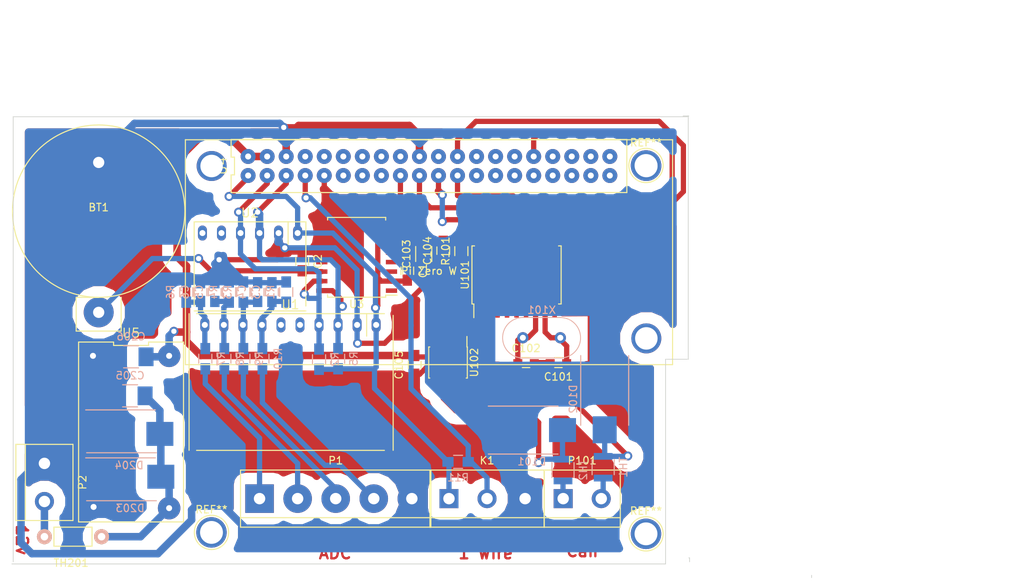
<source format=kicad_pcb>
(kicad_pcb (version 4) (host pcbnew 4.0.6)

  (general
    (links 112)
    (no_connects 1)
    (area 56.129 48.097872 193.407187 125.806201)
    (thickness 1.6)
    (drawings 31)
    (tracks 393)
    (zones 0)
    (modules 48)
    (nets 32)
  )

  (page A4)
  (layers
    (0 F.Cu signal)
    (31 B.Cu signal)
    (32 B.Adhes user)
    (33 F.Adhes user)
    (34 B.Paste user)
    (35 F.Paste user)
    (36 B.SilkS user)
    (37 F.SilkS user)
    (38 B.Mask user)
    (39 F.Mask user)
    (40 Dwgs.User user)
    (41 Cmts.User user)
    (42 Eco1.User user)
    (43 Eco2.User user)
    (44 Edge.Cuts user)
    (45 Margin user)
    (46 B.CrtYd user)
    (47 F.CrtYd user)
    (48 B.Fab user)
    (49 F.Fab user)
  )

  (setup
    (last_trace_width 0.7)
    (trace_clearance 0.5)
    (zone_clearance 1.5)
    (zone_45_only yes)
    (trace_min 0.2)
    (segment_width 0.2)
    (edge_width 0.1)
    (via_size 1.2)
    (via_drill 0.7)
    (via_min_size 0.4)
    (via_min_drill 0.3)
    (uvia_size 0.3)
    (uvia_drill 0.1)
    (uvias_allowed no)
    (uvia_min_size 0.2)
    (uvia_min_drill 0.1)
    (pcb_text_width 0.3)
    (pcb_text_size 1.5 1.5)
    (mod_edge_width 0.15)
    (mod_text_size 1 1)
    (mod_text_width 0.15)
    (pad_size 1.5 1.5)
    (pad_drill 0.6)
    (pad_to_mask_clearance 0)
    (aux_axis_origin 58.166 122.936)
    (visible_elements FFFFFF7F)
    (pcbplotparams
      (layerselection 0x00000_80000001)
      (usegerberextensions false)
      (excludeedgelayer true)
      (linewidth 0.100000)
      (plotframeref false)
      (viasonmask false)
      (mode 1)
      (useauxorigin true)
      (hpglpennumber 1)
      (hpglpenspeed 20)
      (hpglpendiameter 15)
      (hpglpenoverlay 2)
      (psnegative false)
      (psa4output false)
      (plotreference true)
      (plotvalue true)
      (plotinvisibletext false)
      (padsonsilk false)
      (subtractmaskfromsilk false)
      (outputformat 1)
      (mirror false)
      (drillshape 0)
      (scaleselection 1)
      (outputdirectory ""))
  )

  (net 0 "")
  (net 1 "Net-(BT1-Pad1)")
  (net 2 GND)
  (net 3 3v3)
  (net 4 "Net-(C3-Pad2)")
  (net 5 "Net-(C4-Pad2)")
  (net 6 "Net-(C5-Pad2)")
  (net 7 "Net-(C6-Pad2)")
  (net 8 "Net-(C101-Pad1)")
  (net 9 "Net-(C102-Pad1)")
  (net 10 5V)
  (net 11 "Net-(C205-Pad1)")
  (net 12 "Net-(D101-Pad2)")
  (net 13 "Net-(D102-Pad2)")
  (net 14 1Wire)
  (net 15 A2)
  (net 16 A1)
  (net 17 A3)
  (net 18 A0)
  (net 19 12v)
  (net 20 "Net-(P101-Pad1)")
  (net 21 "Net-(P101-Pad2)")
  (net 22 SDA)
  (net 23 SCL)
  (net 24 "Net-(R101-Pad1)")
  (net 25 MOSI)
  (net 26 MISO)
  (net 27 CANCS)
  (net 28 SCK)
  (net 29 CANINT)
  (net 30 "Net-(U101-Pad1)")
  (net 31 "Net-(U101-Pad2)")

  (net_class Default "This is the default net class."
    (clearance 0.5)
    (trace_width 0.7)
    (via_dia 1.2)
    (via_drill 0.7)
    (uvia_dia 0.3)
    (uvia_drill 0.1)
    (add_net 12v)
    (add_net 1Wire)
    (add_net 3v3)
    (add_net 5V)
    (add_net A0)
    (add_net A1)
    (add_net A2)
    (add_net A3)
    (add_net CANCS)
    (add_net CANINT)
    (add_net GND)
    (add_net MISO)
    (add_net MOSI)
    (add_net "Net-(BT1-Pad1)")
    (add_net "Net-(C101-Pad1)")
    (add_net "Net-(C102-Pad1)")
    (add_net "Net-(C205-Pad1)")
    (add_net "Net-(C3-Pad2)")
    (add_net "Net-(C4-Pad2)")
    (add_net "Net-(C5-Pad2)")
    (add_net "Net-(C6-Pad2)")
    (add_net "Net-(D101-Pad2)")
    (add_net "Net-(D102-Pad2)")
    (add_net "Net-(P101-Pad1)")
    (add_net "Net-(P101-Pad2)")
    (add_net "Net-(R101-Pad1)")
    (add_net "Net-(U101-Pad1)")
    (add_net "Net-(U101-Pad2)")
    (add_net SCK)
    (add_net SCL)
    (add_net SDA)
  )

  (module Divers:ADS1115 (layer F.Cu) (tedit 61804C78) (tstamp 61801787)
    (at 108.0135 89.9795 180)
    (path /61803278)
    (fp_text reference U1 (at 12.7 1.43 180) (layer F.SilkS)
      (effects (font (size 1.2 1.2) (thickness 0.15)))
    )
    (fp_text value ADS1115 (at 12.7 -3.97 180) (layer F.Fab)
      (effects (font (size 1.2 1.2) (thickness 0.15)))
    )
    (fp_line (start 0.17 -18.01) (end 25.23 -18.01) (layer F.SilkS) (width 0.15))
    (fp_line (start 26.23 -18) (end 26.23 0.23) (layer F.SilkS) (width 0.15))
    (fp_line (start 25.23 0.23) (end 0.17 0.23) (layer F.SilkS) (width 0.15))
    (fp_line (start -1 0) (end -1 -18) (layer F.SilkS) (width 0.15))
    (fp_line (start 2.54 -2.77) (end 2.54 0.23) (layer F.SilkS) (width 0.15))
    (pad 1 thru_hole oval (at 1.27 -1.27 180) (size 1.2 2) (drill 0.8) (layers *.Cu *.Mask)
      (net 3 3v3))
    (pad 2 thru_hole oval (at 3.81 -1.27 180) (size 1.2 2) (drill 0.8) (layers *.Cu *.Mask)
      (net 2 GND))
    (pad 3 thru_hole oval (at 6.35 -1.27 180) (size 1.2 2) (drill 0.8) (layers *.Cu *.Mask)
      (net 23 SCL))
    (pad 4 thru_hole oval (at 8.89 -1.27 180) (size 1.2 2) (drill 0.8) (layers *.Cu *.Mask)
      (net 22 SDA))
    (pad 5 thru_hole oval (at 11.43 -1.27 180) (size 1.2 2) (drill 0.8) (layers *.Cu *.Mask))
    (pad 6 thru_hole oval (at 13.97 -1.27 180) (size 1.2 2) (drill 0.8) (layers *.Cu *.Mask))
    (pad 7 thru_hole oval (at 16.51 -1.27 180) (size 1.2 2) (drill 0.8) (layers *.Cu *.Mask)
      (net 4 "Net-(C3-Pad2)"))
    (pad 8 thru_hole oval (at 19.05 -1.27 180) (size 1.2 2) (drill 0.8) (layers *.Cu *.Mask)
      (net 5 "Net-(C4-Pad2)"))
    (pad 9 thru_hole oval (at 21.59 -1.27 180) (size 1.2 2) (drill 0.8) (layers *.Cu *.Mask)
      (net 6 "Net-(C5-Pad2)"))
    (pad 10 thru_hole oval (at 24.13 -1.27 180) (size 1.2 2) (drill 0.8) (layers *.Cu *.Mask)
      (net 7 "Net-(C6-Pad2)"))
  )

  (module Connect:1pin (layer F.Cu) (tedit 0) (tstamp 6186EC61)
    (at 84.7725 118.9355)
    (descr "module 1 pin (ou trou mecanique de percage)")
    (tags DEV)
    (fp_text reference REF** (at 0 -3.048) (layer F.SilkS)
      (effects (font (size 1 1) (thickness 0.15)))
    )
    (fp_text value 1pin (at 0 2.794) (layer F.Fab)
      (effects (font (size 1 1) (thickness 0.15)))
    )
    (fp_circle (center 0 0) (end 0 -2.286) (layer F.SilkS) (width 0.15))
    (pad 1 thru_hole circle (at 0 0) (size 4.064 4.064) (drill 3.048) (layers *.Cu *.Mask))
  )

  (module Connect:1pin (layer F.Cu) (tedit 0) (tstamp 6186EC5B)
    (at 142.748 119.126)
    (descr "module 1 pin (ou trou mecanique de percage)")
    (tags DEV)
    (fp_text reference REF** (at 0 -3.048) (layer F.SilkS)
      (effects (font (size 1 1) (thickness 0.15)))
    )
    (fp_text value 1pin (at 0 2.794) (layer F.Fab)
      (effects (font (size 1 1) (thickness 0.15)))
    )
    (fp_circle (center 0 0) (end 0 -2.286) (layer F.SilkS) (width 0.15))
    (pad 1 thru_hole circle (at 0 0) (size 4.064 4.064) (drill 3.048) (layers *.Cu *.Mask))
  )

  (module Connect:1pin (layer F.Cu) (tedit 0) (tstamp 6186EC55)
    (at 142.748 69.977)
    (descr "module 1 pin (ou trou mecanique de percage)")
    (tags DEV)
    (fp_text reference REF** (at 0 -3.048) (layer F.SilkS)
      (effects (font (size 1 1) (thickness 0.15)))
    )
    (fp_text value 1pin (at 0 2.794) (layer F.Fab)
      (effects (font (size 1 1) (thickness 0.15)))
    )
    (fp_circle (center 0 0) (end 0 -2.286) (layer F.SilkS) (width 0.15))
    (pad 1 thru_hole circle (at 0 0) (size 4.064 4.064) (drill 3.048) (layers *.Cu *.Mask))
  )

  (module Divers:PiZeroW (layer F.Cu) (tedit 618023DC) (tstamp 618017F8)
    (at 113.792 66.548)
    (path /618079CE)
    (fp_text reference U4 (at -27.6 3.5 90) (layer F.SilkS)
      (effects (font (size 1.2 1.2) (thickness 0.15)))
    )
    (fp_text value RaspberryPi (at 0 3.5) (layer F.Fab)
      (effects (font (size 1.2 1.2) (thickness 0.15)))
    )
    (fp_text user "Pi Zero W" (at 0 17.5) (layer F.SilkS)
      (effects (font (size 1 1) (thickness 0.15)))
    )
    (fp_line (start -0.5 0) (end 32.5 0) (layer F.SilkS) (width 0.15))
    (fp_line (start 32.5 0) (end 32.5 30) (layer F.SilkS) (width 0.15))
    (fp_line (start 32.5 30) (end -32.5 30) (layer F.SilkS) (width 0.15))
    (fp_line (start -32.5 30) (end -32.5 0) (layer F.SilkS) (width 0.15))
    (fp_line (start -32.5 0) (end 0 0) (layer F.SilkS) (width 0.15))
    (fp_line (start -26.4 7.039999) (end 26.4 7.04) (layer F.SilkS) (width 0.15))
    (fp_line (start 26.4 7.04) (end 26.4 -0.039999) (layer F.SilkS) (width 0.15))
    (fp_line (start 26.4 -0.039999) (end -26.4 -0.04) (layer F.SilkS) (width 0.15))
    (fp_line (start -26.4 -0.04) (end -26.4 2.32) (layer F.SilkS) (width 0.15))
    (fp_line (start -26.4 2.32) (end -25.95 2.32) (layer F.SilkS) (width 0.15))
    (fp_line (start -25.95 2.32) (end -25.95 4.679999) (layer F.SilkS) (width 0.15))
    (fp_line (start -25.95 4.679999) (end -26.4 4.679999) (layer F.SilkS) (width 0.15))
    (fp_line (start -26.4 4.679999) (end -26.4 7.039999) (layer F.SilkS) (width 0.15))
    (pad "" thru_hole circle (at 29 26.5) (size 4 4) (drill 3) (layers *.Cu *.Mask))
    (pad "" thru_hole circle (at -29 3.5) (size 4 4) (drill 3) (layers *.Cu *.Mask))
    (pad 2 thru_hole circle (at -24.13 2.23) (size 2 2) (drill 0.8) (layers *.Cu *.Mask)
      (net 10 5V))
    (pad 1 thru_hole circle (at -24.13 4.77) (size 2 2) (drill 0.8) (layers *.Cu *.Mask)
      (net 3 3v3))
    (pad 4 thru_hole circle (at -21.59 2.23) (size 2 2) (drill 0.8) (layers *.Cu *.Mask)
      (net 10 5V))
    (pad 3 thru_hole circle (at -21.59 4.77) (size 2 2) (drill 0.8) (layers *.Cu *.Mask)
      (net 22 SDA))
    (pad 6 thru_hole circle (at -19.05 2.23) (size 2 2) (drill 0.8) (layers *.Cu *.Mask)
      (net 2 GND))
    (pad 5 thru_hole circle (at -19.05 4.77) (size 2 2) (drill 0.8) (layers *.Cu *.Mask)
      (net 23 SCL))
    (pad 8 thru_hole circle (at -16.51 2.23) (size 2 2) (drill 0.8) (layers *.Cu *.Mask))
    (pad 7 thru_hole circle (at -16.51 4.77) (size 2 2) (drill 0.8) (layers *.Cu *.Mask)
      (net 14 1Wire))
    (pad 10 thru_hole circle (at -13.97 2.23) (size 2 2) (drill 0.8) (layers *.Cu *.Mask))
    (pad 9 thru_hole circle (at -13.97 4.77) (size 2 2) (drill 0.8) (layers *.Cu *.Mask)
      (net 2 GND))
    (pad 12 thru_hole circle (at -11.43 2.23) (size 2 2) (drill 0.8) (layers *.Cu *.Mask))
    (pad 11 thru_hole circle (at -11.43 4.77) (size 2 2) (drill 0.8) (layers *.Cu *.Mask))
    (pad 14 thru_hole circle (at -8.89 2.23) (size 2 2) (drill 0.8) (layers *.Cu *.Mask))
    (pad 13 thru_hole circle (at -8.89 4.77) (size 2 2) (drill 0.8) (layers *.Cu *.Mask))
    (pad 16 thru_hole circle (at -6.35 2.23) (size 2 2) (drill 0.8) (layers *.Cu *.Mask))
    (pad 15 thru_hole circle (at -6.35 4.77) (size 2 2) (drill 0.8) (layers *.Cu *.Mask))
    (pad 18 thru_hole circle (at -3.81 2.23) (size 2 2) (drill 0.8) (layers *.Cu *.Mask))
    (pad 17 thru_hole circle (at -3.81 4.77) (size 2 2) (drill 0.8) (layers *.Cu *.Mask)
      (net 3 3v3))
    (pad 20 thru_hole circle (at -1.27 2.23) (size 2 2) (drill 0.8) (layers *.Cu *.Mask)
      (net 2 GND))
    (pad 19 thru_hole circle (at -1.27 4.77) (size 2 2) (drill 0.8) (layers *.Cu *.Mask)
      (net 25 MOSI))
    (pad 22 thru_hole circle (at 1.27 2.23) (size 2 2) (drill 0.8) (layers *.Cu *.Mask))
    (pad 21 thru_hole circle (at 1.27 4.77) (size 2 2) (drill 0.8) (layers *.Cu *.Mask)
      (net 26 MISO))
    (pad 24 thru_hole circle (at 3.81 2.23) (size 2 2) (drill 0.8) (layers *.Cu *.Mask)
      (net 27 CANCS))
    (pad 23 thru_hole circle (at 3.81 4.77) (size 2 2) (drill 0.8) (layers *.Cu *.Mask)
      (net 28 SCK))
    (pad 26 thru_hole circle (at 6.35 2.23) (size 2 2) (drill 0.8) (layers *.Cu *.Mask))
    (pad 25 thru_hole circle (at 6.35 4.77) (size 2 2) (drill 0.8) (layers *.Cu *.Mask))
    (pad 28 thru_hole circle (at 8.89 2.23) (size 2 2) (drill 0.8) (layers *.Cu *.Mask))
    (pad 27 thru_hole circle (at 8.89 4.77) (size 2 2) (drill 0.8) (layers *.Cu *.Mask))
    (pad 30 thru_hole circle (at 11.43 2.23) (size 2 2) (drill 0.8) (layers *.Cu *.Mask))
    (pad 29 thru_hole circle (at 11.43 4.77) (size 2 2) (drill 0.8) (layers *.Cu *.Mask))
    (pad 32 thru_hole circle (at 13.97 2.23) (size 2 2) (drill 0.8) (layers *.Cu *.Mask)
      (net 29 CANINT))
    (pad 31 thru_hole circle (at 13.97 4.77) (size 2 2) (drill 0.8) (layers *.Cu *.Mask))
    (pad 34 thru_hole circle (at 16.51 2.23) (size 2 2) (drill 0.8) (layers *.Cu *.Mask))
    (pad 33 thru_hole circle (at 16.51 4.77) (size 2 2) (drill 0.8) (layers *.Cu *.Mask))
    (pad 36 thru_hole circle (at 19.05 2.23) (size 2 2) (drill 0.8) (layers *.Cu *.Mask))
    (pad 35 thru_hole circle (at 19.05 4.77) (size 2 2) (drill 0.8) (layers *.Cu *.Mask))
    (pad 38 thru_hole circle (at 21.59 2.23) (size 2 2) (drill 0.8) (layers *.Cu *.Mask))
    (pad 37 thru_hole circle (at 21.59 4.77) (size 2 2) (drill 0.8) (layers *.Cu *.Mask))
    (pad 40 thru_hole circle (at 24.13 2.23) (size 2 2) (drill 0.8) (layers *.Cu *.Mask))
    (pad 39 thru_hole circle (at 24.13 4.77) (size 2 2) (drill 0.8) (layers *.Cu *.Mask))
    (pad "" thru_hole circle (at 29 3.5) (size 4 4) (drill 3) (layers *.Cu *.Mask))
  )

  (module Divers:CR2032Holder (layer F.Cu) (tedit 618006B0) (tstamp 61801532)
    (at 69.723 76.073 180)
    (path /61802B33)
    (fp_text reference BT1 (at 0 0.5 180) (layer F.SilkS)
      (effects (font (size 1 1) (thickness 0.15)))
    )
    (fp_text value "2032 Battery" (at 0 -0.5 180) (layer F.Fab)
      (effects (font (size 1 1) (thickness 0.15)))
    )
    (fp_line (start 0 -11.5) (end 3 -11.5) (layer F.SilkS) (width 0.15))
    (fp_line (start 3 -11.5) (end 3 -16) (layer F.SilkS) (width 0.15))
    (fp_line (start 3 -16) (end -3 -16) (layer F.SilkS) (width 0.15))
    (fp_line (start -3 -16) (end -3 -11.5) (layer F.SilkS) (width 0.15))
    (fp_circle (center 0 0) (end 11.5 0) (layer F.SilkS) (width 0.15))
    (pad 1 thru_hole circle (at 0 -13.5 180) (size 4 4) (drill 1.5) (layers *.Cu *.Mask)
      (net 1 "Net-(BT1-Pad1)"))
    (pad 2 thru_hole circle (at 0 6.5 180) (size 4 4) (drill 1.5) (layers *.Cu *.Mask)
      (net 2 GND))
  )

  (module Capacitors_SMD:C_0805_HandSoldering (layer F.Cu) (tedit 541A9B8D) (tstamp 61801542)
    (at 110.8964 84.0232 270)
    (descr "Capacitor SMD 0805, hand soldering")
    (tags "capacitor 0805")
    (path /61801DE5)
    (attr smd)
    (fp_text reference C1 (at 0 -2.1 270) (layer F.SilkS)
      (effects (font (size 1 1) (thickness 0.15)))
    )
    (fp_text value 100nF (at 0 2.1 270) (layer F.Fab)
      (effects (font (size 1 1) (thickness 0.15)))
    )
    (fp_line (start -1 0.625) (end -1 -0.625) (layer F.Fab) (width 0.15))
    (fp_line (start 1 0.625) (end -1 0.625) (layer F.Fab) (width 0.15))
    (fp_line (start 1 -0.625) (end 1 0.625) (layer F.Fab) (width 0.15))
    (fp_line (start -1 -0.625) (end 1 -0.625) (layer F.Fab) (width 0.15))
    (fp_line (start -2.3 -1) (end 2.3 -1) (layer F.CrtYd) (width 0.05))
    (fp_line (start -2.3 1) (end 2.3 1) (layer F.CrtYd) (width 0.05))
    (fp_line (start -2.3 -1) (end -2.3 1) (layer F.CrtYd) (width 0.05))
    (fp_line (start 2.3 -1) (end 2.3 1) (layer F.CrtYd) (width 0.05))
    (fp_line (start 0.5 -0.85) (end -0.5 -0.85) (layer F.SilkS) (width 0.15))
    (fp_line (start -0.5 0.85) (end 0.5 0.85) (layer F.SilkS) (width 0.15))
    (pad 1 smd rect (at -1.25 0 270) (size 1.5 1.25) (layers F.Cu F.Paste F.Mask)
      (net 2 GND))
    (pad 2 smd rect (at 1.25 0 270) (size 1.5 1.25) (layers F.Cu F.Paste F.Mask)
      (net 3 3v3))
    (model Capacitors_SMD.3dshapes/C_0805_HandSoldering.wrl
      (at (xyz 0 0 0))
      (scale (xyz 1 1 1))
      (rotate (xyz 0 0 0))
    )
  )

  (module Capacitors_SMD:C_0805_HandSoldering (layer F.Cu) (tedit 541A9B8D) (tstamp 61801552)
    (at 96.8756 82.7786 270)
    (descr "Capacitor SMD 0805, hand soldering")
    (tags "capacitor 0805")
    (path /61801C94)
    (attr smd)
    (fp_text reference C2 (at 0 -2.1 270) (layer F.SilkS)
      (effects (font (size 1 1) (thickness 0.15)))
    )
    (fp_text value 100nF (at 0 2.1 270) (layer F.Fab)
      (effects (font (size 1 1) (thickness 0.15)))
    )
    (fp_line (start -1 0.625) (end -1 -0.625) (layer F.Fab) (width 0.15))
    (fp_line (start 1 0.625) (end -1 0.625) (layer F.Fab) (width 0.15))
    (fp_line (start 1 -0.625) (end 1 0.625) (layer F.Fab) (width 0.15))
    (fp_line (start -1 -0.625) (end 1 -0.625) (layer F.Fab) (width 0.15))
    (fp_line (start -2.3 -1) (end 2.3 -1) (layer F.CrtYd) (width 0.05))
    (fp_line (start -2.3 1) (end 2.3 1) (layer F.CrtYd) (width 0.05))
    (fp_line (start -2.3 -1) (end -2.3 1) (layer F.CrtYd) (width 0.05))
    (fp_line (start 2.3 -1) (end 2.3 1) (layer F.CrtYd) (width 0.05))
    (fp_line (start 0.5 -0.85) (end -0.5 -0.85) (layer F.SilkS) (width 0.15))
    (fp_line (start -0.5 0.85) (end 0.5 0.85) (layer F.SilkS) (width 0.15))
    (pad 1 smd rect (at -1.25 0 270) (size 1.5 1.25) (layers F.Cu F.Paste F.Mask)
      (net 2 GND))
    (pad 2 smd rect (at 1.25 0 270) (size 1.5 1.25) (layers F.Cu F.Paste F.Mask)
      (net 1 "Net-(BT1-Pad1)"))
    (model Capacitors_SMD.3dshapes/C_0805_HandSoldering.wrl
      (at (xyz 0 0 0))
      (scale (xyz 1 1 1))
      (rotate (xyz 0 0 0))
    )
  )

  (module Capacitors_SMD:C_0805_HandSoldering (layer B.Cu) (tedit 541A9B8D) (tstamp 61801562)
    (at 92.837 86.868 270)
    (descr "Capacitor SMD 0805, hand soldering")
    (tags "capacitor 0805")
    (path /6180403B)
    (attr smd)
    (fp_text reference C3 (at 0 2.1 270) (layer B.SilkS)
      (effects (font (size 1 1) (thickness 0.15)) (justify mirror))
    )
    (fp_text value 100nF (at 0 -2.1 270) (layer B.Fab)
      (effects (font (size 1 1) (thickness 0.15)) (justify mirror))
    )
    (fp_line (start -1 -0.625) (end -1 0.625) (layer B.Fab) (width 0.15))
    (fp_line (start 1 -0.625) (end -1 -0.625) (layer B.Fab) (width 0.15))
    (fp_line (start 1 0.625) (end 1 -0.625) (layer B.Fab) (width 0.15))
    (fp_line (start -1 0.625) (end 1 0.625) (layer B.Fab) (width 0.15))
    (fp_line (start -2.3 1) (end 2.3 1) (layer B.CrtYd) (width 0.05))
    (fp_line (start -2.3 -1) (end 2.3 -1) (layer B.CrtYd) (width 0.05))
    (fp_line (start -2.3 1) (end -2.3 -1) (layer B.CrtYd) (width 0.05))
    (fp_line (start 2.3 1) (end 2.3 -1) (layer B.CrtYd) (width 0.05))
    (fp_line (start 0.5 0.85) (end -0.5 0.85) (layer B.SilkS) (width 0.15))
    (fp_line (start -0.5 -0.85) (end 0.5 -0.85) (layer B.SilkS) (width 0.15))
    (pad 1 smd rect (at -1.25 0 270) (size 1.5 1.25) (layers B.Cu B.Paste B.Mask)
      (net 2 GND))
    (pad 2 smd rect (at 1.25 0 270) (size 1.5 1.25) (layers B.Cu B.Paste B.Mask)
      (net 4 "Net-(C3-Pad2)"))
    (model Capacitors_SMD.3dshapes/C_0805_HandSoldering.wrl
      (at (xyz 0 0 0))
      (scale (xyz 1 1 1))
      (rotate (xyz 0 0 0))
    )
  )

  (module Capacitors_SMD:C_0805_HandSoldering (layer B.Cu) (tedit 541A9B8D) (tstamp 61801572)
    (at 90.932 86.868 270)
    (descr "Capacitor SMD 0805, hand soldering")
    (tags "capacitor 0805")
    (path /618040CD)
    (attr smd)
    (fp_text reference C4 (at 0 2.1 270) (layer B.SilkS)
      (effects (font (size 1 1) (thickness 0.15)) (justify mirror))
    )
    (fp_text value 100nF (at 0 -2.1 270) (layer B.Fab)
      (effects (font (size 1 1) (thickness 0.15)) (justify mirror))
    )
    (fp_line (start -1 -0.625) (end -1 0.625) (layer B.Fab) (width 0.15))
    (fp_line (start 1 -0.625) (end -1 -0.625) (layer B.Fab) (width 0.15))
    (fp_line (start 1 0.625) (end 1 -0.625) (layer B.Fab) (width 0.15))
    (fp_line (start -1 0.625) (end 1 0.625) (layer B.Fab) (width 0.15))
    (fp_line (start -2.3 1) (end 2.3 1) (layer B.CrtYd) (width 0.05))
    (fp_line (start -2.3 -1) (end 2.3 -1) (layer B.CrtYd) (width 0.05))
    (fp_line (start -2.3 1) (end -2.3 -1) (layer B.CrtYd) (width 0.05))
    (fp_line (start 2.3 1) (end 2.3 -1) (layer B.CrtYd) (width 0.05))
    (fp_line (start 0.5 0.85) (end -0.5 0.85) (layer B.SilkS) (width 0.15))
    (fp_line (start -0.5 -0.85) (end 0.5 -0.85) (layer B.SilkS) (width 0.15))
    (pad 1 smd rect (at -1.25 0 270) (size 1.5 1.25) (layers B.Cu B.Paste B.Mask)
      (net 2 GND))
    (pad 2 smd rect (at 1.25 0 270) (size 1.5 1.25) (layers B.Cu B.Paste B.Mask)
      (net 5 "Net-(C4-Pad2)"))
    (model Capacitors_SMD.3dshapes/C_0805_HandSoldering.wrl
      (at (xyz 0 0 0))
      (scale (xyz 1 1 1))
      (rotate (xyz 0 0 0))
    )
  )

  (module Capacitors_SMD:C_0805_HandSoldering (layer B.Cu) (tedit 541A9B8D) (tstamp 61801582)
    (at 85.217 86.868 270)
    (descr "Capacitor SMD 0805, hand soldering")
    (tags "capacitor 0805")
    (path /6180414E)
    (attr smd)
    (fp_text reference C5 (at 0 2.1 270) (layer B.SilkS)
      (effects (font (size 1 1) (thickness 0.15)) (justify mirror))
    )
    (fp_text value 100nF (at 0 -2.1 270) (layer B.Fab)
      (effects (font (size 1 1) (thickness 0.15)) (justify mirror))
    )
    (fp_line (start -1 -0.625) (end -1 0.625) (layer B.Fab) (width 0.15))
    (fp_line (start 1 -0.625) (end -1 -0.625) (layer B.Fab) (width 0.15))
    (fp_line (start 1 0.625) (end 1 -0.625) (layer B.Fab) (width 0.15))
    (fp_line (start -1 0.625) (end 1 0.625) (layer B.Fab) (width 0.15))
    (fp_line (start -2.3 1) (end 2.3 1) (layer B.CrtYd) (width 0.05))
    (fp_line (start -2.3 -1) (end 2.3 -1) (layer B.CrtYd) (width 0.05))
    (fp_line (start -2.3 1) (end -2.3 -1) (layer B.CrtYd) (width 0.05))
    (fp_line (start 2.3 1) (end 2.3 -1) (layer B.CrtYd) (width 0.05))
    (fp_line (start 0.5 0.85) (end -0.5 0.85) (layer B.SilkS) (width 0.15))
    (fp_line (start -0.5 -0.85) (end 0.5 -0.85) (layer B.SilkS) (width 0.15))
    (pad 1 smd rect (at -1.25 0 270) (size 1.5 1.25) (layers B.Cu B.Paste B.Mask)
      (net 2 GND))
    (pad 2 smd rect (at 1.25 0 270) (size 1.5 1.25) (layers B.Cu B.Paste B.Mask)
      (net 6 "Net-(C5-Pad2)"))
    (model Capacitors_SMD.3dshapes/C_0805_HandSoldering.wrl
      (at (xyz 0 0 0))
      (scale (xyz 1 1 1))
      (rotate (xyz 0 0 0))
    )
  )

  (module Capacitors_SMD:C_0805_HandSoldering (layer B.Cu) (tedit 541A9B8D) (tstamp 61801592)
    (at 83.312 86.868 270)
    (descr "Capacitor SMD 0805, hand soldering")
    (tags "capacitor 0805")
    (path /618041D2)
    (attr smd)
    (fp_text reference C6 (at 0 2.1 270) (layer B.SilkS)
      (effects (font (size 1 1) (thickness 0.15)) (justify mirror))
    )
    (fp_text value 100nF (at 0 -2.1 270) (layer B.Fab)
      (effects (font (size 1 1) (thickness 0.15)) (justify mirror))
    )
    (fp_line (start -1 -0.625) (end -1 0.625) (layer B.Fab) (width 0.15))
    (fp_line (start 1 -0.625) (end -1 -0.625) (layer B.Fab) (width 0.15))
    (fp_line (start 1 0.625) (end 1 -0.625) (layer B.Fab) (width 0.15))
    (fp_line (start -1 0.625) (end 1 0.625) (layer B.Fab) (width 0.15))
    (fp_line (start -2.3 1) (end 2.3 1) (layer B.CrtYd) (width 0.05))
    (fp_line (start -2.3 -1) (end 2.3 -1) (layer B.CrtYd) (width 0.05))
    (fp_line (start -2.3 1) (end -2.3 -1) (layer B.CrtYd) (width 0.05))
    (fp_line (start 2.3 1) (end 2.3 -1) (layer B.CrtYd) (width 0.05))
    (fp_line (start 0.5 0.85) (end -0.5 0.85) (layer B.SilkS) (width 0.15))
    (fp_line (start -0.5 -0.85) (end 0.5 -0.85) (layer B.SilkS) (width 0.15))
    (pad 1 smd rect (at -1.25 0 270) (size 1.5 1.25) (layers B.Cu B.Paste B.Mask)
      (net 2 GND))
    (pad 2 smd rect (at 1.25 0 270) (size 1.5 1.25) (layers B.Cu B.Paste B.Mask)
      (net 7 "Net-(C6-Pad2)"))
    (model Capacitors_SMD.3dshapes/C_0805_HandSoldering.wrl
      (at (xyz 0 0 0))
      (scale (xyz 1 1 1))
      (rotate (xyz 0 0 0))
    )
  )

  (module Resistors_SMD:R_0603_HandSoldering (layer F.Cu) (tedit 58307AEF) (tstamp 618015A2)
    (at 131.064 96.266 180)
    (descr "Resistor SMD 0603, hand soldering")
    (tags "resistor 0603")
    (path /61689DAF)
    (attr smd)
    (fp_text reference C101 (at 0 -1.9 180) (layer F.SilkS)
      (effects (font (size 1 1) (thickness 0.15)))
    )
    (fp_text value 22pF (at 0 1.9 180) (layer F.Fab)
      (effects (font (size 1 1) (thickness 0.15)))
    )
    (fp_line (start -0.8 0.4) (end -0.8 -0.4) (layer F.Fab) (width 0.1))
    (fp_line (start 0.8 0.4) (end -0.8 0.4) (layer F.Fab) (width 0.1))
    (fp_line (start 0.8 -0.4) (end 0.8 0.4) (layer F.Fab) (width 0.1))
    (fp_line (start -0.8 -0.4) (end 0.8 -0.4) (layer F.Fab) (width 0.1))
    (fp_line (start -2 -0.8) (end 2 -0.8) (layer F.CrtYd) (width 0.05))
    (fp_line (start -2 0.8) (end 2 0.8) (layer F.CrtYd) (width 0.05))
    (fp_line (start -2 -0.8) (end -2 0.8) (layer F.CrtYd) (width 0.05))
    (fp_line (start 2 -0.8) (end 2 0.8) (layer F.CrtYd) (width 0.05))
    (fp_line (start 0.5 0.675) (end -0.5 0.675) (layer F.SilkS) (width 0.15))
    (fp_line (start -0.5 -0.675) (end 0.5 -0.675) (layer F.SilkS) (width 0.15))
    (pad 1 smd rect (at -1.1 0 180) (size 1.2 0.9) (layers F.Cu F.Paste F.Mask)
      (net 8 "Net-(C101-Pad1)"))
    (pad 2 smd rect (at 1.1 0 180) (size 1.2 0.9) (layers F.Cu F.Paste F.Mask)
      (net 2 GND))
    (model Resistors_SMD.3dshapes/R_0603_HandSoldering.wrl
      (at (xyz 0 0 0))
      (scale (xyz 1 1 1))
      (rotate (xyz 0 0 0))
    )
  )

  (module Resistors_SMD:R_0603_HandSoldering (layer F.Cu) (tedit 58307AEF) (tstamp 618015B2)
    (at 126.746 96.266)
    (descr "Resistor SMD 0603, hand soldering")
    (tags "resistor 0603")
    (path /616898F7)
    (attr smd)
    (fp_text reference C102 (at 0 -1.9) (layer F.SilkS)
      (effects (font (size 1 1) (thickness 0.15)))
    )
    (fp_text value 22pF (at 0 1.9) (layer F.Fab)
      (effects (font (size 1 1) (thickness 0.15)))
    )
    (fp_line (start -0.8 0.4) (end -0.8 -0.4) (layer F.Fab) (width 0.1))
    (fp_line (start 0.8 0.4) (end -0.8 0.4) (layer F.Fab) (width 0.1))
    (fp_line (start 0.8 -0.4) (end 0.8 0.4) (layer F.Fab) (width 0.1))
    (fp_line (start -0.8 -0.4) (end 0.8 -0.4) (layer F.Fab) (width 0.1))
    (fp_line (start -2 -0.8) (end 2 -0.8) (layer F.CrtYd) (width 0.05))
    (fp_line (start -2 0.8) (end 2 0.8) (layer F.CrtYd) (width 0.05))
    (fp_line (start -2 -0.8) (end -2 0.8) (layer F.CrtYd) (width 0.05))
    (fp_line (start 2 -0.8) (end 2 0.8) (layer F.CrtYd) (width 0.05))
    (fp_line (start 0.5 0.675) (end -0.5 0.675) (layer F.SilkS) (width 0.15))
    (fp_line (start -0.5 -0.675) (end 0.5 -0.675) (layer F.SilkS) (width 0.15))
    (pad 1 smd rect (at -1.1 0) (size 1.2 0.9) (layers F.Cu F.Paste F.Mask)
      (net 9 "Net-(C102-Pad1)"))
    (pad 2 smd rect (at 1.1 0) (size 1.2 0.9) (layers F.Cu F.Paste F.Mask)
      (net 2 GND))
    (model Resistors_SMD.3dshapes/R_0603_HandSoldering.wrl
      (at (xyz 0 0 0))
      (scale (xyz 1 1 1))
      (rotate (xyz 0 0 0))
    )
  )

  (module Resistors_SMD:R_1206_HandSoldering (layer F.Cu) (tedit 58307C0D) (tstamp 618015C2)
    (at 113.0935 81.788 90)
    (descr "Resistor SMD 1206, hand soldering")
    (tags "resistor 1206")
    (path /6168CA4E)
    (attr smd)
    (fp_text reference C103 (at 0 -2.3 90) (layer F.SilkS)
      (effects (font (size 1 1) (thickness 0.15)))
    )
    (fp_text value 10uF (at 0 2.3 90) (layer F.Fab)
      (effects (font (size 1 1) (thickness 0.15)))
    )
    (fp_line (start -1.6 0.8) (end -1.6 -0.8) (layer F.Fab) (width 0.1))
    (fp_line (start 1.6 0.8) (end -1.6 0.8) (layer F.Fab) (width 0.1))
    (fp_line (start 1.6 -0.8) (end 1.6 0.8) (layer F.Fab) (width 0.1))
    (fp_line (start -1.6 -0.8) (end 1.6 -0.8) (layer F.Fab) (width 0.1))
    (fp_line (start -3.3 -1.2) (end 3.3 -1.2) (layer F.CrtYd) (width 0.05))
    (fp_line (start -3.3 1.2) (end 3.3 1.2) (layer F.CrtYd) (width 0.05))
    (fp_line (start -3.3 -1.2) (end -3.3 1.2) (layer F.CrtYd) (width 0.05))
    (fp_line (start 3.3 -1.2) (end 3.3 1.2) (layer F.CrtYd) (width 0.05))
    (fp_line (start 1 1.075) (end -1 1.075) (layer F.SilkS) (width 0.15))
    (fp_line (start -1 -1.075) (end 1 -1.075) (layer F.SilkS) (width 0.15))
    (pad 1 smd rect (at -2 0 90) (size 2 1.7) (layers F.Cu F.Paste F.Mask)
      (net 2 GND))
    (pad 2 smd rect (at 2 0 90) (size 2 1.7) (layers F.Cu F.Paste F.Mask)
      (net 3 3v3))
    (model Resistors_SMD.3dshapes/R_1206_HandSoldering.wrl
      (at (xyz 0 0 0))
      (scale (xyz 1 1 1))
      (rotate (xyz 0 0 0))
    )
  )

  (module Capacitors_SMD:C_0805_HandSoldering (layer F.Cu) (tedit 541A9B8D) (tstamp 618015D2)
    (at 115.697 81.3435 90)
    (descr "Capacitor SMD 0805, hand soldering")
    (tags "capacitor 0805")
    (path /6168C998)
    (attr smd)
    (fp_text reference C104 (at 0 -2.1 90) (layer F.SilkS)
      (effects (font (size 1 1) (thickness 0.15)))
    )
    (fp_text value 100nF (at 0 2.1 90) (layer F.Fab)
      (effects (font (size 1 1) (thickness 0.15)))
    )
    (fp_line (start -1 0.625) (end -1 -0.625) (layer F.Fab) (width 0.15))
    (fp_line (start 1 0.625) (end -1 0.625) (layer F.Fab) (width 0.15))
    (fp_line (start 1 -0.625) (end 1 0.625) (layer F.Fab) (width 0.15))
    (fp_line (start -1 -0.625) (end 1 -0.625) (layer F.Fab) (width 0.15))
    (fp_line (start -2.3 -1) (end 2.3 -1) (layer F.CrtYd) (width 0.05))
    (fp_line (start -2.3 1) (end 2.3 1) (layer F.CrtYd) (width 0.05))
    (fp_line (start -2.3 -1) (end -2.3 1) (layer F.CrtYd) (width 0.05))
    (fp_line (start 2.3 -1) (end 2.3 1) (layer F.CrtYd) (width 0.05))
    (fp_line (start 0.5 -0.85) (end -0.5 -0.85) (layer F.SilkS) (width 0.15))
    (fp_line (start -0.5 0.85) (end 0.5 0.85) (layer F.SilkS) (width 0.15))
    (pad 1 smd rect (at -1.25 0 90) (size 1.5 1.25) (layers F.Cu F.Paste F.Mask)
      (net 2 GND))
    (pad 2 smd rect (at 1.25 0 90) (size 1.5 1.25) (layers F.Cu F.Paste F.Mask)
      (net 3 3v3))
    (model Capacitors_SMD.3dshapes/C_0805_HandSoldering.wrl
      (at (xyz 0 0 0))
      (scale (xyz 1 1 1))
      (rotate (xyz 0 0 0))
    )
  )

  (module Capacitors_SMD:C_0805_HandSoldering (layer F.Cu) (tedit 541A9B8D) (tstamp 618015E2)
    (at 111.887 96.5835 90)
    (descr "Capacitor SMD 0805, hand soldering")
    (tags "capacitor 0805")
    (path /6168C8B8)
    (attr smd)
    (fp_text reference C105 (at 0 -2.1 90) (layer F.SilkS)
      (effects (font (size 1 1) (thickness 0.15)))
    )
    (fp_text value 100nF (at 0 2.1 90) (layer F.Fab)
      (effects (font (size 1 1) (thickness 0.15)))
    )
    (fp_line (start -1 0.625) (end -1 -0.625) (layer F.Fab) (width 0.15))
    (fp_line (start 1 0.625) (end -1 0.625) (layer F.Fab) (width 0.15))
    (fp_line (start 1 -0.625) (end 1 0.625) (layer F.Fab) (width 0.15))
    (fp_line (start -1 -0.625) (end 1 -0.625) (layer F.Fab) (width 0.15))
    (fp_line (start -2.3 -1) (end 2.3 -1) (layer F.CrtYd) (width 0.05))
    (fp_line (start -2.3 1) (end 2.3 1) (layer F.CrtYd) (width 0.05))
    (fp_line (start -2.3 -1) (end -2.3 1) (layer F.CrtYd) (width 0.05))
    (fp_line (start 2.3 -1) (end 2.3 1) (layer F.CrtYd) (width 0.05))
    (fp_line (start 0.5 -0.85) (end -0.5 -0.85) (layer F.SilkS) (width 0.15))
    (fp_line (start -0.5 0.85) (end 0.5 0.85) (layer F.SilkS) (width 0.15))
    (pad 1 smd rect (at -1.25 0 90) (size 1.5 1.25) (layers F.Cu F.Paste F.Mask)
      (net 2 GND))
    (pad 2 smd rect (at 1.25 0 90) (size 1.5 1.25) (layers F.Cu F.Paste F.Mask)
      (net 10 5V))
    (model Capacitors_SMD.3dshapes/C_0805_HandSoldering.wrl
      (at (xyz 0 0 0))
      (scale (xyz 1 1 1))
      (rotate (xyz 0 0 0))
    )
  )

  (module Diodes_SMD:DO-214AB_Handsoldering (layer B.Cu) (tedit 55429DAE) (tstamp 61801633)
    (at 127.508 105.283)
    (descr "Jedec DO-214AB diode package. Designed according to Fairchild SS32 datasheet.")
    (tags "DO-214AB diode Handsoldering")
    (path /61696639)
    (attr smd)
    (fp_text reference D101 (at 0 4.2) (layer B.SilkS)
      (effects (font (size 1 1) (thickness 0.15)) (justify mirror))
    )
    (fp_text value "SMBJ30CA-TR TSV" (at 0 -4.6) (layer B.Fab)
      (effects (font (size 1 1) (thickness 0.15)) (justify mirror))
    )
    (fp_line (start -6.15 3.45) (end 6.15 3.45) (layer B.CrtYd) (width 0.05))
    (fp_line (start 6.15 3.45) (end 6.15 -3.45) (layer B.CrtYd) (width 0.05))
    (fp_line (start 6.15 -3.45) (end -6.15 -3.45) (layer B.CrtYd) (width 0.05))
    (fp_line (start -6.15 -3.45) (end -6.15 3.45) (layer B.CrtYd) (width 0.05))
    (fp_line (start 3.5 -3.2) (end -5.8 -3.2) (layer B.SilkS) (width 0.15))
    (fp_line (start -5.8 3.2) (end 3.5 3.2) (layer B.SilkS) (width 0.15))
    (pad 2 smd rect (at 4.1 0) (size 3.6 3.2) (layers B.Cu B.Paste B.Mask)
      (net 12 "Net-(D101-Pad2)"))
    (pad 1 smd rect (at -4.1 0) (size 3.6 3.2) (layers B.Cu B.Paste B.Mask)
      (net 2 GND))
    (model Diodes_SMD.3dshapes/DO-214AB_Handsoldering.wrl
      (at (xyz 0 0 0))
      (scale (xyz 0.39 0.39 0.39))
      (rotate (xyz 0 0 180))
    )
  )

  (module Diodes_SMD:DO-214AB_Handsoldering (layer B.Cu) (tedit 55429DAE) (tstamp 6180163F)
    (at 137.2362 101.1428 270)
    (descr "Jedec DO-214AB diode package. Designed according to Fairchild SS32 datasheet.")
    (tags "DO-214AB diode Handsoldering")
    (path /61697088)
    (attr smd)
    (fp_text reference D102 (at 0 4.2 270) (layer B.SilkS)
      (effects (font (size 1 1) (thickness 0.15)) (justify mirror))
    )
    (fp_text value "SMBJ30CA-TR TSV" (at 0 -4.6 270) (layer B.Fab)
      (effects (font (size 1 1) (thickness 0.15)) (justify mirror))
    )
    (fp_line (start -6.15 3.45) (end 6.15 3.45) (layer B.CrtYd) (width 0.05))
    (fp_line (start 6.15 3.45) (end 6.15 -3.45) (layer B.CrtYd) (width 0.05))
    (fp_line (start 6.15 -3.45) (end -6.15 -3.45) (layer B.CrtYd) (width 0.05))
    (fp_line (start -6.15 -3.45) (end -6.15 3.45) (layer B.CrtYd) (width 0.05))
    (fp_line (start 3.5 -3.2) (end -5.8 -3.2) (layer B.SilkS) (width 0.15))
    (fp_line (start -5.8 3.2) (end 3.5 3.2) (layer B.SilkS) (width 0.15))
    (pad 2 smd rect (at 4.1 0 270) (size 3.6 3.2) (layers B.Cu B.Paste B.Mask)
      (net 13 "Net-(D102-Pad2)"))
    (pad 1 smd rect (at -4.1 0 270) (size 3.6 3.2) (layers B.Cu B.Paste B.Mask)
      (net 2 GND))
    (model Diodes_SMD.3dshapes/DO-214AB_Handsoldering.wrl
      (at (xyz 0 0 0))
      (scale (xyz 0.39 0.39 0.39))
      (rotate (xyz 0 0 180))
    )
  )

  (module Diodes_SMD:DO-214AB_Handsoldering (layer B.Cu) (tedit 55429DAE) (tstamp 6180164B)
    (at 73.914 111.506)
    (descr "Jedec DO-214AB diode package. Designed according to Fairchild SS32 datasheet.")
    (tags "DO-214AB diode Handsoldering")
    (path /61026462)
    (attr smd)
    (fp_text reference D203 (at 0 4.2) (layer B.SilkS)
      (effects (font (size 1 1) (thickness 0.15)) (justify mirror))
    )
    (fp_text value "SMBJ30CA-TR TSV" (at 0 -4.6) (layer B.Fab)
      (effects (font (size 1 1) (thickness 0.15)) (justify mirror))
    )
    (fp_line (start -6.15 3.45) (end 6.15 3.45) (layer B.CrtYd) (width 0.05))
    (fp_line (start 6.15 3.45) (end 6.15 -3.45) (layer B.CrtYd) (width 0.05))
    (fp_line (start 6.15 -3.45) (end -6.15 -3.45) (layer B.CrtYd) (width 0.05))
    (fp_line (start -6.15 -3.45) (end -6.15 3.45) (layer B.CrtYd) (width 0.05))
    (fp_line (start 3.5 -3.2) (end -5.8 -3.2) (layer B.SilkS) (width 0.15))
    (fp_line (start -5.8 3.2) (end 3.5 3.2) (layer B.SilkS) (width 0.15))
    (pad 2 smd rect (at 4.1 0) (size 3.6 3.2) (layers B.Cu B.Paste B.Mask)
      (net 11 "Net-(C205-Pad1)"))
    (pad 1 smd rect (at -4.1 0) (size 3.6 3.2) (layers B.Cu B.Paste B.Mask)
      (net 2 GND))
    (model Diodes_SMD.3dshapes/DO-214AB_Handsoldering.wrl
      (at (xyz 0 0 0))
      (scale (xyz 0.39 0.39 0.39))
      (rotate (xyz 0 0 180))
    )
  )

  (module Connect:bornier5 (layer F.Cu) (tedit 0) (tstamp 61801672)
    (at 101.346 114.427)
    (descr "Bornier d'alimentation 4 pins")
    (tags DEV)
    (path /6180DCB7)
    (fp_text reference P1 (at 0 -5.08) (layer F.SilkS)
      (effects (font (size 1 1) (thickness 0.15)))
    )
    (fp_text value ADC (at 0 5.08) (layer F.Fab)
      (effects (font (size 1 1) (thickness 0.15)))
    )
    (fp_line (start -12.7 3.81) (end 12.7 3.81) (layer F.SilkS) (width 0.15))
    (fp_line (start -12.7 2.54) (end 12.7 2.54) (layer F.SilkS) (width 0.15))
    (fp_line (start -12.7 -3.81) (end 12.7 -3.81) (layer F.SilkS) (width 0.15))
    (fp_line (start 12.7 -3.81) (end 12.7 3.81) (layer F.SilkS) (width 0.15))
    (fp_line (start -12.7 -3.81) (end -12.7 3.81) (layer F.SilkS) (width 0.15))
    (pad 2 thru_hole circle (at -5.08 0) (size 3.81 3.81) (drill 1.524) (layers *.Cu *.Mask)
      (net 15 A2))
    (pad 3 thru_hole circle (at 0 0) (size 3.81 3.81) (drill 1.524) (layers *.Cu *.Mask)
      (net 16 A1))
    (pad 1 thru_hole rect (at -10.16 0) (size 3.81 3.81) (drill 1.524) (layers *.Cu *.Mask)
      (net 17 A3))
    (pad 4 thru_hole circle (at 5.08 0) (size 3.81 3.81) (drill 1.524) (layers *.Cu *.Mask)
      (net 18 A0))
    (pad 5 thru_hole circle (at 10.16 0) (size 3.81 3.81) (drill 1.524) (layers *.Cu *.Mask)
      (net 2 GND))
    (model Connect.3dshapes/bornier5.wrl
      (at (xyz 0 0 0))
      (scale (xyz 1 1 1))
      (rotate (xyz 0 0 0))
    )
  )

  (module Connect:bornier2 (layer F.Cu) (tedit 0) (tstamp 6180167D)
    (at 62.484 112.268 270)
    (descr "Bornier d'alimentation 2 pins")
    (tags DEV)
    (path /6180C598)
    (fp_text reference P2 (at 0 -5.08 270) (layer F.SilkS)
      (effects (font (size 1 1) (thickness 0.15)))
    )
    (fp_text value Power (at 0 5.08 270) (layer F.Fab)
      (effects (font (size 1 1) (thickness 0.15)))
    )
    (fp_line (start 5.08 2.54) (end -5.08 2.54) (layer F.SilkS) (width 0.15))
    (fp_line (start 5.08 3.81) (end 5.08 -3.81) (layer F.SilkS) (width 0.15))
    (fp_line (start 5.08 -3.81) (end -5.08 -3.81) (layer F.SilkS) (width 0.15))
    (fp_line (start -5.08 -3.81) (end -5.08 3.81) (layer F.SilkS) (width 0.15))
    (fp_line (start -5.08 3.81) (end 5.08 3.81) (layer F.SilkS) (width 0.15))
    (pad 1 thru_hole rect (at -2.54 0 270) (size 2.54 2.54) (drill 1.524) (layers *.Cu *.Mask)
      (net 2 GND))
    (pad 2 thru_hole circle (at 2.54 0 270) (size 2.54 2.54) (drill 1.524) (layers *.Cu *.Mask)
      (net 19 12v))
    (model Connect.3dshapes/bornier2.wrl
      (at (xyz 0 0 0))
      (scale (xyz 1 1 1))
      (rotate (xyz 0 0 0))
    )
  )

  (module Connect:bornier2 (layer F.Cu) (tedit 0) (tstamp 61801688)
    (at 134.239 114.427)
    (descr "Bornier d'alimentation 2 pins")
    (tags DEV)
    (path /6168DA55)
    (fp_text reference P101 (at 0 -5.08) (layer F.SilkS)
      (effects (font (size 1 1) (thickness 0.15)))
    )
    (fp_text value CanBus (at 0 5.08) (layer F.Fab)
      (effects (font (size 1 1) (thickness 0.15)))
    )
    (fp_line (start 5.08 2.54) (end -5.08 2.54) (layer F.SilkS) (width 0.15))
    (fp_line (start 5.08 3.81) (end 5.08 -3.81) (layer F.SilkS) (width 0.15))
    (fp_line (start 5.08 -3.81) (end -5.08 -3.81) (layer F.SilkS) (width 0.15))
    (fp_line (start -5.08 -3.81) (end -5.08 3.81) (layer F.SilkS) (width 0.15))
    (fp_line (start -5.08 3.81) (end 5.08 3.81) (layer F.SilkS) (width 0.15))
    (pad 1 thru_hole rect (at -2.54 0) (size 2.54 2.54) (drill 1.524) (layers *.Cu *.Mask)
      (net 20 "Net-(P101-Pad1)"))
    (pad 2 thru_hole circle (at 2.54 0) (size 2.54 2.54) (drill 1.524) (layers *.Cu *.Mask)
      (net 21 "Net-(P101-Pad2)"))
    (model Connect.3dshapes/bornier2.wrl
      (at (xyz 0 0 0))
      (scale (xyz 1 1 1))
      (rotate (xyz 0 0 0))
    )
  )

  (module Resistors_SMD:R_0805_HandSoldering (layer B.Cu) (tedit 58307B90) (tstamp 61801698)
    (at 94.742 86.868 270)
    (descr "Resistor SMD 0805, hand soldering")
    (tags "resistor 0805")
    (path /61803FC4)
    (attr smd)
    (fp_text reference R1 (at 0 2.1 270) (layer B.SilkS)
      (effects (font (size 1 1) (thickness 0.15)) (justify mirror))
    )
    (fp_text value 2K2 (at 0 -2.1 270) (layer B.Fab)
      (effects (font (size 1 1) (thickness 0.15)) (justify mirror))
    )
    (fp_line (start -1 -0.625) (end -1 0.625) (layer B.Fab) (width 0.1))
    (fp_line (start 1 -0.625) (end -1 -0.625) (layer B.Fab) (width 0.1))
    (fp_line (start 1 0.625) (end 1 -0.625) (layer B.Fab) (width 0.1))
    (fp_line (start -1 0.625) (end 1 0.625) (layer B.Fab) (width 0.1))
    (fp_line (start -2.4 1) (end 2.4 1) (layer B.CrtYd) (width 0.05))
    (fp_line (start -2.4 -1) (end 2.4 -1) (layer B.CrtYd) (width 0.05))
    (fp_line (start -2.4 1) (end -2.4 -1) (layer B.CrtYd) (width 0.05))
    (fp_line (start 2.4 1) (end 2.4 -1) (layer B.CrtYd) (width 0.05))
    (fp_line (start 0.6 -0.875) (end -0.6 -0.875) (layer B.SilkS) (width 0.15))
    (fp_line (start -0.6 0.875) (end 0.6 0.875) (layer B.SilkS) (width 0.15))
    (pad 1 smd rect (at -1.35 0 270) (size 1.5 1.3) (layers B.Cu B.Paste B.Mask)
      (net 2 GND))
    (pad 2 smd rect (at 1.35 0 270) (size 1.5 1.3) (layers B.Cu B.Paste B.Mask)
      (net 4 "Net-(C3-Pad2)"))
    (model Resistors_SMD.3dshapes/R_0805_HandSoldering.wrl
      (at (xyz 0 0 0))
      (scale (xyz 1 1 1))
      (rotate (xyz 0 0 0))
    )
  )

  (module Resistors_SMD:R_0805_HandSoldering (layer B.Cu) (tedit 58307B90) (tstamp 618016A8)
    (at 99.1235 95.8215 90)
    (descr "Resistor SMD 0805, hand soldering")
    (tags "resistor 0805")
    (path /61801A73)
    (attr smd)
    (fp_text reference R2 (at 0 2.1 90) (layer B.SilkS)
      (effects (font (size 1 1) (thickness 0.15)) (justify mirror))
    )
    (fp_text value 4K7 (at 0 -2.1 90) (layer B.Fab)
      (effects (font (size 1 1) (thickness 0.15)) (justify mirror))
    )
    (fp_line (start -1 -0.625) (end -1 0.625) (layer B.Fab) (width 0.1))
    (fp_line (start 1 -0.625) (end -1 -0.625) (layer B.Fab) (width 0.1))
    (fp_line (start 1 0.625) (end 1 -0.625) (layer B.Fab) (width 0.1))
    (fp_line (start -1 0.625) (end 1 0.625) (layer B.Fab) (width 0.1))
    (fp_line (start -2.4 1) (end 2.4 1) (layer B.CrtYd) (width 0.05))
    (fp_line (start -2.4 -1) (end 2.4 -1) (layer B.CrtYd) (width 0.05))
    (fp_line (start -2.4 1) (end -2.4 -1) (layer B.CrtYd) (width 0.05))
    (fp_line (start 2.4 1) (end 2.4 -1) (layer B.CrtYd) (width 0.05))
    (fp_line (start 0.6 -0.875) (end -0.6 -0.875) (layer B.SilkS) (width 0.15))
    (fp_line (start -0.6 0.875) (end 0.6 0.875) (layer B.SilkS) (width 0.15))
    (pad 1 smd rect (at -1.35 0 90) (size 1.5 1.3) (layers B.Cu B.Paste B.Mask)
      (net 3 3v3))
    (pad 2 smd rect (at 1.35 0 90) (size 1.5 1.3) (layers B.Cu B.Paste B.Mask)
      (net 22 SDA))
    (model Resistors_SMD.3dshapes/R_0805_HandSoldering.wrl
      (at (xyz 0 0 0))
      (scale (xyz 1 1 1))
      (rotate (xyz 0 0 0))
    )
  )

  (module Resistors_SMD:R_0805_HandSoldering (layer B.Cu) (tedit 58307B90) (tstamp 618016B8)
    (at 89.027 86.868 270)
    (descr "Resistor SMD 0805, hand soldering")
    (tags "resistor 0805")
    (path /61803F50)
    (attr smd)
    (fp_text reference R3 (at 0 2.1 270) (layer B.SilkS)
      (effects (font (size 1 1) (thickness 0.15)) (justify mirror))
    )
    (fp_text value 2K2 (at 0 -2.1 270) (layer B.Fab)
      (effects (font (size 1 1) (thickness 0.15)) (justify mirror))
    )
    (fp_line (start -1 -0.625) (end -1 0.625) (layer B.Fab) (width 0.1))
    (fp_line (start 1 -0.625) (end -1 -0.625) (layer B.Fab) (width 0.1))
    (fp_line (start 1 0.625) (end 1 -0.625) (layer B.Fab) (width 0.1))
    (fp_line (start -1 0.625) (end 1 0.625) (layer B.Fab) (width 0.1))
    (fp_line (start -2.4 1) (end 2.4 1) (layer B.CrtYd) (width 0.05))
    (fp_line (start -2.4 -1) (end 2.4 -1) (layer B.CrtYd) (width 0.05))
    (fp_line (start -2.4 1) (end -2.4 -1) (layer B.CrtYd) (width 0.05))
    (fp_line (start 2.4 1) (end 2.4 -1) (layer B.CrtYd) (width 0.05))
    (fp_line (start 0.6 -0.875) (end -0.6 -0.875) (layer B.SilkS) (width 0.15))
    (fp_line (start -0.6 0.875) (end 0.6 0.875) (layer B.SilkS) (width 0.15))
    (pad 1 smd rect (at -1.35 0 270) (size 1.5 1.3) (layers B.Cu B.Paste B.Mask)
      (net 2 GND))
    (pad 2 smd rect (at 1.35 0 270) (size 1.5 1.3) (layers B.Cu B.Paste B.Mask)
      (net 5 "Net-(C4-Pad2)"))
    (model Resistors_SMD.3dshapes/R_0805_HandSoldering.wrl
      (at (xyz 0 0 0))
      (scale (xyz 1 1 1))
      (rotate (xyz 0 0 0))
    )
  )

  (module Resistors_SMD:R_0805_HandSoldering (layer B.Cu) (tedit 58307B90) (tstamp 618016C8)
    (at 87.122 86.868 270)
    (descr "Resistor SMD 0805, hand soldering")
    (tags "resistor 0805")
    (path /61803ECC)
    (attr smd)
    (fp_text reference R4 (at 0 2.1 270) (layer B.SilkS)
      (effects (font (size 1 1) (thickness 0.15)) (justify mirror))
    )
    (fp_text value 2K2 (at 0 -2.1 270) (layer B.Fab)
      (effects (font (size 1 1) (thickness 0.15)) (justify mirror))
    )
    (fp_line (start -1 -0.625) (end -1 0.625) (layer B.Fab) (width 0.1))
    (fp_line (start 1 -0.625) (end -1 -0.625) (layer B.Fab) (width 0.1))
    (fp_line (start 1 0.625) (end 1 -0.625) (layer B.Fab) (width 0.1))
    (fp_line (start -1 0.625) (end 1 0.625) (layer B.Fab) (width 0.1))
    (fp_line (start -2.4 1) (end 2.4 1) (layer B.CrtYd) (width 0.05))
    (fp_line (start -2.4 -1) (end 2.4 -1) (layer B.CrtYd) (width 0.05))
    (fp_line (start -2.4 1) (end -2.4 -1) (layer B.CrtYd) (width 0.05))
    (fp_line (start 2.4 1) (end 2.4 -1) (layer B.CrtYd) (width 0.05))
    (fp_line (start 0.6 -0.875) (end -0.6 -0.875) (layer B.SilkS) (width 0.15))
    (fp_line (start -0.6 0.875) (end 0.6 0.875) (layer B.SilkS) (width 0.15))
    (pad 1 smd rect (at -1.35 0 270) (size 1.5 1.3) (layers B.Cu B.Paste B.Mask)
      (net 2 GND))
    (pad 2 smd rect (at 1.35 0 270) (size 1.5 1.3) (layers B.Cu B.Paste B.Mask)
      (net 6 "Net-(C5-Pad2)"))
    (model Resistors_SMD.3dshapes/R_0805_HandSoldering.wrl
      (at (xyz 0 0 0))
      (scale (xyz 1 1 1))
      (rotate (xyz 0 0 0))
    )
  )

  (module Resistors_SMD:R_0805_HandSoldering (layer B.Cu) (tedit 58307B90) (tstamp 618016D8)
    (at 101.6635 95.758 90)
    (descr "Resistor SMD 0805, hand soldering")
    (tags "resistor 0805")
    (path /61801C10)
    (attr smd)
    (fp_text reference R5 (at 0 2.1 90) (layer B.SilkS)
      (effects (font (size 1 1) (thickness 0.15)) (justify mirror))
    )
    (fp_text value 4K7 (at 0 -2.1 90) (layer B.Fab)
      (effects (font (size 1 1) (thickness 0.15)) (justify mirror))
    )
    (fp_line (start -1 -0.625) (end -1 0.625) (layer B.Fab) (width 0.1))
    (fp_line (start 1 -0.625) (end -1 -0.625) (layer B.Fab) (width 0.1))
    (fp_line (start 1 0.625) (end 1 -0.625) (layer B.Fab) (width 0.1))
    (fp_line (start -1 0.625) (end 1 0.625) (layer B.Fab) (width 0.1))
    (fp_line (start -2.4 1) (end 2.4 1) (layer B.CrtYd) (width 0.05))
    (fp_line (start -2.4 -1) (end 2.4 -1) (layer B.CrtYd) (width 0.05))
    (fp_line (start -2.4 1) (end -2.4 -1) (layer B.CrtYd) (width 0.05))
    (fp_line (start 2.4 1) (end 2.4 -1) (layer B.CrtYd) (width 0.05))
    (fp_line (start 0.6 -0.875) (end -0.6 -0.875) (layer B.SilkS) (width 0.15))
    (fp_line (start -0.6 0.875) (end 0.6 0.875) (layer B.SilkS) (width 0.15))
    (pad 1 smd rect (at -1.35 0 90) (size 1.5 1.3) (layers B.Cu B.Paste B.Mask)
      (net 3 3v3))
    (pad 2 smd rect (at 1.35 0 90) (size 1.5 1.3) (layers B.Cu B.Paste B.Mask)
      (net 23 SCL))
    (model Resistors_SMD.3dshapes/R_0805_HandSoldering.wrl
      (at (xyz 0 0 0))
      (scale (xyz 1 1 1))
      (rotate (xyz 0 0 0))
    )
  )

  (module Resistors_SMD:R_0805_HandSoldering (layer B.Cu) (tedit 58307B90) (tstamp 618016E8)
    (at 81.407 86.868 270)
    (descr "Resistor SMD 0805, hand soldering")
    (tags "resistor 0805")
    (path /61803E4F)
    (attr smd)
    (fp_text reference R6 (at 0 2.1 270) (layer B.SilkS)
      (effects (font (size 1 1) (thickness 0.15)) (justify mirror))
    )
    (fp_text value 2K2 (at 0 -2.1 270) (layer B.Fab)
      (effects (font (size 1 1) (thickness 0.15)) (justify mirror))
    )
    (fp_line (start -1 -0.625) (end -1 0.625) (layer B.Fab) (width 0.1))
    (fp_line (start 1 -0.625) (end -1 -0.625) (layer B.Fab) (width 0.1))
    (fp_line (start 1 0.625) (end 1 -0.625) (layer B.Fab) (width 0.1))
    (fp_line (start -1 0.625) (end 1 0.625) (layer B.Fab) (width 0.1))
    (fp_line (start -2.4 1) (end 2.4 1) (layer B.CrtYd) (width 0.05))
    (fp_line (start -2.4 -1) (end 2.4 -1) (layer B.CrtYd) (width 0.05))
    (fp_line (start -2.4 1) (end -2.4 -1) (layer B.CrtYd) (width 0.05))
    (fp_line (start 2.4 1) (end 2.4 -1) (layer B.CrtYd) (width 0.05))
    (fp_line (start 0.6 -0.875) (end -0.6 -0.875) (layer B.SilkS) (width 0.15))
    (fp_line (start -0.6 0.875) (end 0.6 0.875) (layer B.SilkS) (width 0.15))
    (pad 1 smd rect (at -1.35 0 270) (size 1.5 1.3) (layers B.Cu B.Paste B.Mask)
      (net 2 GND))
    (pad 2 smd rect (at 1.35 0 270) (size 1.5 1.3) (layers B.Cu B.Paste B.Mask)
      (net 7 "Net-(C6-Pad2)"))
    (model Resistors_SMD.3dshapes/R_0805_HandSoldering.wrl
      (at (xyz 0 0 0))
      (scale (xyz 1 1 1))
      (rotate (xyz 0 0 0))
    )
  )

  (module Resistors_SMD:R_0805_HandSoldering (layer B.Cu) (tedit 58307B90) (tstamp 618016F8)
    (at 83.947 95.758 90)
    (descr "Resistor SMD 0805, hand soldering")
    (tags "resistor 0805")
    (path /61803B4D)
    (attr smd)
    (fp_text reference R7 (at 0 2.1 90) (layer B.SilkS)
      (effects (font (size 1 1) (thickness 0.15)) (justify mirror))
    )
    (fp_text value 1M (at 0 -2.1 90) (layer B.Fab)
      (effects (font (size 1 1) (thickness 0.15)) (justify mirror))
    )
    (fp_line (start -1 -0.625) (end -1 0.625) (layer B.Fab) (width 0.1))
    (fp_line (start 1 -0.625) (end -1 -0.625) (layer B.Fab) (width 0.1))
    (fp_line (start 1 0.625) (end 1 -0.625) (layer B.Fab) (width 0.1))
    (fp_line (start -1 0.625) (end 1 0.625) (layer B.Fab) (width 0.1))
    (fp_line (start -2.4 1) (end 2.4 1) (layer B.CrtYd) (width 0.05))
    (fp_line (start -2.4 -1) (end 2.4 -1) (layer B.CrtYd) (width 0.05))
    (fp_line (start -2.4 1) (end -2.4 -1) (layer B.CrtYd) (width 0.05))
    (fp_line (start 2.4 1) (end 2.4 -1) (layer B.CrtYd) (width 0.05))
    (fp_line (start 0.6 -0.875) (end -0.6 -0.875) (layer B.SilkS) (width 0.15))
    (fp_line (start -0.6 0.875) (end 0.6 0.875) (layer B.SilkS) (width 0.15))
    (pad 1 smd rect (at -1.35 0 90) (size 1.5 1.3) (layers B.Cu B.Paste B.Mask)
      (net 17 A3))
    (pad 2 smd rect (at 1.35 0 90) (size 1.5 1.3) (layers B.Cu B.Paste B.Mask)
      (net 7 "Net-(C6-Pad2)"))
    (model Resistors_SMD.3dshapes/R_0805_HandSoldering.wrl
      (at (xyz 0 0 0))
      (scale (xyz 1 1 1))
      (rotate (xyz 0 0 0))
    )
  )

  (module Resistors_SMD:R_0805_HandSoldering (layer B.Cu) (tedit 58307B90) (tstamp 61801708)
    (at 86.487 95.758 90)
    (descr "Resistor SMD 0805, hand soldering")
    (tags "resistor 0805")
    (path /61803AE4)
    (attr smd)
    (fp_text reference R8 (at 0 2.1 90) (layer B.SilkS)
      (effects (font (size 1 1) (thickness 0.15)) (justify mirror))
    )
    (fp_text value 1M (at 0 -2.1 90) (layer B.Fab)
      (effects (font (size 1 1) (thickness 0.15)) (justify mirror))
    )
    (fp_line (start -1 -0.625) (end -1 0.625) (layer B.Fab) (width 0.1))
    (fp_line (start 1 -0.625) (end -1 -0.625) (layer B.Fab) (width 0.1))
    (fp_line (start 1 0.625) (end 1 -0.625) (layer B.Fab) (width 0.1))
    (fp_line (start -1 0.625) (end 1 0.625) (layer B.Fab) (width 0.1))
    (fp_line (start -2.4 1) (end 2.4 1) (layer B.CrtYd) (width 0.05))
    (fp_line (start -2.4 -1) (end 2.4 -1) (layer B.CrtYd) (width 0.05))
    (fp_line (start -2.4 1) (end -2.4 -1) (layer B.CrtYd) (width 0.05))
    (fp_line (start 2.4 1) (end 2.4 -1) (layer B.CrtYd) (width 0.05))
    (fp_line (start 0.6 -0.875) (end -0.6 -0.875) (layer B.SilkS) (width 0.15))
    (fp_line (start -0.6 0.875) (end 0.6 0.875) (layer B.SilkS) (width 0.15))
    (pad 1 smd rect (at -1.35 0 90) (size 1.5 1.3) (layers B.Cu B.Paste B.Mask)
      (net 15 A2))
    (pad 2 smd rect (at 1.35 0 90) (size 1.5 1.3) (layers B.Cu B.Paste B.Mask)
      (net 6 "Net-(C5-Pad2)"))
    (model Resistors_SMD.3dshapes/R_0805_HandSoldering.wrl
      (at (xyz 0 0 0))
      (scale (xyz 1 1 1))
      (rotate (xyz 0 0 0))
    )
  )

  (module Resistors_SMD:R_0805_HandSoldering (layer B.Cu) (tedit 58307B90) (tstamp 61801718)
    (at 89.027 95.758 90)
    (descr "Resistor SMD 0805, hand soldering")
    (tags "resistor 0805")
    (path /61803A7F)
    (attr smd)
    (fp_text reference R9 (at 0 2.1 90) (layer B.SilkS)
      (effects (font (size 1 1) (thickness 0.15)) (justify mirror))
    )
    (fp_text value 1M (at 0 -2.1 90) (layer B.Fab)
      (effects (font (size 1 1) (thickness 0.15)) (justify mirror))
    )
    (fp_line (start -1 -0.625) (end -1 0.625) (layer B.Fab) (width 0.1))
    (fp_line (start 1 -0.625) (end -1 -0.625) (layer B.Fab) (width 0.1))
    (fp_line (start 1 0.625) (end 1 -0.625) (layer B.Fab) (width 0.1))
    (fp_line (start -1 0.625) (end 1 0.625) (layer B.Fab) (width 0.1))
    (fp_line (start -2.4 1) (end 2.4 1) (layer B.CrtYd) (width 0.05))
    (fp_line (start -2.4 -1) (end 2.4 -1) (layer B.CrtYd) (width 0.05))
    (fp_line (start -2.4 1) (end -2.4 -1) (layer B.CrtYd) (width 0.05))
    (fp_line (start 2.4 1) (end 2.4 -1) (layer B.CrtYd) (width 0.05))
    (fp_line (start 0.6 -0.875) (end -0.6 -0.875) (layer B.SilkS) (width 0.15))
    (fp_line (start -0.6 0.875) (end 0.6 0.875) (layer B.SilkS) (width 0.15))
    (pad 1 smd rect (at -1.35 0 90) (size 1.5 1.3) (layers B.Cu B.Paste B.Mask)
      (net 16 A1))
    (pad 2 smd rect (at 1.35 0 90) (size 1.5 1.3) (layers B.Cu B.Paste B.Mask)
      (net 5 "Net-(C4-Pad2)"))
    (model Resistors_SMD.3dshapes/R_0805_HandSoldering.wrl
      (at (xyz 0 0 0))
      (scale (xyz 1 1 1))
      (rotate (xyz 0 0 0))
    )
  )

  (module Resistors_SMD:R_0805_HandSoldering (layer B.Cu) (tedit 58307B90) (tstamp 61801728)
    (at 91.567 95.758 90)
    (descr "Resistor SMD 0805, hand soldering")
    (tags "resistor 0805")
    (path /618039D5)
    (attr smd)
    (fp_text reference R10 (at 0 2.1 90) (layer B.SilkS)
      (effects (font (size 1 1) (thickness 0.15)) (justify mirror))
    )
    (fp_text value 1M (at 0 -2.1 90) (layer B.Fab)
      (effects (font (size 1 1) (thickness 0.15)) (justify mirror))
    )
    (fp_line (start -1 -0.625) (end -1 0.625) (layer B.Fab) (width 0.1))
    (fp_line (start 1 -0.625) (end -1 -0.625) (layer B.Fab) (width 0.1))
    (fp_line (start 1 0.625) (end 1 -0.625) (layer B.Fab) (width 0.1))
    (fp_line (start -1 0.625) (end 1 0.625) (layer B.Fab) (width 0.1))
    (fp_line (start -2.4 1) (end 2.4 1) (layer B.CrtYd) (width 0.05))
    (fp_line (start -2.4 -1) (end 2.4 -1) (layer B.CrtYd) (width 0.05))
    (fp_line (start -2.4 1) (end -2.4 -1) (layer B.CrtYd) (width 0.05))
    (fp_line (start 2.4 1) (end 2.4 -1) (layer B.CrtYd) (width 0.05))
    (fp_line (start 0.6 -0.875) (end -0.6 -0.875) (layer B.SilkS) (width 0.15))
    (fp_line (start -0.6 0.875) (end 0.6 0.875) (layer B.SilkS) (width 0.15))
    (pad 1 smd rect (at -1.35 0 90) (size 1.5 1.3) (layers B.Cu B.Paste B.Mask)
      (net 18 A0))
    (pad 2 smd rect (at 1.35 0 90) (size 1.5 1.3) (layers B.Cu B.Paste B.Mask)
      (net 4 "Net-(C3-Pad2)"))
    (model Resistors_SMD.3dshapes/R_0805_HandSoldering.wrl
      (at (xyz 0 0 0))
      (scale (xyz 1 1 1))
      (rotate (xyz 0 0 0))
    )
  )

  (module Resistors_SMD:R_0805_HandSoldering (layer B.Cu) (tedit 58307B90) (tstamp 61801738)
    (at 117.6782 109.5248)
    (descr "Resistor SMD 0805, hand soldering")
    (tags "resistor 0805")
    (path /61805C36)
    (attr smd)
    (fp_text reference R11 (at 0 2.1) (layer B.SilkS)
      (effects (font (size 1 1) (thickness 0.15)) (justify mirror))
    )
    (fp_text value 4K7 (at 0 -2.1) (layer B.Fab)
      (effects (font (size 1 1) (thickness 0.15)) (justify mirror))
    )
    (fp_line (start -1 -0.625) (end -1 0.625) (layer B.Fab) (width 0.1))
    (fp_line (start 1 -0.625) (end -1 -0.625) (layer B.Fab) (width 0.1))
    (fp_line (start 1 0.625) (end 1 -0.625) (layer B.Fab) (width 0.1))
    (fp_line (start -1 0.625) (end 1 0.625) (layer B.Fab) (width 0.1))
    (fp_line (start -2.4 1) (end 2.4 1) (layer B.CrtYd) (width 0.05))
    (fp_line (start -2.4 -1) (end 2.4 -1) (layer B.CrtYd) (width 0.05))
    (fp_line (start -2.4 1) (end -2.4 -1) (layer B.CrtYd) (width 0.05))
    (fp_line (start 2.4 1) (end 2.4 -1) (layer B.CrtYd) (width 0.05))
    (fp_line (start 0.6 -0.875) (end -0.6 -0.875) (layer B.SilkS) (width 0.15))
    (fp_line (start -0.6 0.875) (end 0.6 0.875) (layer B.SilkS) (width 0.15))
    (pad 1 smd rect (at -1.35 0) (size 1.5 1.3) (layers B.Cu B.Paste B.Mask)
      (net 3 3v3))
    (pad 2 smd rect (at 1.35 0) (size 1.5 1.3) (layers B.Cu B.Paste B.Mask)
      (net 14 1Wire))
    (model Resistors_SMD.3dshapes/R_0805_HandSoldering.wrl
      (at (xyz 0 0 0))
      (scale (xyz 1 1 1))
      (rotate (xyz 0 0 0))
    )
  )

  (module Resistors_SMD:R_0805_HandSoldering (layer F.Cu) (tedit 58307B90) (tstamp 61801748)
    (at 118.11 81.407 90)
    (descr "Resistor SMD 0805, hand soldering")
    (tags "resistor 0805")
    (path /6168BE61)
    (attr smd)
    (fp_text reference R101 (at 0 -2.1 90) (layer F.SilkS)
      (effects (font (size 1 1) (thickness 0.15)))
    )
    (fp_text value 10K (at 0 2.1 90) (layer F.Fab)
      (effects (font (size 1 1) (thickness 0.15)))
    )
    (fp_line (start -1 0.625) (end -1 -0.625) (layer F.Fab) (width 0.1))
    (fp_line (start 1 0.625) (end -1 0.625) (layer F.Fab) (width 0.1))
    (fp_line (start 1 -0.625) (end 1 0.625) (layer F.Fab) (width 0.1))
    (fp_line (start -1 -0.625) (end 1 -0.625) (layer F.Fab) (width 0.1))
    (fp_line (start -2.4 -1) (end 2.4 -1) (layer F.CrtYd) (width 0.05))
    (fp_line (start -2.4 1) (end 2.4 1) (layer F.CrtYd) (width 0.05))
    (fp_line (start -2.4 -1) (end -2.4 1) (layer F.CrtYd) (width 0.05))
    (fp_line (start 2.4 -1) (end 2.4 1) (layer F.CrtYd) (width 0.05))
    (fp_line (start 0.6 0.875) (end -0.6 0.875) (layer F.SilkS) (width 0.15))
    (fp_line (start -0.6 -0.875) (end 0.6 -0.875) (layer F.SilkS) (width 0.15))
    (pad 1 smd rect (at -1.35 0 90) (size 1.5 1.3) (layers F.Cu F.Paste F.Mask)
      (net 24 "Net-(R101-Pad1)"))
    (pad 2 smd rect (at 1.35 0 90) (size 1.5 1.3) (layers F.Cu F.Paste F.Mask)
      (net 3 3v3))
    (model Resistors_SMD.3dshapes/R_0805_HandSoldering.wrl
      (at (xyz 0 0 0))
      (scale (xyz 1 1 1))
      (rotate (xyz 0 0 0))
    )
  )

  (module Resistors_SMD:R_1210 (layer B.Cu) (tedit 58307C54) (tstamp 61801758)
    (at 137.033 110.236 90)
    (descr "Resistor SMD 1210, reflow soldering, Vishay (see dcrcw.pdf)")
    (tags "resistor 1210")
    (path /618007CC)
    (attr smd)
    (fp_text reference TH1 (at 0 2.7 90) (layer B.SilkS)
      (effects (font (size 1 1) (thickness 0.15)) (justify mirror))
    )
    (fp_text value Thermistor (at 0 -2.7 90) (layer B.Fab)
      (effects (font (size 1 1) (thickness 0.15)) (justify mirror))
    )
    (fp_line (start -1.6 -1.25) (end -1.6 1.25) (layer B.Fab) (width 0.1))
    (fp_line (start 1.6 -1.25) (end -1.6 -1.25) (layer B.Fab) (width 0.1))
    (fp_line (start 1.6 1.25) (end 1.6 -1.25) (layer B.Fab) (width 0.1))
    (fp_line (start -1.6 1.25) (end 1.6 1.25) (layer B.Fab) (width 0.1))
    (fp_line (start -2.2 1.6) (end 2.2 1.6) (layer B.CrtYd) (width 0.05))
    (fp_line (start -2.2 -1.6) (end 2.2 -1.6) (layer B.CrtYd) (width 0.05))
    (fp_line (start -2.2 1.6) (end -2.2 -1.6) (layer B.CrtYd) (width 0.05))
    (fp_line (start 2.2 1.6) (end 2.2 -1.6) (layer B.CrtYd) (width 0.05))
    (fp_line (start 1 -1.475) (end -1 -1.475) (layer B.SilkS) (width 0.15))
    (fp_line (start -1 1.475) (end 1 1.475) (layer B.SilkS) (width 0.15))
    (pad 1 smd rect (at -1.45 0 90) (size 0.9 2.5) (layers B.Cu B.Paste B.Mask)
      (net 21 "Net-(P101-Pad2)"))
    (pad 2 smd rect (at 1.45 0 90) (size 0.9 2.5) (layers B.Cu B.Paste B.Mask)
      (net 13 "Net-(D102-Pad2)"))
    (model Resistors_SMD.3dshapes/R_1210.wrl
      (at (xyz 0 0 0))
      (scale (xyz 1 1 1))
      (rotate (xyz 0 0 0))
    )
  )

  (module Resistors_ThroughHole:Resistor_Horizontal_RM7mm (layer F.Cu) (tedit 569FCF07) (tstamp 61801774)
    (at 70.104 119.507 180)
    (descr "Resistor, Axial,  RM 7.62mm, 1/3W,")
    (tags "Resistor Axial RM 7.62mm 1/3W R3")
    (path /612C2B50)
    (fp_text reference TH201 (at 4.05892 -3.50012 180) (layer F.SilkS)
      (effects (font (size 1 1) (thickness 0.15)))
    )
    (fp_text value "500mA Thermistor" (at 3.81 3.81 180) (layer F.Fab)
      (effects (font (size 1 1) (thickness 0.15)))
    )
    (fp_line (start -1.25 -1.5) (end 8.85 -1.5) (layer F.CrtYd) (width 0.05))
    (fp_line (start -1.25 1.5) (end -1.25 -1.5) (layer F.CrtYd) (width 0.05))
    (fp_line (start 8.85 -1.5) (end 8.85 1.5) (layer F.CrtYd) (width 0.05))
    (fp_line (start -1.25 1.5) (end 8.85 1.5) (layer F.CrtYd) (width 0.05))
    (fp_line (start 1.27 -1.27) (end 6.35 -1.27) (layer F.SilkS) (width 0.15))
    (fp_line (start 6.35 -1.27) (end 6.35 1.27) (layer F.SilkS) (width 0.15))
    (fp_line (start 6.35 1.27) (end 1.27 1.27) (layer F.SilkS) (width 0.15))
    (fp_line (start 1.27 1.27) (end 1.27 -1.27) (layer F.SilkS) (width 0.15))
    (pad 1 thru_hole circle (at 0 0 180) (size 1.99898 1.99898) (drill 1.00076) (layers *.Cu *.SilkS *.Mask)
      (net 11 "Net-(C205-Pad1)"))
    (pad 2 thru_hole circle (at 7.62 0 180) (size 1.99898 1.99898) (drill 1.00076) (layers *.Cu *.SilkS *.Mask)
      (net 19 12v))
  )

  (module Divers:BMP280 (layer F.Cu) (tedit 60191301) (tstamp 61801796)
    (at 97.536 77.724 180)
    (path /6180CC22)
    (fp_text reference U2 (at 7.62 1.43 180) (layer F.SilkS)
      (effects (font (size 1.2 1.2) (thickness 0.15)))
    )
    (fp_text value BMP280 (at 7.62 -3.97 180) (layer F.Fab)
      (effects (font (size 1.2 1.2) (thickness 0.15)))
    )
    (fp_line (start 0.17 -11.66) (end 15.07 -11.66) (layer F.SilkS) (width 0.15))
    (fp_line (start 15.07 -11) (end 15.07 0.23) (layer F.SilkS) (width 0.15))
    (fp_line (start 15.07 0.23) (end 0.17 0.23) (layer F.SilkS) (width 0.15))
    (fp_line (start 0.17 0.23) (end 0.17 -11) (layer F.SilkS) (width 0.15))
    (fp_line (start 2.54 -2.77) (end 2.54 0.23) (layer F.SilkS) (width 0.15))
    (pad 1 thru_hole oval (at 1.27 -1.27 180) (size 1.2 2) (drill 0.8) (layers *.Cu *.Mask)
      (net 3 3v3))
    (pad 2 thru_hole oval (at 3.81 -1.27 180) (size 1.2 2) (drill 0.8) (layers *.Cu *.Mask)
      (net 2 GND))
    (pad 3 thru_hole oval (at 6.35 -1.27 180) (size 1.2 2) (drill 0.8) (layers *.Cu *.Mask)
      (net 23 SCL))
    (pad 4 thru_hole oval (at 8.89 -1.27 180) (size 1.2 2) (drill 0.8) (layers *.Cu *.Mask)
      (net 22 SDA))
    (pad 5 thru_hole oval (at 11.43 -1.27 180) (size 1.2 2) (drill 0.8) (layers *.Cu *.Mask))
    (pad 6 thru_hole oval (at 13.97 -1.27 180) (size 1.2 2) (drill 0.8) (layers *.Cu *.Mask))
  )

  (module Housings_SOIC:SOIC-18W_7.5x11.6mm_Pitch1.27mm (layer F.Cu) (tedit 5750353E) (tstamp 6180181E)
    (at 125.476 84.582 90)
    (descr "18-Lead Plastic Small Outline (SO) - Wide, 7.50 mm Body [SOIC] (see Microchip Packaging Specification 00000049BS.pdf)")
    (tags "SOIC 1.27")
    (path /61686923)
    (attr smd)
    (fp_text reference U101 (at 0 -6.875 90) (layer F.SilkS)
      (effects (font (size 1 1) (thickness 0.15)))
    )
    (fp_text value MCP2515 (at 0 6.875 90) (layer F.Fab)
      (effects (font (size 1 1) (thickness 0.15)))
    )
    (fp_line (start -2.75 -5.8) (end 3.75 -5.8) (layer F.Fab) (width 0.15))
    (fp_line (start 3.75 -5.8) (end 3.75 5.8) (layer F.Fab) (width 0.15))
    (fp_line (start 3.75 5.8) (end -3.75 5.8) (layer F.Fab) (width 0.15))
    (fp_line (start -3.75 5.8) (end -3.75 -4.8) (layer F.Fab) (width 0.15))
    (fp_line (start -3.75 -4.8) (end -2.75 -5.8) (layer F.Fab) (width 0.15))
    (fp_line (start -5.95 -6.15) (end -5.95 6.15) (layer F.CrtYd) (width 0.05))
    (fp_line (start 5.95 -6.15) (end 5.95 6.15) (layer F.CrtYd) (width 0.05))
    (fp_line (start -5.95 -6.15) (end 5.95 -6.15) (layer F.CrtYd) (width 0.05))
    (fp_line (start -5.95 6.15) (end 5.95 6.15) (layer F.CrtYd) (width 0.05))
    (fp_line (start -3.875 -5.95) (end -3.875 -5.7) (layer F.SilkS) (width 0.15))
    (fp_line (start 3.875 -5.95) (end 3.875 -5.605) (layer F.SilkS) (width 0.15))
    (fp_line (start 3.875 5.95) (end 3.875 5.605) (layer F.SilkS) (width 0.15))
    (fp_line (start -3.875 5.95) (end -3.875 5.605) (layer F.SilkS) (width 0.15))
    (fp_line (start -3.875 -5.95) (end 3.875 -5.95) (layer F.SilkS) (width 0.15))
    (fp_line (start -3.875 5.95) (end 3.875 5.95) (layer F.SilkS) (width 0.15))
    (fp_line (start -3.875 -5.7) (end -5.7 -5.7) (layer F.SilkS) (width 0.15))
    (pad 1 smd rect (at -4.7 -5.08 90) (size 2 0.6) (layers F.Cu F.Paste F.Mask)
      (net 30 "Net-(U101-Pad1)"))
    (pad 2 smd rect (at -4.7 -3.81 90) (size 2 0.6) (layers F.Cu F.Paste F.Mask)
      (net 31 "Net-(U101-Pad2)"))
    (pad 3 smd rect (at -4.7 -2.54 90) (size 2 0.6) (layers F.Cu F.Paste F.Mask))
    (pad 4 smd rect (at -4.7 -1.27 90) (size 2 0.6) (layers F.Cu F.Paste F.Mask))
    (pad 5 smd rect (at -4.7 0 90) (size 2 0.6) (layers F.Cu F.Paste F.Mask))
    (pad 6 smd rect (at -4.7 1.27 90) (size 2 0.6) (layers F.Cu F.Paste F.Mask))
    (pad 7 smd rect (at -4.7 2.54 90) (size 2 0.6) (layers F.Cu F.Paste F.Mask)
      (net 9 "Net-(C102-Pad1)"))
    (pad 8 smd rect (at -4.7 3.81 90) (size 2 0.6) (layers F.Cu F.Paste F.Mask)
      (net 8 "Net-(C101-Pad1)"))
    (pad 9 smd rect (at -4.7 5.08 90) (size 2 0.6) (layers F.Cu F.Paste F.Mask)
      (net 2 GND))
    (pad 10 smd rect (at 4.7 5.08 90) (size 2 0.6) (layers F.Cu F.Paste F.Mask))
    (pad 11 smd rect (at 4.7 3.81 90) (size 2 0.6) (layers F.Cu F.Paste F.Mask))
    (pad 12 smd rect (at 4.7 2.54 90) (size 2 0.6) (layers F.Cu F.Paste F.Mask)
      (net 29 CANINT))
    (pad 13 smd rect (at 4.7 1.27 90) (size 2 0.6) (layers F.Cu F.Paste F.Mask)
      (net 28 SCK))
    (pad 14 smd rect (at 4.7 0 90) (size 2 0.6) (layers F.Cu F.Paste F.Mask)
      (net 25 MOSI))
    (pad 15 smd rect (at 4.7 -1.27 90) (size 2 0.6) (layers F.Cu F.Paste F.Mask)
      (net 26 MISO))
    (pad 16 smd rect (at 4.7 -2.54 90) (size 2 0.6) (layers F.Cu F.Paste F.Mask)
      (net 27 CANCS))
    (pad 17 smd rect (at 4.7 -3.81 90) (size 2 0.6) (layers F.Cu F.Paste F.Mask)
      (net 24 "Net-(R101-Pad1)"))
    (pad 18 smd rect (at 4.7 -5.08 90) (size 2 0.6) (layers F.Cu F.Paste F.Mask)
      (net 3 3v3))
    (model Housings_SOIC.3dshapes/SOIC-18_7.5x11.6mm_Pitch1.27mm.wrl
      (at (xyz 0 0 0))
      (scale (xyz 1 1 1))
      (rotate (xyz 0 0 0))
    )
  )

  (module Housings_SOIC:SOIC-8_3.9x4.9mm_Pitch1.27mm (layer F.Cu) (tedit 54130A77) (tstamp 6180183A)
    (at 116.332 96.266 270)
    (descr "8-Lead Plastic Small Outline (SN) - Narrow, 3.90 mm Body [SOIC] (see Microchip Packaging Specification 00000049BS.pdf)")
    (tags "SOIC 1.27")
    (path /61687594)
    (attr smd)
    (fp_text reference U102 (at 0 -3.5 270) (layer F.SilkS)
      (effects (font (size 1 1) (thickness 0.15)))
    )
    (fp_text value TJA1050 (at 0 3.5 270) (layer F.Fab)
      (effects (font (size 1 1) (thickness 0.15)))
    )
    (fp_line (start -0.95 -2.45) (end 1.95 -2.45) (layer F.Fab) (width 0.15))
    (fp_line (start 1.95 -2.45) (end 1.95 2.45) (layer F.Fab) (width 0.15))
    (fp_line (start 1.95 2.45) (end -1.95 2.45) (layer F.Fab) (width 0.15))
    (fp_line (start -1.95 2.45) (end -1.95 -1.45) (layer F.Fab) (width 0.15))
    (fp_line (start -1.95 -1.45) (end -0.95 -2.45) (layer F.Fab) (width 0.15))
    (fp_line (start -3.75 -2.75) (end -3.75 2.75) (layer F.CrtYd) (width 0.05))
    (fp_line (start 3.75 -2.75) (end 3.75 2.75) (layer F.CrtYd) (width 0.05))
    (fp_line (start -3.75 -2.75) (end 3.75 -2.75) (layer F.CrtYd) (width 0.05))
    (fp_line (start -3.75 2.75) (end 3.75 2.75) (layer F.CrtYd) (width 0.05))
    (fp_line (start -2.075 -2.575) (end -2.075 -2.525) (layer F.SilkS) (width 0.15))
    (fp_line (start 2.075 -2.575) (end 2.075 -2.43) (layer F.SilkS) (width 0.15))
    (fp_line (start 2.075 2.575) (end 2.075 2.43) (layer F.SilkS) (width 0.15))
    (fp_line (start -2.075 2.575) (end -2.075 2.43) (layer F.SilkS) (width 0.15))
    (fp_line (start -2.075 -2.575) (end 2.075 -2.575) (layer F.SilkS) (width 0.15))
    (fp_line (start -2.075 2.575) (end 2.075 2.575) (layer F.SilkS) (width 0.15))
    (fp_line (start -2.075 -2.525) (end -3.475 -2.525) (layer F.SilkS) (width 0.15))
    (pad 1 smd rect (at -2.7 -1.905 270) (size 1.55 0.6) (layers F.Cu F.Paste F.Mask)
      (net 30 "Net-(U101-Pad1)"))
    (pad 2 smd rect (at -2.7 -0.635 270) (size 1.55 0.6) (layers F.Cu F.Paste F.Mask)
      (net 2 GND))
    (pad 3 smd rect (at -2.7 0.635 270) (size 1.55 0.6) (layers F.Cu F.Paste F.Mask)
      (net 10 5V))
    (pad 4 smd rect (at -2.7 1.905 270) (size 1.55 0.6) (layers F.Cu F.Paste F.Mask)
      (net 31 "Net-(U101-Pad2)"))
    (pad 5 smd rect (at 2.7 1.905 270) (size 1.55 0.6) (layers F.Cu F.Paste F.Mask))
    (pad 6 smd rect (at 2.7 0.635 270) (size 1.55 0.6) (layers F.Cu F.Paste F.Mask)
      (net 12 "Net-(D101-Pad2)"))
    (pad 7 smd rect (at 2.7 -0.635 270) (size 1.55 0.6) (layers F.Cu F.Paste F.Mask)
      (net 13 "Net-(D102-Pad2)"))
    (pad 8 smd rect (at 2.7 -1.905 270) (size 1.55 0.6) (layers F.Cu F.Paste F.Mask)
      (net 2 GND))
    (model Housings_SOIC.3dshapes/SOIC-8_3.9x4.9mm_Pitch1.27mm.wrl
      (at (xyz 0 0 0))
      (scale (xyz 1 1 1))
      (rotate (xyz 0 0 0))
    )
  )

  (module Crystals:Resonator-2pin_w10.0mm_h5.0mm (layer B.Cu) (tedit 58778156) (tstamp 61801860)
    (at 131.318 92.964 180)
    (descr "Ceramic Resomator/Filter 10.0x5.0 RedFrequency MG/MT/MX series, http://www.red-frequency.com/download/datenblatt/redfrequency-datenblatt-ir-zta.pdf, length*width=10.0x5.0mm^2 package, package length=10.0mm, package width=5.0mm, 2 pins")
    (tags "THT ceramic resonator filter")
    (path /616893E5)
    (fp_text reference X101 (at 2.5 3.7 180) (layer B.SilkS)
      (effects (font (size 1 1) (thickness 0.15)) (justify mirror))
    )
    (fp_text value 8MHz (at 2.5 -3.7 180) (layer B.Fab)
      (effects (font (size 1 1) (thickness 0.15)) (justify mirror))
    )
    (fp_arc (start 0 0) (end 0 2.5) (angle 180) (layer B.Fab) (width 0.1))
    (fp_arc (start 5 0) (end 5 2.5) (angle -180) (layer B.Fab) (width 0.1))
    (fp_arc (start 0 0) (end 0 2.5) (angle 180) (layer B.Fab) (width 0.1))
    (fp_arc (start 5 0) (end 5 2.5) (angle -180) (layer B.Fab) (width 0.1))
    (fp_arc (start 0 0) (end 0 2.7) (angle 180) (layer B.SilkS) (width 0.12))
    (fp_arc (start 5 0) (end 5 2.7) (angle -180) (layer B.SilkS) (width 0.12))
    (fp_line (start 0 2.5) (end 5 2.5) (layer B.Fab) (width 0.1))
    (fp_line (start 0 -2.5) (end 5 -2.5) (layer B.Fab) (width 0.1))
    (fp_line (start 0 2.5) (end 5 2.5) (layer B.Fab) (width 0.1))
    (fp_line (start 0 -2.5) (end 5 -2.5) (layer B.Fab) (width 0.1))
    (fp_line (start 0 2.7) (end 5 2.7) (layer B.SilkS) (width 0.12))
    (fp_line (start 0 -2.7) (end 5 -2.7) (layer B.SilkS) (width 0.12))
    (fp_line (start -3 3) (end -3 -3) (layer B.CrtYd) (width 0.05))
    (fp_line (start -3 -3) (end 8 -3) (layer B.CrtYd) (width 0.05))
    (fp_line (start 8 -3) (end 8 3) (layer B.CrtYd) (width 0.05))
    (fp_line (start 8 3) (end -3 3) (layer B.CrtYd) (width 0.05))
    (pad 1 thru_hole circle (at 0 0 180) (size 1.5 1.5) (drill 0.8) (layers *.Cu *.Mask)
      (net 8 "Net-(C101-Pad1)"))
    (pad 2 thru_hole circle (at 5 0 180) (size 1.5 1.5) (drill 0.8) (layers *.Cu *.Mask)
      (net 9 "Net-(C102-Pad1)"))
    (model Crystals.3dshapes/Resonator-2pin_w10.0mm_h5.0mm.wrl
      (at (xyz 0 0 0))
      (scale (xyz 0.393701 0.393701 0.393701))
      (rotate (xyz 0 0 0))
    )
  )

  (module Connect:bornier3 (layer F.Cu) (tedit 0) (tstamp 61803196)
    (at 121.539 114.427)
    (descr "Bornier d'alimentation 3 pins")
    (tags DEV)
    (path /6180ECA0)
    (fp_text reference K1 (at 0 -5.08) (layer F.SilkS)
      (effects (font (size 1 1) (thickness 0.15)))
    )
    (fp_text value 1Wire (at 0 5.08) (layer F.Fab)
      (effects (font (size 1 1) (thickness 0.15)))
    )
    (fp_line (start -7.62 3.81) (end -7.62 -3.81) (layer F.SilkS) (width 0.15))
    (fp_line (start 7.62 3.81) (end 7.62 -3.81) (layer F.SilkS) (width 0.15))
    (fp_line (start -7.62 2.54) (end 7.62 2.54) (layer F.SilkS) (width 0.15))
    (fp_line (start -7.62 -3.81) (end 7.62 -3.81) (layer F.SilkS) (width 0.15))
    (fp_line (start -7.62 3.81) (end 7.62 3.81) (layer F.SilkS) (width 0.15))
    (pad 1 thru_hole rect (at -5.08 0) (size 2.54 2.54) (drill 1.524) (layers *.Cu *.Mask)
      (net 3 3v3))
    (pad 2 thru_hole circle (at 0 0) (size 2.54 2.54) (drill 1.524) (layers *.Cu *.Mask)
      (net 14 1Wire))
    (pad 3 thru_hole circle (at 5.08 0) (size 2.54 2.54) (drill 1.524) (layers *.Cu *.Mask)
      (net 2 GND))
    (model Connect.3dshapes/bornier3.wrl
      (at (xyz 0 0 0))
      (scale (xyz 1 1 1))
      (rotate (xyz 0 0 0))
    )
  )

  (module Resistors_SMD:R_1210 (layer B.Cu) (tedit 58307C54) (tstamp 61803424)
    (at 131.6736 110.617 90)
    (descr "Resistor SMD 1210, reflow soldering, Vishay (see dcrcw.pdf)")
    (tags "resistor 1210")
    (path /61800847)
    (attr smd)
    (fp_text reference TH2 (at 0 2.7 90) (layer B.SilkS)
      (effects (font (size 1 1) (thickness 0.15)) (justify mirror))
    )
    (fp_text value Thermistor (at 0 -2.7 90) (layer B.Fab)
      (effects (font (size 1 1) (thickness 0.15)) (justify mirror))
    )
    (fp_line (start -1.6 -1.25) (end -1.6 1.25) (layer B.Fab) (width 0.1))
    (fp_line (start 1.6 -1.25) (end -1.6 -1.25) (layer B.Fab) (width 0.1))
    (fp_line (start 1.6 1.25) (end 1.6 -1.25) (layer B.Fab) (width 0.1))
    (fp_line (start -1.6 1.25) (end 1.6 1.25) (layer B.Fab) (width 0.1))
    (fp_line (start -2.2 1.6) (end 2.2 1.6) (layer B.CrtYd) (width 0.05))
    (fp_line (start -2.2 -1.6) (end 2.2 -1.6) (layer B.CrtYd) (width 0.05))
    (fp_line (start -2.2 1.6) (end -2.2 -1.6) (layer B.CrtYd) (width 0.05))
    (fp_line (start 2.2 1.6) (end 2.2 -1.6) (layer B.CrtYd) (width 0.05))
    (fp_line (start 1 -1.475) (end -1 -1.475) (layer B.SilkS) (width 0.15))
    (fp_line (start -1 1.475) (end 1 1.475) (layer B.SilkS) (width 0.15))
    (pad 1 smd rect (at -1.45 0 90) (size 0.9 2.5) (layers B.Cu B.Paste B.Mask)
      (net 20 "Net-(P101-Pad1)"))
    (pad 2 smd rect (at 1.45 0 90) (size 0.9 2.5) (layers B.Cu B.Paste B.Mask)
      (net 12 "Net-(D101-Pad2)"))
    (model Resistors_SMD.3dshapes/R_1210.wrl
      (at (xyz 0 0 0))
      (scale (xyz 1 1 1))
      (rotate (xyz 0 0 0))
    )
  )

  (module Divers:DC-DC-Converter (layer F.Cu) (tedit 601957F7) (tstamp 6186F34B)
    (at 74.041 105.537 270)
    (path /6181648E)
    (fp_text reference U5 (at -13.2 0 360) (layer F.SilkS)
      (effects (font (size 1.2 1.2) (thickness 0.15)))
    )
    (fp_text value DCDCConverter (at 0 0 270) (layer F.Fab)
      (effects (font (size 1.2 1.2) (thickness 0.15)))
    )
    (fp_line (start -12 6.999999) (end 12 7) (layer F.SilkS) (width 0.15))
    (fp_line (start 12 7) (end 12 -6.999999) (layer F.SilkS) (width 0.15))
    (fp_line (start 12 -6.999999) (end -12 -7) (layer F.SilkS) (width 0.15))
    (fp_line (start -12 -7) (end -12 -2.333333) (layer F.SilkS) (width 0.15))
    (fp_line (start -12 -2.333333) (end -11.55 -2.333333) (layer F.SilkS) (width 0.15))
    (fp_line (start -11.55 -2.333333) (end -11.55 2.333333) (layer F.SilkS) (width 0.15))
    (fp_line (start -11.55 2.333333) (end -12 2.333333) (layer F.SilkS) (width 0.15))
    (fp_line (start -12 2.333333) (end -12 6.999999) (layer F.SilkS) (width 0.15))
    (pad 4 thru_hole circle (at -10.16 5.08 270) (size 3 3) (drill 0.8) (layers *.Cu *.Mask)
      (net 2 GND))
    (pad 1 thru_hole circle (at 10.16 -5.08 270) (size 3 3) (drill 0.8) (layers *.Cu *.Mask)
      (net 11 "Net-(C205-Pad1)"))
    (pad 3 thru_hole circle (at -10.16 -5.08 270) (size 3 3) (drill 0.8) (layers *.Cu *.Mask)
      (net 10 5V))
    (pad 2 thru_hole circle (at 10 5 270) (size 3 3) (drill 0.8) (layers *.Cu *.Mask)
      (net 2 GND))
  )

  (module Capacitors_SMD:C_1210_HandSoldering (layer B.Cu) (tedit 541A9C39) (tstamp 6186F5DE)
    (at 73.914 100.711 180)
    (descr "Capacitor SMD 1210, hand soldering")
    (tags "capacitor 1210")
    (path /61053A5B)
    (attr smd)
    (fp_text reference C205 (at 0 2.7 180) (layer B.SilkS)
      (effects (font (size 1 1) (thickness 0.15)) (justify mirror))
    )
    (fp_text value 100uF (at 0 -2.7 180) (layer B.Fab)
      (effects (font (size 1 1) (thickness 0.15)) (justify mirror))
    )
    (fp_line (start -1.6 -1.25) (end -1.6 1.25) (layer B.Fab) (width 0.15))
    (fp_line (start 1.6 -1.25) (end -1.6 -1.25) (layer B.Fab) (width 0.15))
    (fp_line (start 1.6 1.25) (end 1.6 -1.25) (layer B.Fab) (width 0.15))
    (fp_line (start -1.6 1.25) (end 1.6 1.25) (layer B.Fab) (width 0.15))
    (fp_line (start -3.3 1.6) (end 3.3 1.6) (layer B.CrtYd) (width 0.05))
    (fp_line (start -3.3 -1.6) (end 3.3 -1.6) (layer B.CrtYd) (width 0.05))
    (fp_line (start -3.3 1.6) (end -3.3 -1.6) (layer B.CrtYd) (width 0.05))
    (fp_line (start 3.3 1.6) (end 3.3 -1.6) (layer B.CrtYd) (width 0.05))
    (fp_line (start 1 1.475) (end -1 1.475) (layer B.SilkS) (width 0.15))
    (fp_line (start -1 -1.475) (end 1 -1.475) (layer B.SilkS) (width 0.15))
    (pad 1 smd rect (at -2 0 180) (size 2 2.5) (layers B.Cu B.Paste B.Mask)
      (net 11 "Net-(C205-Pad1)"))
    (pad 2 smd rect (at 2 0 180) (size 2 2.5) (layers B.Cu B.Paste B.Mask)
      (net 2 GND))
    (model Capacitors_SMD.3dshapes/C_1210_HandSoldering.wrl
      (at (xyz 0 0 0))
      (scale (xyz 1 1 1))
      (rotate (xyz 0 0 0))
    )
  )

  (module Capacitors_SMD:C_1210_HandSoldering (layer B.Cu) (tedit 541A9C39) (tstamp 6186F5ED)
    (at 74.041 95.504 180)
    (descr "Capacitor SMD 1210, hand soldering")
    (tags "capacitor 1210")
    (path /61053BCD)
    (attr smd)
    (fp_text reference C206 (at 0 2.7 180) (layer B.SilkS)
      (effects (font (size 1 1) (thickness 0.15)) (justify mirror))
    )
    (fp_text value 1uF (at 0 -2.7 180) (layer B.Fab)
      (effects (font (size 1 1) (thickness 0.15)) (justify mirror))
    )
    (fp_line (start -1.6 -1.25) (end -1.6 1.25) (layer B.Fab) (width 0.15))
    (fp_line (start 1.6 -1.25) (end -1.6 -1.25) (layer B.Fab) (width 0.15))
    (fp_line (start 1.6 1.25) (end 1.6 -1.25) (layer B.Fab) (width 0.15))
    (fp_line (start -1.6 1.25) (end 1.6 1.25) (layer B.Fab) (width 0.15))
    (fp_line (start -3.3 1.6) (end 3.3 1.6) (layer B.CrtYd) (width 0.05))
    (fp_line (start -3.3 -1.6) (end 3.3 -1.6) (layer B.CrtYd) (width 0.05))
    (fp_line (start -3.3 1.6) (end -3.3 -1.6) (layer B.CrtYd) (width 0.05))
    (fp_line (start 3.3 1.6) (end 3.3 -1.6) (layer B.CrtYd) (width 0.05))
    (fp_line (start 1 1.475) (end -1 1.475) (layer B.SilkS) (width 0.15))
    (fp_line (start -1 -1.475) (end 1 -1.475) (layer B.SilkS) (width 0.15))
    (pad 1 smd rect (at -2 0 180) (size 2 2.5) (layers B.Cu B.Paste B.Mask)
      (net 10 5V))
    (pad 2 smd rect (at 2 0 180) (size 2 2.5) (layers B.Cu B.Paste B.Mask)
      (net 2 GND))
    (model Capacitors_SMD.3dshapes/C_1210_HandSoldering.wrl
      (at (xyz 0 0 0))
      (scale (xyz 1 1 1))
      (rotate (xyz 0 0 0))
    )
  )

  (module Diodes_SMD:DO-214AB_Handsoldering (layer B.Cu) (tedit 55429DAE) (tstamp 6186F5FC)
    (at 73.787 105.791)
    (descr "Jedec DO-214AB diode package. Designed according to Fairchild SS32 datasheet.")
    (tags "DO-214AB diode Handsoldering")
    (path /61053C97)
    (attr smd)
    (fp_text reference D204 (at 0 4.2) (layer B.SilkS)
      (effects (font (size 1 1) (thickness 0.15)) (justify mirror))
    )
    (fp_text value 1N5819 (at 0 -4.6) (layer B.Fab)
      (effects (font (size 1 1) (thickness 0.15)) (justify mirror))
    )
    (fp_line (start -6.15 3.45) (end 6.15 3.45) (layer B.CrtYd) (width 0.05))
    (fp_line (start 6.15 3.45) (end 6.15 -3.45) (layer B.CrtYd) (width 0.05))
    (fp_line (start 6.15 -3.45) (end -6.15 -3.45) (layer B.CrtYd) (width 0.05))
    (fp_line (start -6.15 -3.45) (end -6.15 3.45) (layer B.CrtYd) (width 0.05))
    (fp_line (start 3.5 -3.2) (end -5.8 -3.2) (layer B.SilkS) (width 0.15))
    (fp_line (start -5.8 3.2) (end 3.5 3.2) (layer B.SilkS) (width 0.15))
    (pad 2 smd rect (at 4.1 0) (size 3.6 3.2) (layers B.Cu B.Paste B.Mask)
      (net 11 "Net-(C205-Pad1)"))
    (pad 1 smd rect (at -4.1 0) (size 3.6 3.2) (layers B.Cu B.Paste B.Mask)
      (net 2 GND))
    (model Diodes_SMD.3dshapes/DO-214AB_Handsoldering.wrl
      (at (xyz 0 0 0))
      (scale (xyz 0.39 0.39 0.39))
      (rotate (xyz 0 0 180))
    )
  )

  (module Housings_SOIC:SOIC-16W_7.5x10.3mm_Pitch1.27mm (layer F.Cu) (tedit 574D96A0) (tstamp 61CB4CFD)
    (at 104.14 82.2325 180)
    (descr "16-Lead Plastic Small Outline (SO) - Wide, 7.50 mm Body [SOIC] (see Microchip Packaging Specification 00000049BS.pdf)")
    (tags "SOIC 1.27")
    (path /618019E7)
    (attr smd)
    (fp_text reference U3 (at 0 -6.25 180) (layer F.SilkS)
      (effects (font (size 1 1) (thickness 0.15)))
    )
    (fp_text value DS3231 (at 0 6.25 180) (layer F.Fab)
      (effects (font (size 1 1) (thickness 0.15)))
    )
    (fp_line (start -2.75 -5.15) (end 3.75 -5.15) (layer F.Fab) (width 0.15))
    (fp_line (start 3.75 -5.15) (end 3.75 5.15) (layer F.Fab) (width 0.15))
    (fp_line (start 3.75 5.15) (end -3.75 5.15) (layer F.Fab) (width 0.15))
    (fp_line (start -3.75 5.15) (end -3.75 -4.15) (layer F.Fab) (width 0.15))
    (fp_line (start -3.75 -4.15) (end -2.75 -5.15) (layer F.Fab) (width 0.15))
    (fp_line (start -5.65 -5.5) (end -5.65 5.5) (layer F.CrtYd) (width 0.05))
    (fp_line (start 5.65 -5.5) (end 5.65 5.5) (layer F.CrtYd) (width 0.05))
    (fp_line (start -5.65 -5.5) (end 5.65 -5.5) (layer F.CrtYd) (width 0.05))
    (fp_line (start -5.65 5.5) (end 5.65 5.5) (layer F.CrtYd) (width 0.05))
    (fp_line (start -3.875 -5.325) (end -3.875 -5.05) (layer F.SilkS) (width 0.15))
    (fp_line (start 3.875 -5.325) (end 3.875 -4.97) (layer F.SilkS) (width 0.15))
    (fp_line (start 3.875 5.325) (end 3.875 4.97) (layer F.SilkS) (width 0.15))
    (fp_line (start -3.875 5.325) (end -3.875 4.97) (layer F.SilkS) (width 0.15))
    (fp_line (start -3.875 -5.325) (end 3.875 -5.325) (layer F.SilkS) (width 0.15))
    (fp_line (start -3.875 5.325) (end 3.875 5.325) (layer F.SilkS) (width 0.15))
    (fp_line (start -3.875 -5.05) (end -5.4 -5.05) (layer F.SilkS) (width 0.15))
    (pad 1 smd rect (at -4.65 -4.445 180) (size 1.5 0.6) (layers F.Cu F.Paste F.Mask))
    (pad 2 smd rect (at -4.65 -3.175 180) (size 1.5 0.6) (layers F.Cu F.Paste F.Mask)
      (net 3 3v3))
    (pad 3 smd rect (at -4.65 -1.905 180) (size 1.5 0.6) (layers F.Cu F.Paste F.Mask))
    (pad 4 smd rect (at -4.65 -0.635 180) (size 1.5 0.6) (layers F.Cu F.Paste F.Mask))
    (pad 5 smd rect (at -4.65 0.635 180) (size 1.5 0.6) (layers F.Cu F.Paste F.Mask)
      (net 2 GND))
    (pad 6 smd rect (at -4.65 1.905 180) (size 1.5 0.6) (layers F.Cu F.Paste F.Mask)
      (net 2 GND))
    (pad 7 smd rect (at -4.65 3.175 180) (size 1.5 0.6) (layers F.Cu F.Paste F.Mask)
      (net 2 GND))
    (pad 8 smd rect (at -4.65 4.445 180) (size 1.5 0.6) (layers F.Cu F.Paste F.Mask)
      (net 2 GND))
    (pad 9 smd rect (at 4.65 4.445 180) (size 1.5 0.6) (layers F.Cu F.Paste F.Mask)
      (net 2 GND))
    (pad 10 smd rect (at 4.65 3.175 180) (size 1.5 0.6) (layers F.Cu F.Paste F.Mask)
      (net 2 GND))
    (pad 11 smd rect (at 4.65 1.905 180) (size 1.5 0.6) (layers F.Cu F.Paste F.Mask)
      (net 2 GND))
    (pad 12 smd rect (at 4.65 0.635 180) (size 1.5 0.6) (layers F.Cu F.Paste F.Mask)
      (net 2 GND))
    (pad 13 smd rect (at 4.65 -0.635 180) (size 1.5 0.6) (layers F.Cu F.Paste F.Mask)
      (net 2 GND))
    (pad 14 smd rect (at 4.65 -1.905 180) (size 1.5 0.6) (layers F.Cu F.Paste F.Mask)
      (net 1 "Net-(BT1-Pad1)"))
    (pad 15 smd rect (at 4.65 -3.175 180) (size 1.5 0.6) (layers F.Cu F.Paste F.Mask)
      (net 22 SDA))
    (pad 16 smd rect (at 4.65 -4.445 180) (size 1.5 0.6) (layers F.Cu F.Paste F.Mask)
      (net 23 SCL))
    (model Housings_SOIC.3dshapes/SOIC-16_7.5x10.3mm_Pitch1.27mm.wrl
      (at (xyz 0 0 0))
      (scale (xyz 1 1 1))
      (rotate (xyz 0 0 0))
    )
  )

  (gr_line (start 148.3868 63.3984) (end 148.2852 63.3984) (angle 90) (layer Edge.Cuts) (width 0.1))
  (gr_line (start 148.3868 95.8342) (end 148.3868 63.3984) (angle 90) (layer Edge.Cuts) (width 0.1))
  (gr_line (start 145.3642 95.8342) (end 148.3868 95.8342) (angle 90) (layer Edge.Cuts) (width 0.1))
  (gr_line (start 145.3642 123.1392) (end 145.3642 95.8342) (angle 90) (layer Edge.Cuts) (width 0.1))
  (gr_line (start 58.1406 123.1392) (end 145.3642 123.1392) (angle 90) (layer Edge.Cuts) (width 0.1))
  (gr_line (start 148.5646 122.3264) (end 148.463 122.3264) (angle 90) (layer Edge.Cuts) (width 0.1))
  (gr_line (start 148.5646 122.8598) (end 148.5646 122.3264) (angle 90) (layer Edge.Cuts) (width 0.1))
  (gr_line (start 58.3184 63.4746) (end 58.3184 122.8598) (angle 90) (layer Edge.Cuts) (width 0.1))
  (gr_line (start 148.2852 63.4746) (end 58.3184 63.4746) (angle 90) (layer Edge.Cuts) (width 0.1))
  (dimension 89.613273 (width 0.3) (layer Dwgs.User)
    (gr_text "89.613 mm" (at 103.319119 49.752641 359.6102388) (layer Dwgs.User)
      (effects (font (size 1.5 1.5) (thickness 0.3)))
    )
    (feature1 (pts (xy 58.42 63.1952) (xy 58.522703 48.097872)))
    (feature2 (pts (xy 148.0312 63.8048) (xy 148.133903 48.707472)))
    (crossbar (pts (xy 148.115536 51.40741) (xy 58.504336 50.79781)))
    (arrow1a (pts (xy 58.504336 50.79781) (xy 59.634803 50.219066)))
    (arrow1b (pts (xy 58.504336 50.79781) (xy 59.626825 51.39188)))
    (arrow2a (pts (xy 148.115536 51.40741) (xy 146.993047 50.81334)))
    (arrow2b (pts (xy 148.115536 51.40741) (xy 146.985069 51.986154)))
  )
  (gr_text ADC (at 101.2698 121.7168) (layer F.Cu)
    (effects (font (size 1.5 1.5) (thickness 0.3)))
  )
  (gr_text "1 Wire" (at 121.3612 121.7168) (layer F.Cu)
    (effects (font (size 1.5 1.5) (thickness 0.3)))
  )
  (gr_text Can (at 134.239 121.4374) (layer F.Cu)
    (effects (font (size 1.5 1.5) (thickness 0.3)))
  )
  (gr_text H (at 136.7282 119.4816) (layer F.Cu)
    (effects (font (size 1.5 1.5) (thickness 0.3)))
  )
  (gr_text 12v (at 59.4868 119.9388 270) (layer F.Cu)
    (effects (font (size 1.5 1.5) (thickness 0.3)))
  )
  (gr_text 0v (at 61.087 105.2576 270) (layer F.Cu)
    (effects (font (size 1.5 1.5) (thickness 0.3)))
  )
  (gr_text L (at 131.6736 119.4816) (layer F.Cu)
    (effects (font (size 1.5 1.5) (thickness 0.3)))
  )
  (gr_text Gnd (at 126.6952 119.4816) (layer F.Cu)
    (effects (font (size 1.5 1.5) (thickness 0.3)))
  )
  (gr_text 1W (at 121.3612 119.6594) (layer F.Cu)
    (effects (font (size 1.5 1.5) (thickness 0.3)))
  )
  (gr_text Gnd (at 111.4806 119.4054) (layer F.Cu)
    (effects (font (size 1.5 1.5) (thickness 0.3)))
  )
  (gr_text 3v (at 116.5606 119.8372) (layer F.Cu)
    (effects (font (size 1.5 1.5) (thickness 0.3)))
  )
  (gr_text A3 (at 91.2114 119.5832) (layer F.Cu)
    (effects (font (size 1.5 1.5) (thickness 0.3)))
  )
  (gr_text A2 (at 96.1898 119.5832) (layer F.Cu)
    (effects (font (size 1.5 1.5) (thickness 0.3)))
  )
  (gr_text "A1\n" (at 101.346 119.4054) (layer F.Cu)
    (effects (font (size 1.5 1.5) (thickness 0.3)))
  )
  (gr_text A0 (at 106.5022 119.4054) (layer F.Cu)
    (effects (font (size 1.5 1.5) (thickness 0.3)))
  )
  (gr_line (start 148.463 63.373) (end 147.701 63.373) (angle 90) (layer Edge.Cuts) (width 0.1))
  (gr_line (start 142.748 70.104) (end 142.748 119.04) (angle 90) (layer Dwgs.User) (width 0.2))
  (gr_line (start 84.709 70.0405) (end 84.709 119.04) (angle 90) (layer Dwgs.User) (width 0.2))
  (dimension 49.023481 (width 0.3) (layer Dwgs.User)
    (gr_text "49.023 mm" (at 72.232381 94.902486 89.55470498) (layer Dwgs.User)
      (effects (font (size 1.5 1.5) (thickness 0.3)))
    )
    (feature1 (pts (xy 84.074 119.507) (xy 70.691922 119.402994)))
    (feature2 (pts (xy 84.455 70.485) (xy 71.072922 70.380994)))
    (crossbar (pts (xy 73.77284 70.401978) (xy 73.39184 119.423978)))
    (arrow1a (pts (xy 73.39184 119.423978) (xy 72.814192 118.292951)))
    (arrow1b (pts (xy 73.39184 119.423978) (xy 73.986998 118.302066)))
    (arrow2a (pts (xy 73.77284 70.401978) (xy 73.177682 71.52389)))
    (arrow2b (pts (xy 73.77284 70.401978) (xy 74.350488 71.533005)))
  )
  (dimension 64.389501 (width 0.3) (layer Dwgs.User)
    (gr_text "64.390 mm" (at 186.907187 92.432473 270.2260177) (layer Dwgs.User)
      (effects (font (size 1.5 1.5) (thickness 0.3)))
    )
    (feature1 (pts (xy 164.973 124.714) (xy 188.384177 124.621648)))
    (feature2 (pts (xy 164.719 60.325) (xy 188.130177 60.232648)))
    (crossbar (pts (xy 185.430198 60.243299) (xy 185.684198 124.632299)))
    (arrow1a (pts (xy 185.684198 124.632299) (xy 185.093338 123.508117)))
    (arrow1b (pts (xy 185.684198 124.632299) (xy 186.26617 123.503491)))
    (arrow2a (pts (xy 185.430198 60.243299) (xy 184.848226 61.372107)))
    (arrow2b (pts (xy 185.430198 60.243299) (xy 186.021058 61.367481)))
  )
  (gr_line (start 164.846 124.968) (end 164.846 124.6505) (angle 90) (layer Edge.Cuts) (width 0.1))

  (segment (start 83.058 82.3976) (end 76.8984 82.3976) (width 0.7) (layer B.Cu) (net 1))
  (segment (start 84.689 84.0286) (end 83.058 82.3976) (width 0.7) (layer F.Cu) (net 1) (tstamp 61CC21A5))
  (via (at 83.058 82.3976) (size 1.2) (drill 0.7) (layers F.Cu B.Cu) (net 1))
  (segment (start 96.8756 84.0286) (end 84.689 84.0286) (width 0.7) (layer F.Cu) (net 1))
  (segment (start 76.8984 82.3976) (end 69.723 89.573) (width 0.7) (layer B.Cu) (net 1) (tstamp 61CC21DC))
  (segment (start 99.49 84.1375) (end 96.9845 84.1375) (width 0.7) (layer F.Cu) (net 1) (status 30))
  (segment (start 96.9845 84.1375) (end 96.8756 84.0286) (width 0.7) (layer F.Cu) (net 1) (tstamp 61CB4F38) (status 30))
  (segment (start 126.1872 118.5672) (end 137.3378 118.5672) (width 0.7) (layer B.Cu) (net 2))
  (segment (start 142.748 102.5546) (end 137.2362 97.0428) (width 0.7) (layer B.Cu) (net 2) (tstamp 61CC294C))
  (segment (start 142.748 113.157) (end 142.748 102.5546) (width 0.7) (layer B.Cu) (net 2) (tstamp 61CC2949))
  (segment (start 137.3378 118.5672) (end 142.748 113.157) (width 0.7) (layer B.Cu) (net 2) (tstamp 61CC2941))
  (segment (start 112.522 65.9765) (end 112.522 68.778) (width 1) (layer F.Cu) (net 2) (tstamp 61804E94))
  (segment (start 126.619 114.427) (end 126.619 108.494) (width 0.7) (layer B.Cu) (net 2))
  (segment (start 126.619 108.494) (end 123.408 105.283) (width 0.7) (layer B.Cu) (net 2) (tstamp 61CC22C8))
  (segment (start 69.723 69.573) (end 69.723 69.1388) (width 1) (layer B.Cu) (net 2))
  (segment (start 69.723 69.1388) (end 74.4982 64.3636) (width 1) (layer B.Cu) (net 2) (tstamp 61CC215C))
  (segment (start 93.8784 64.3636) (end 94.4118 64.897) (width 1) (layer B.Cu) (net 2) (tstamp 61CC2166))
  (segment (start 74.4982 64.3636) (end 93.8784 64.3636) (width 1) (layer B.Cu) (net 2) (tstamp 61CC2162))
  (segment (start 68.961 95.377) (end 64.6176 95.377) (width 1) (layer B.Cu) (net 2))
  (segment (start 63.5762 75.7198) (end 69.723 69.573) (width 1) (layer B.Cu) (net 2) (tstamp 61CC2158))
  (segment (start 63.5762 94.3356) (end 63.5762 75.7198) (width 1) (layer B.Cu) (net 2) (tstamp 61CC2152))
  (segment (start 64.6176 95.377) (end 63.5762 94.3356) (width 1) (layer B.Cu) (net 2) (tstamp 61CC2151))
  (segment (start 68.961 95.377) (end 71.914 95.377) (width 1) (layer B.Cu) (net 2))
  (segment (start 71.914 95.377) (end 72.041 95.504) (width 1) (layer B.Cu) (net 2) (tstamp 61CC214E))
  (segment (start 69.687 103.124) (end 69.687 96.103) (width 1) (layer B.Cu) (net 2))
  (segment (start 69.687 96.103) (end 68.961 95.377) (width 1) (layer B.Cu) (net 2) (tstamp 61CC214B))
  (segment (start 69.687 105.791) (end 69.687 103.124) (width 1) (layer B.Cu) (net 2))
  (segment (start 69.687 103.124) (end 69.687 102.938) (width 1) (layer B.Cu) (net 2) (tstamp 61CC2149))
  (segment (start 69.687 102.938) (end 71.914 100.711) (width 1) (layer B.Cu) (net 2) (tstamp 61CC2146))
  (segment (start 69.814 111.506) (end 69.814 105.918) (width 1) (layer B.Cu) (net 2))
  (segment (start 69.814 105.918) (end 69.687 105.791) (width 1) (layer B.Cu) (net 2) (tstamp 61CC2143))
  (segment (start 62.484 109.728) (end 68.036 109.728) (width 1) (layer B.Cu) (net 2))
  (segment (start 68.036 109.728) (end 69.814 111.506) (width 1) (layer B.Cu) (net 2) (tstamp 61CC2140))
  (segment (start 111.4806 117.5258) (end 111.5568 117.5258) (width 1) (layer B.Cu) (net 2))
  (segment (start 126.619 118.1354) (end 126.619 114.427) (width 1) (layer B.Cu) (net 2) (tstamp 61CC212F))
  (segment (start 124.46 120.2944) (end 126.1872 118.5672) (width 1) (layer B.Cu) (net 2) (tstamp 61CC212B))
  (segment (start 126.1872 118.5672) (end 126.619 118.1354) (width 1) (layer B.Cu) (net 2) (tstamp 61CC293F))
  (segment (start 114.3254 120.2944) (end 124.46 120.2944) (width 1) (layer B.Cu) (net 2) (tstamp 61CC2124))
  (segment (start 111.5568 117.5258) (end 114.3254 120.2944) (width 1) (layer B.Cu) (net 2) (tstamp 61CC2123))
  (segment (start 62.484 109.728) (end 61.5188 109.728) (width 1) (layer B.Cu) (net 2))
  (segment (start 61.5188 109.728) (end 59.3598 111.887) (width 1) (layer B.Cu) (net 2) (tstamp 61CC20EE))
  (segment (start 59.3598 111.887) (end 59.3598 120.3198) (width 1) (layer B.Cu) (net 2) (tstamp 61CC20F0))
  (segment (start 59.3598 120.3198) (end 60.8076 121.7676) (width 1) (layer B.Cu) (net 2) (tstamp 61CC20F3))
  (segment (start 60.8076 121.7676) (end 77.6224 121.7676) (width 1) (layer B.Cu) (net 2) (tstamp 61CC20F6))
  (segment (start 77.6224 121.7676) (end 82.1182 117.2718) (width 1) (layer B.Cu) (net 2) (tstamp 61CC20F9))
  (segment (start 82.1182 117.2718) (end 82.1182 115.9256) (width 1) (layer B.Cu) (net 2) (tstamp 61CC2101))
  (segment (start 82.1182 115.9256) (end 82.6262 115.4176) (width 1) (layer B.Cu) (net 2) (tstamp 61CC2105))
  (segment (start 82.6262 115.4176) (end 86.3346 115.4176) (width 1) (layer B.Cu) (net 2) (tstamp 61CC2108))
  (segment (start 86.3346 115.4176) (end 91.2114 120.2944) (width 1) (layer B.Cu) (net 2) (tstamp 61CC2109))
  (segment (start 91.2114 120.2944) (end 108.712 120.2944) (width 1) (layer B.Cu) (net 2) (tstamp 61CC210C))
  (segment (start 108.712 120.2944) (end 111.4806 117.5258) (width 1) (layer B.Cu) (net 2) (tstamp 61CC2112))
  (segment (start 111.4806 117.5258) (end 111.506 117.5004) (width 1) (layer B.Cu) (net 2) (tstamp 61CC2121))
  (segment (start 111.506 117.5004) (end 111.506 114.427) (width 1) (layer B.Cu) (net 2) (tstamp 61CC211E))
  (segment (start 113.0935 83.788) (end 113.0935 86.0679) (width 0.7) (layer F.Cu) (net 2) (status 10))
  (segment (start 104.2035 93.6371) (end 104.2035 91.2495) (width 0.7) (layer B.Cu) (net 2) (tstamp 61CB5655) (status 20))
  (segment (start 104.267 93.7006) (end 104.2035 93.6371) (width 0.7) (layer B.Cu) (net 2) (tstamp 61CB5654))
  (via (at 104.267 93.7006) (size 1.2) (drill 0.7) (layers F.Cu B.Cu) (net 2))
  (segment (start 107.8738 93.7006) (end 104.267 93.7006) (width 0.7) (layer F.Cu) (net 2) (tstamp 61CB5646))
  (segment (start 109.474 92.1004) (end 107.8738 93.7006) (width 0.7) (layer F.Cu) (net 2) (tstamp 61CB5645))
  (segment (start 109.474 89.6874) (end 109.474 92.1004) (width 0.7) (layer F.Cu) (net 2) (tstamp 61CB5641))
  (segment (start 113.0935 86.0679) (end 109.474 89.6874) (width 0.7) (layer F.Cu) (net 2) (tstamp 61CB562D))
  (segment (start 96.0755 64.9605) (end 94.4753 64.9605) (width 1) (layer F.Cu) (net 2))
  (via (at 94.4118 64.897) (size 1.2) (drill 0.7) (layers F.Cu B.Cu) (net 2))
  (segment (start 94.4753 64.9605) (end 94.4118 64.897) (width 1) (layer F.Cu) (net 2) (tstamp 61CB5411))
  (segment (start 99.822 71.318) (end 99.822 77.4555) (width 0.7) (layer F.Cu) (net 2) (status 10))
  (segment (start 99.822 77.4555) (end 99.49 77.7875) (width 0.7) (layer F.Cu) (net 2) (tstamp 61CB51C5) (status 20))
  (segment (start 94.5515 80.9625) (end 101.2317 80.9625) (width 0.7) (layer B.Cu) (net 2))
  (segment (start 101.2317 80.9625) (end 104.2035 83.9343) (width 0.7) (layer B.Cu) (net 2) (tstamp 61CB4F61))
  (segment (start 104.2035 83.9343) (end 104.2035 91.2495) (width 0.7) (layer B.Cu) (net 2) (tstamp 61CB4F62) (status 20))
  (segment (start 96.8756 81.5286) (end 95.1176 81.5286) (width 0.7) (layer F.Cu) (net 2) (status 10))
  (segment (start 95.1176 81.5286) (end 94.5515 80.9625) (width 0.7) (layer F.Cu) (net 2) (tstamp 6186EEC2))
  (segment (start 99.49 81.5975) (end 96.9445 81.5975) (width 0.7) (layer F.Cu) (net 2) (status 30))
  (segment (start 96.9445 81.5975) (end 96.8756 81.5286) (width 0.7) (layer F.Cu) (net 2) (tstamp 61CB4F35) (status 30))
  (segment (start 99.49 81.5975) (end 99.49 82.8675) (width 0.7) (layer F.Cu) (net 2) (status 30))
  (segment (start 99.49 80.3275) (end 99.49 81.5975) (width 0.7) (layer F.Cu) (net 2) (status 30))
  (segment (start 99.49 79.4004) (end 99.49 80.3275) (width 0.7) (layer F.Cu) (net 2) (status 20))
  (segment (start 99.49 77.7875) (end 99.49 79.4004) (width 0.7) (layer F.Cu) (net 2) (status 10))
  (segment (start 99.49 79.4004) (end 99.49 79.0575) (width 0.7) (layer F.Cu) (net 2) (tstamp 61CB4F2D) (status 20))
  (segment (start 110.8964 82.7732) (end 112.0787 82.7732) (width 0.7) (layer F.Cu) (net 2) (status 10))
  (segment (start 112.0787 82.7732) (end 113.0935 83.788) (width 0.7) (layer F.Cu) (net 2) (tstamp 61CB4F19) (status 20))
  (segment (start 108.79 81.5975) (end 110.5281 81.5975) (width 0.7) (layer F.Cu) (net 2) (status 10))
  (segment (start 110.8964 81.9658) (end 110.8964 82.7732) (width 0.7) (layer F.Cu) (net 2) (tstamp 61CB4F16) (status 20))
  (segment (start 110.5281 81.5975) (end 110.8964 81.9658) (width 0.7) (layer F.Cu) (net 2) (tstamp 61CB4F15))
  (segment (start 108.79 81.5975) (end 108.79 80.3275) (width 0.7) (layer F.Cu) (net 2) (status 30))
  (segment (start 112.7948 83.788) (end 113.0935 83.788) (width 0.7) (layer F.Cu) (net 2) (tstamp 61CB4E8E) (status 30))
  (segment (start 108.79 79.0575) (end 108.79 80.3275) (width 0.7) (layer F.Cu) (net 2) (status 30))
  (segment (start 108.79 77.7875) (end 108.79 79.0575) (width 0.7) (layer F.Cu) (net 2) (status 30))
  (segment (start 94.5515 80.9625) (end 94.5515 81.534) (width 1) (layer F.Cu) (net 2))
  (segment (start 94.5515 81.534) (end 93.5355 82.55) (width 0.7) (layer F.Cu) (net 2) (tstamp 6186F1A0))
  (segment (start 93.5355 82.55) (end 85.7885 82.55) (width 0.7) (layer F.Cu) (net 2) (tstamp 6186F1A1))
  (via (at 85.7885 82.55) (size 1.2) (drill 0.7) (layers F.Cu B.Cu) (net 2))
  (segment (start 85.7885 82.55) (end 85.217 83.1215) (width 1) (layer B.Cu) (net 2) (tstamp 6186F1A3))
  (segment (start 85.217 83.1215) (end 85.217 85.618) (width 0.7) (layer B.Cu) (net 2) (tstamp 6186F1A4) (status 20))
  (segment (start 113.0415 83.84) (end 113.0935 83.788) (width 0.7) (layer F.Cu) (net 2) (tstamp 6186EF0D) (status 30))
  (segment (start 93.726 78.994) (end 93.726 80.137) (width 0.7) (layer B.Cu) (net 2) (status 10))
  (segment (start 93.726 80.137) (end 94.5515 80.9625) (width 0.7) (layer B.Cu) (net 2) (tstamp 6186EEC0))
  (via (at 94.5515 80.9625) (size 1.2) (drill 0.7) (layers F.Cu B.Cu) (net 2))
  (segment (start 94.742 68.778) (end 94.742 66.294) (width 1) (layer F.Cu) (net 2) (status 10))
  (segment (start 94.742 66.294) (end 96.0755 64.9605) (width 1) (layer F.Cu) (net 2) (tstamp 61804E91))
  (segment (start 96.0755 64.9605) (end 96.393 64.643) (width 1) (layer F.Cu) (net 2) (tstamp 61CB540F))
  (segment (start 96.393 64.643) (end 111.1885 64.643) (width 1) (layer F.Cu) (net 2) (tstamp 61804E92))
  (segment (start 111.1885 64.643) (end 112.522 65.9765) (width 1) (layer F.Cu) (net 2) (tstamp 61804E93))
  (segment (start 111.887 97.8335) (end 112.542 97.8335) (width 0.7) (layer F.Cu) (net 2) (status 10))
  (segment (start 113.411 96.9645) (end 116.967 96.9645) (width 0.7) (layer F.Cu) (net 2) (tstamp 61804D8E))
  (segment (start 112.542 97.8335) (end 113.411 96.9645) (width 0.7) (layer F.Cu) (net 2) (tstamp 61804D8D))
  (segment (start 130.556 89.282) (end 134.6845 89.282) (width 0.7) (layer F.Cu) (net 2) (status 10))
  (segment (start 128.4605 98.1075) (end 127.846 97.493) (width 0.7) (layer F.Cu) (net 2) (tstamp 61804BA6))
  (segment (start 134.0485 98.1075) (end 133.858 98.1075) (width 0.7) (layer F.Cu) (net 2) (tstamp 61804BA5))
  (segment (start 133.858 98.1075) (end 128.4605 98.1075) (width 0.7) (layer F.Cu) (net 2) (tstamp 61804D97))
  (segment (start 135.3185 96.8375) (end 134.0485 98.1075) (width 0.7) (layer F.Cu) (net 2) (tstamp 61804BA4))
  (segment (start 135.3185 89.916) (end 135.3185 96.8375) (width 0.7) (layer F.Cu) (net 2) (tstamp 61804BA3))
  (segment (start 134.6845 89.282) (end 135.3185 89.916) (width 0.7) (layer F.Cu) (net 2) (tstamp 61804BA2))
  (segment (start 115.697 82.5935) (end 114.288 82.5935) (width 1) (layer F.Cu) (net 2) (status 10))
  (segment (start 114.288 82.5935) (end 113.0935 83.788) (width 0.7) (layer F.Cu) (net 2) (tstamp 61804B7F) (status 20))
  (segment (start 116.967 93.566) (end 116.967 96.9645) (width 0.7) (layer F.Cu) (net 2) (status 10))
  (segment (start 116.967 96.9645) (end 116.967 97.282) (width 0.7) (layer F.Cu) (net 2) (tstamp 61804D91))
  (segment (start 116.967 97.282) (end 118.11 97.282) (width 0.7) (layer F.Cu) (net 2) (tstamp 61804AB0))
  (segment (start 118.237 98.966) (end 118.237 97.409) (width 0.7) (layer F.Cu) (net 2) (status 10))
  (segment (start 118.237 97.409) (end 118.11 97.282) (width 0.7) (layer F.Cu) (net 2) (tstamp 61804AA6))
  (segment (start 127.846 96.266) (end 127.846 97.493) (width 0.7) (layer F.Cu) (net 2) (status 10))
  (segment (start 127.846 97.493) (end 127.846 98.283998) (width 0.7) (layer F.Cu) (net 2) (tstamp 61804BA9))
  (segment (start 119.416998 100.145998) (end 118.237 98.966) (width 0.7) (layer F.Cu) (net 2) (tstamp 61804AA3) (status 20))
  (segment (start 125.984 100.145998) (end 119.416998 100.145998) (width 0.7) (layer F.Cu) (net 2) (tstamp 61804AA2))
  (segment (start 127.846 98.283998) (end 125.984 100.145998) (width 0.7) (layer F.Cu) (net 2) (tstamp 61804AA1))
  (segment (start 127.846 96.266) (end 129.964 96.266) (width 0.7) (layer F.Cu) (net 2) (status 30))
  (segment (start 92.837 85.618) (end 94.642 85.618) (width 0.7) (layer B.Cu) (net 2) (status 30))
  (segment (start 94.642 85.618) (end 94.742 85.518) (width 1) (layer B.Cu) (net 2) (tstamp 61804658) (status 30))
  (segment (start 90.932 85.618) (end 92.837 85.618) (width 0.7) (layer B.Cu) (net 2) (status 30))
  (segment (start 89.027 85.518) (end 90.832 85.518) (width 0.7) (layer B.Cu) (net 2) (status 30))
  (segment (start 90.832 85.518) (end 90.932 85.618) (width 1) (layer B.Cu) (net 2) (tstamp 61804653) (status 30))
  (segment (start 87.122 85.518) (end 89.027 85.518) (width 0.7) (layer B.Cu) (net 2) (status 30))
  (segment (start 85.217 85.618) (end 87.022 85.618) (width 0.7) (layer B.Cu) (net 2) (status 30))
  (segment (start 87.022 85.618) (end 87.122 85.518) (width 1) (layer B.Cu) (net 2) (tstamp 6180464E) (status 30))
  (segment (start 83.312 85.618) (end 85.217 85.618) (width 0.7) (layer B.Cu) (net 2) (status 30))
  (segment (start 81.407 85.518) (end 83.212 85.518) (width 0.7) (layer B.Cu) (net 2) (status 30))
  (segment (start 83.212 85.518) (end 83.312 85.618) (width 1) (layer B.Cu) (net 2) (tstamp 61804649) (status 30))
  (segment (start 72.1614 95.504) (end 72.0598 95.4024) (width 0.7) (layer B.Cu) (net 2) (tstamp 61CB5157) (status 30))
  (segment (start 106.5238 97.108) (end 106.5238 99.7204) (width 0.7) (layer B.Cu) (net 3))
  (segment (start 106.5238 99.7204) (end 116.459 109.6556) (width 0.7) (layer B.Cu) (net 3) (tstamp 61CC2221))
  (segment (start 116.459 109.6556) (end 116.459 114.427) (width 0.7) (layer B.Cu) (net 3) (tstamp 61CC2226))
  (segment (start 101.6635 97.108) (end 106.5238 97.108) (width 0.7) (layer B.Cu) (net 3))
  (segment (start 106.7435 96.8883) (end 106.7435 91.2495) (width 0.7) (layer B.Cu) (net 3) (tstamp 61CC221D))
  (segment (start 106.5238 97.108) (end 106.7435 96.8883) (width 0.7) (layer B.Cu) (net 3) (tstamp 61CC221C))
  (segment (start 106.6546 88.9762) (end 106.6546 84.68834) (width 0.7) (layer B.Cu) (net 3))
  (segment (start 100.96026 78.994) (end 96.266 78.994) (width 0.7) (layer B.Cu) (net 3) (tstamp 61CB5270) (status 20))
  (segment (start 106.6546 84.68834) (end 100.96026 78.994) (width 0.7) (layer B.Cu) (net 3) (tstamp 61CB526B))
  (segment (start 106.7435 91.2495) (end 106.7435 89.0651) (width 0.7) (layer B.Cu) (net 3) (status 10))
  (segment (start 106.7435 89.0651) (end 106.6546 88.9762) (width 0.7) (layer B.Cu) (net 3) (tstamp 61CB51FF))
  (segment (start 106.9594 88.6714) (end 106.9594 84.9376) (width 0.7) (layer F.Cu) (net 3) (tstamp 61CB520D))
  (segment (start 106.6546 88.9762) (end 106.9594 88.6714) (width 0.7) (layer F.Cu) (net 3) (tstamp 61CB520C))
  (via (at 106.6546 88.9762) (size 1.2) (drill 0.7) (layers F.Cu B.Cu) (net 3))
  (segment (start 109.855 74.676) (end 109.1184 74.676) (width 0.7) (layer F.Cu) (net 3))
  (segment (start 109.1184 74.676) (end 106.9594 76.835) (width 0.7) (layer F.Cu) (net 3) (tstamp 61CB4F20))
  (segment (start 106.9594 76.835) (end 106.9594 84.9376) (width 0.7) (layer F.Cu) (net 3) (tstamp 61CB4F21))
  (segment (start 107.4293 85.4075) (end 108.79 85.4075) (width 0.7) (layer F.Cu) (net 3) (tstamp 61CB4F23) (status 20))
  (segment (start 106.9594 84.9376) (end 107.4293 85.4075) (width 0.7) (layer F.Cu) (net 3) (tstamp 61CB4F22))
  (segment (start 108.79 85.4075) (end 110.7621 85.4075) (width 0.7) (layer F.Cu) (net 3) (status 30))
  (segment (start 110.7621 85.4075) (end 110.8964 85.2732) (width 0.7) (layer F.Cu) (net 3) (tstamp 61CB4F1D) (status 30))
  (segment (start 109.855 74.676) (end 109.982 74.803) (width 1) (layer F.Cu) (net 3) (tstamp 6186F1C7))
  (segment (start 109.982 74.803) (end 109.982 74.676) (width 1) (layer F.Cu) (net 3) (tstamp 6186F1C8))
  (via (at 87.122 74.1045) (size 1.2) (drill 0.7) (layers F.Cu B.Cu) (net 3))
  (segment (start 94.742 74.1045) (end 87.122 74.1045) (width 0.7) (layer B.Cu) (net 3) (tstamp 61804C80))
  (segment (start 87.122 74.1045) (end 89.662 71.5645) (width 0.7) (layer F.Cu) (net 3) (tstamp 61804C82) (status 20))
  (segment (start 99.1235 97.1715) (end 101.6 97.1715) (width 0.7) (layer B.Cu) (net 3) (status 30))
  (segment (start 101.6 97.1715) (end 101.6635 97.108) (width 1) (layer B.Cu) (net 3) (tstamp 6186EE69) (status 30))
  (segment (start 109.982 74.676) (end 109.982 74.803) (width 1) (layer F.Cu) (net 3) (tstamp 61804EE1))
  (segment (start 109.855 74.676) (end 109.982 74.676) (width 1) (layer F.Cu) (net 3) (tstamp 61804EE0))
  (segment (start 96.266 78.994) (end 96.266 75.6285) (width 0.7) (layer B.Cu) (net 3) (status 10))
  (segment (start 96.266 75.6285) (end 94.742 74.1045) (width 0.7) (layer B.Cu) (net 3) (tstamp 61804C7F))
  (segment (start 89.662 71.5645) (end 89.662 71.318) (width 0.7) (layer F.Cu) (net 3) (tstamp 61804C83) (status 30))
  (segment (start 113.0935 79.788) (end 113.0935 77.9145) (width 0.7) (layer F.Cu) (net 3) (status 10))
  (segment (start 113.0935 77.9145) (end 109.982 74.803) (width 0.7) (layer F.Cu) (net 3) (tstamp 61804B7A))
  (segment (start 109.982 74.803) (end 109.982 71.318) (width 0.7) (layer F.Cu) (net 3) (tstamp 61804B7B) (status 20))
  (segment (start 115.697 80.0935) (end 113.399 80.0935) (width 0.7) (layer F.Cu) (net 3) (status 30))
  (segment (start 113.399 80.0935) (end 113.0935 79.788) (width 0.7) (layer F.Cu) (net 3) (tstamp 61804B77) (status 30))
  (segment (start 118.11 80.057) (end 115.7335 80.057) (width 0.7) (layer F.Cu) (net 3) (status 30))
  (segment (start 115.7335 80.057) (end 115.697 80.0935) (width 0.7) (layer F.Cu) (net 3) (tstamp 61804B63) (status 30))
  (segment (start 120.396 79.882) (end 118.285 79.882) (width 0.7) (layer F.Cu) (net 3) (status 30))
  (segment (start 118.285 79.882) (end 118.11 80.057) (width 0.7) (layer F.Cu) (net 3) (tstamp 61804B60) (status 30))
  (segment (start 91.5035 91.2495) (end 91.5035 94.3445) (width 0.7) (layer B.Cu) (net 4) (status 30))
  (segment (start 91.5035 94.3445) (end 91.567 94.408) (width 0.7) (layer B.Cu) (net 4) (tstamp 6186EE64) (status 30))
  (segment (start 92.837 88.118) (end 92.837 89.027) (width 0.7) (layer B.Cu) (net 4) (status 10))
  (segment (start 92.837 89.027) (end 91.5035 90.3605) (width 0.7) (layer B.Cu) (net 4) (tstamp 6186EE4D) (status 20))
  (segment (start 91.5035 90.3605) (end 91.5035 91.2495) (width 0.7) (layer B.Cu) (net 4) (tstamp 6186EE4E) (status 30))
  (segment (start 92.837 88.118) (end 94.642 88.118) (width 0.7) (layer B.Cu) (net 4) (status 30))
  (segment (start 94.642 88.118) (end 94.742 88.218) (width 1) (layer B.Cu) (net 4) (tstamp 61804646) (status 30))
  (segment (start 88.9635 91.2495) (end 88.9635 94.3445) (width 0.7) (layer B.Cu) (net 5) (status 30))
  (segment (start 88.9635 94.3445) (end 89.027 94.408) (width 0.7) (layer B.Cu) (net 5) (tstamp 6186EE61) (status 30))
  (segment (start 89.027 88.218) (end 89.027 91.186) (width 0.7) (layer B.Cu) (net 5) (status 30))
  (segment (start 89.027 91.186) (end 88.9635 91.2495) (width 1) (layer B.Cu) (net 5) (tstamp 6186EE51) (status 30))
  (segment (start 89.027 88.218) (end 90.832 88.218) (width 0.7) (layer B.Cu) (net 5) (status 30))
  (segment (start 90.832 88.218) (end 90.932 88.118) (width 0.7) (layer B.Cu) (net 5) (tstamp 6180463D) (status 30))
  (segment (start 86.4235 91.2495) (end 86.4235 94.3445) (width 0.7) (layer B.Cu) (net 6) (status 30))
  (segment (start 86.4235 94.3445) (end 86.487 94.408) (width 0.7) (layer B.Cu) (net 6) (tstamp 6186EE5E) (status 30))
  (segment (start 86.4235 91.2495) (end 86.4235 88.9165) (width 0.7) (layer B.Cu) (net 6) (status 10))
  (segment (start 86.4235 88.9165) (end 87.122 88.218) (width 0.7) (layer B.Cu) (net 6) (tstamp 6186EE54) (status 20))
  (segment (start 85.217 88.118) (end 87.022 88.118) (width 0.7) (layer B.Cu) (net 6) (status 30))
  (segment (start 87.022 88.118) (end 87.122 88.218) (width 1) (layer B.Cu) (net 6) (tstamp 61804634) (status 30))
  (segment (start 83.8835 91.2495) (end 83.8835 94.3445) (width 0.7) (layer B.Cu) (net 7) (status 30))
  (segment (start 83.8835 94.3445) (end 83.947 94.408) (width 0.7) (layer B.Cu) (net 7) (tstamp 6186EE5B) (status 30))
  (segment (start 83.8835 91.2495) (end 83.8835 90.17) (width 0.7) (layer B.Cu) (net 7) (status 10))
  (segment (start 83.312 89.5985) (end 83.312 88.118) (width 0.7) (layer B.Cu) (net 7) (tstamp 6186EE58) (status 20))
  (segment (start 83.8835 90.17) (end 83.312 89.5985) (width 0.7) (layer B.Cu) (net 7) (tstamp 6186EE57))
  (segment (start 81.407 88.218) (end 83.212 88.218) (width 0.7) (layer B.Cu) (net 7) (status 30))
  (segment (start 83.212 88.218) (end 83.312 88.118) (width 1) (layer B.Cu) (net 7) (tstamp 6180462D) (status 30))
  (segment (start 131.318 92.964) (end 131.318 93.218) (width 0.7) (layer F.Cu) (net 8) (status 30))
  (segment (start 131.318 93.218) (end 132.164 94.064) (width 0.7) (layer F.Cu) (net 8) (tstamp 61804A94) (status 10))
  (segment (start 132.164 94.064) (end 132.164 96.266) (width 0.7) (layer F.Cu) (net 8) (tstamp 61804A95) (status 20))
  (segment (start 131.318 92.964) (end 130.048 92.964) (width 0.7) (layer F.Cu) (net 8) (status 10))
  (segment (start 129.286 92.202) (end 129.286 89.282) (width 0.7) (layer F.Cu) (net 8) (tstamp 61804A91) (status 20))
  (segment (start 130.048 92.964) (end 129.286 92.202) (width 0.7) (layer F.Cu) (net 8) (tstamp 61804A90))
  (segment (start 126.318 92.964) (end 125.984 92.964) (width 0.7) (layer F.Cu) (net 9) (status 30))
  (segment (start 125.984 92.964) (end 125.646 93.302) (width 0.7) (layer F.Cu) (net 9) (tstamp 61804A98) (status 10))
  (segment (start 125.646 93.302) (end 125.646 96.266) (width 0.7) (layer F.Cu) (net 9) (tstamp 61804A99) (status 20))
  (segment (start 126.318 92.964) (end 127 92.964) (width 0.7) (layer F.Cu) (net 9) (status 30))
  (segment (start 127 92.964) (end 128.016 91.948) (width 0.7) (layer F.Cu) (net 9) (tstamp 61804A8C) (status 10))
  (segment (start 128.016 91.948) (end 128.016 89.282) (width 0.7) (layer F.Cu) (net 9) (tstamp 61804A8D) (status 20))
  (segment (start 79.121 95.377) (end 79.121 92.7354) (width 1) (layer B.Cu) (net 10))
  (segment (start 79.8576 92.202) (end 81.43875 92.202) (width 1) (layer F.Cu) (net 10) (tstamp 61CC2180))
  (segment (start 79.756 92.1004) (end 79.8576 92.202) (width 1) (layer F.Cu) (net 10) (tstamp 61CC217F))
  (via (at 79.756 92.1004) (size 1.2) (drill 0.7) (layers F.Cu B.Cu) (net 10))
  (segment (start 79.121 92.7354) (end 79.756 92.1004) (width 1) (layer B.Cu) (net 10) (tstamp 61CC217C))
  (segment (start 76.041 95.504) (end 78.994 95.504) (width 1) (layer B.Cu) (net 10))
  (segment (start 78.994 95.504) (end 79.121 95.377) (width 1) (layer B.Cu) (net 10) (tstamp 61CC2178))
  (segment (start 80.7212 68.7324) (end 80.7212 68.8086) (width 1) (layer F.Cu) (net 10))
  (segment (start 80.7212 68.8086) (end 80.1878 69.342) (width 1) (layer F.Cu) (net 10) (tstamp 61CB53FF))
  (segment (start 80.1878 69.342) (end 80.1878 82.1436) (width 1) (layer F.Cu) (net 10) (tstamp 61CB5403))
  (segment (start 81.43875 83.39455) (end 81.43875 92.202) (width 1) (layer F.Cu) (net 10))
  (segment (start 83.3882 66.0654) (end 87.0712 66.0654) (width 1) (layer F.Cu) (net 10) (tstamp 61CB53AD))
  (segment (start 80.7212 68.7324) (end 83.3882 66.0654) (width 1) (layer F.Cu) (net 10) (tstamp 61CB53A3))
  (segment (start 81.43875 83.39455) (end 80.1878 82.1436) (width 1) (layer F.Cu) (net 10) (tstamp 61CB5394))
  (segment (start 89.662 68.6562) (end 87.0712 66.0654) (width 1) (layer F.Cu) (net 10) (tstamp 61CB51AD) (status 10))
  (segment (start 81.43875 92.202) (end 81.43875 93.44025) (width 1) (layer F.Cu) (net 10) (tstamp 61CC2183))
  (segment (start 83.332 95.3335) (end 81.43875 93.44025) (width 1) (layer F.Cu) (net 10) (tstamp 6186EF36))
  (segment (start 83.332 95.3335) (end 111.887 95.3335) (width 1) (layer F.Cu) (net 10) (status 20))
  (segment (start 89.662 68.778) (end 89.662 68.6562) (width 1) (layer F.Cu) (net 10) (status 30))
  (segment (start 89.662 68.778) (end 92.202 68.778) (width 1) (layer F.Cu) (net 10) (status 30))
  (segment (start 112.0775 95.524) (end 115.042 95.524) (width 0.7) (layer F.Cu) (net 10) (status 10))
  (segment (start 115.697 94.869) (end 115.042 95.524) (width 0.7) (layer F.Cu) (net 10) (tstamp 61804AAC))
  (segment (start 115.697 94.869) (end 115.697 93.566) (width 0.7) (layer F.Cu) (net 10) (status 20))
  (segment (start 112.0775 95.524) (end 111.887 95.3335) (width 0.7) (layer F.Cu) (net 10) (tstamp 61804D8A) (status 30))
  (segment (start 77.887 105.791) (end 77.887 102.684) (width 1) (layer B.Cu) (net 11))
  (segment (start 77.887 102.684) (end 75.914 100.711) (width 1) (layer B.Cu) (net 11) (tstamp 61CC2175))
  (segment (start 78.014 111.506) (end 78.014 105.918) (width 1) (layer B.Cu) (net 11))
  (segment (start 78.014 105.918) (end 77.887 105.791) (width 1) (layer B.Cu) (net 11) (tstamp 61CC2172))
  (segment (start 79.121 115.697) (end 79.121 112.613) (width 1) (layer B.Cu) (net 11))
  (segment (start 79.121 112.613) (end 78.014 111.506) (width 1) (layer B.Cu) (net 11) (tstamp 61CC216F))
  (segment (start 70.104 119.507) (end 75.311 119.507) (width 1) (layer B.Cu) (net 11))
  (segment (start 75.311 119.507) (end 79.121 115.697) (width 1) (layer B.Cu) (net 11) (tstamp 61CC20E6))
  (segment (start 128.4224 109.6264) (end 128.4224 104.270802) (width 0.7) (layer F.Cu) (net 12))
  (segment (start 128.8818 109.167) (end 128.4224 109.6264) (width 0.7) (layer B.Cu) (net 12) (tstamp 61CC22E4))
  (via (at 128.4224 109.6264) (size 1.2) (drill 0.7) (layers F.Cu B.Cu) (net 12))
  (segment (start 131.6736 109.167) (end 128.8818 109.167) (width 0.7) (layer B.Cu) (net 12))
  (segment (start 115.697 101.03646) (end 115.697 98.966) (width 0.7) (layer F.Cu) (net 12) (tstamp 61CC2330))
  (segment (start 117.356542 102.696002) (end 115.697 101.03646) (width 0.7) (layer F.Cu) (net 12) (tstamp 61CC232E))
  (segment (start 126.8476 102.696002) (end 117.356542 102.696002) (width 0.7) (layer F.Cu) (net 12) (tstamp 61CC232A))
  (segment (start 128.4224 104.270802) (end 126.8476 102.696002) (width 0.7) (layer F.Cu) (net 12) (tstamp 61CC2325))
  (segment (start 131.608 105.283) (end 131.608 109.1014) (width 0.7) (layer B.Cu) (net 12))
  (segment (start 131.608 109.1014) (end 131.6736 109.167) (width 0.7) (layer B.Cu) (net 12) (tstamp 61CC22CC))
  (segment (start 137.033 108.786) (end 140.261 108.786) (width 0.7) (layer B.Cu) (net 13))
  (segment (start 116.967 100.6094) (end 116.967 98.966) (width 0.7) (layer F.Cu) (net 13) (tstamp 61CC2319))
  (segment (start 117.8536 101.496) (end 116.967 100.6094) (width 0.7) (layer F.Cu) (net 13) (tstamp 61CC2317))
  (segment (start 133.0682 101.496) (end 117.8536 101.496) (width 0.7) (layer F.Cu) (net 13) (tstamp 61CC2309))
  (segment (start 140.3096 108.7374) (end 133.0682 101.496) (width 0.7) (layer F.Cu) (net 13) (tstamp 61CC2308))
  (via (at 140.3096 108.7374) (size 1.2) (drill 0.7) (layers F.Cu B.Cu) (net 13))
  (segment (start 140.261 108.786) (end 140.3096 108.7374) (width 0.7) (layer B.Cu) (net 13) (tstamp 61CC2304))
  (segment (start 137.2362 105.2428) (end 137.2362 108.5828) (width 0.7) (layer B.Cu) (net 13))
  (segment (start 137.2362 108.5828) (end 137.033 108.786) (width 0.7) (layer B.Cu) (net 13) (tstamp 61CC22D1))
  (segment (start 111.3955 91.2622) (end 111.3955 99.7623) (width 0.7) (layer B.Cu) (net 14))
  (segment (start 119.0282 107.395) (end 119.0282 109.1476) (width 0.7) (layer B.Cu) (net 14) (tstamp 61CC2230))
  (segment (start 111.3955 99.7623) (end 119.0282 107.395) (width 0.7) (layer B.Cu) (net 14) (tstamp 61CC222D))
  (segment (start 119.0282 109.1476) (end 121.539 111.6584) (width 0.7) (layer B.Cu) (net 14) (tstamp 61CC2231))
  (segment (start 121.539 111.6584) (end 121.539 114.427) (width 0.7) (layer B.Cu) (net 14) (tstamp 61CC2233))
  (segment (start 97.3836 74.295) (end 97.95832 74.295) (width 0.7) (layer B.Cu) (net 14))
  (segment (start 97.282 74.1934) (end 97.3836 74.295) (width 0.7) (layer F.Cu) (net 14) (tstamp 61CB51E5))
  (via (at 97.3836 74.295) (size 1.2) (drill 0.7) (layers F.Cu B.Cu) (net 14))
  (segment (start 97.282 74.1934) (end 97.282 71.318) (width 0.7) (layer F.Cu) (net 14) (status 20))
  (segment (start 111.3955 87.73218) (end 111.3955 91.2622) (width 0.7) (layer B.Cu) (net 14) (tstamp 61CB5279))
  (segment (start 111.3955 91.2622) (end 111.3955 91.4235) (width 0.7) (layer B.Cu) (net 14) (tstamp 61CC222B))
  (segment (start 97.95832 74.295) (end 111.3955 87.73218) (width 0.7) (layer B.Cu) (net 14) (tstamp 61CB5276))
  (segment (start 86.487 97.108) (end 86.487 99.95374) (width 0.7) (layer B.Cu) (net 15))
  (segment (start 96.266 109.73274) (end 96.266 114.427) (width 0.7) (layer B.Cu) (net 15) (tstamp 61CC227B))
  (segment (start 86.487 99.95374) (end 96.266 109.73274) (width 0.7) (layer B.Cu) (net 15) (tstamp 61CC227A))
  (segment (start 89.027 97.108) (end 89.027 100.79668) (width 0.7) (layer B.Cu) (net 16))
  (segment (start 89.027 100.79668) (end 101.346 113.11568) (width 0.7) (layer B.Cu) (net 16) (tstamp 61CC2281))
  (segment (start 101.346 113.11568) (end 101.346 114.427) (width 0.7) (layer B.Cu) (net 16) (tstamp 61CC2282))
  (segment (start 83.947 97.108) (end 83.947 99.1108) (width 0.7) (layer B.Cu) (net 17))
  (segment (start 91.186 106.3498) (end 91.186 114.427) (width 0.7) (layer B.Cu) (net 17) (tstamp 61CC2271))
  (segment (start 83.947 99.1108) (end 91.186 106.3498) (width 0.7) (layer B.Cu) (net 17) (tstamp 61CC226C))
  (segment (start 91.567 97.108) (end 91.567 101.63962) (width 0.7) (layer B.Cu) (net 18))
  (segment (start 101.981 109.982) (end 106.426 114.427) (width 0.7) (layer B.Cu) (net 18) (tstamp 61CC228C))
  (segment (start 99.90938 109.982) (end 101.981 109.982) (width 0.7) (layer B.Cu) (net 18) (tstamp 61CC2287))
  (segment (start 91.567 101.63962) (end 99.90938 109.982) (width 0.7) (layer B.Cu) (net 18) (tstamp 61CC2286))
  (segment (start 62.484 119.507) (end 62.484 114.808) (width 1) (layer B.Cu) (net 19))
  (segment (start 131.6736 112.067) (end 131.6736 114.4016) (width 0.7) (layer B.Cu) (net 20))
  (segment (start 131.6736 114.4016) (end 131.699 114.427) (width 0.7) (layer B.Cu) (net 20) (tstamp 61CC22D9))
  (segment (start 137.033 111.686) (end 137.033 114.173) (width 0.7) (layer B.Cu) (net 21))
  (segment (start 137.033 114.173) (end 136.779 114.427) (width 0.7) (layer B.Cu) (net 21) (tstamp 61CC22D6))
  (segment (start 99.49 85.4075) (end 98.4123 85.4075) (width 0.7) (layer F.Cu) (net 22) (status 10))
  (segment (start 97.7138 87.7062) (end 99.1235 87.7062) (width 0.7) (layer B.Cu) (net 22) (tstamp 61CB4F58))
  (segment (start 97.155 87.1474) (end 97.7138 87.7062) (width 0.7) (layer B.Cu) (net 22) (tstamp 61CB4F57))
  (via (at 97.155 87.1474) (size 1.2) (drill 0.7) (layers F.Cu B.Cu) (net 22))
  (segment (start 97.155 86.6648) (end 97.155 87.1474) (width 0.7) (layer F.Cu) (net 22) (tstamp 61CB4F55))
  (segment (start 98.4123 85.4075) (end 97.155 86.6648) (width 0.7) (layer F.Cu) (net 22) (tstamp 61CB4F54))
  (segment (start 90.6145 83.7565) (end 98.5647 83.7565) (width 0.7) (layer B.Cu) (net 22))
  (segment (start 90.6145 83.7565) (end 88.646 81.788) (width 0.7) (layer B.Cu) (net 22) (tstamp 6186EE2F))
  (segment (start 88.646 78.994) (end 88.646 81.788) (width 0.7) (layer B.Cu) (net 22) (status 10))
  (segment (start 99.1235 84.3153) (end 99.1235 87.7062) (width 0.7) (layer B.Cu) (net 22) (tstamp 61CB4F47))
  (segment (start 99.1235 87.7062) (end 99.1235 91.2495) (width 0.7) (layer B.Cu) (net 22) (tstamp 61CB4F5B) (status 20))
  (segment (start 98.5647 83.7565) (end 99.1235 84.3153) (width 0.7) (layer B.Cu) (net 22) (tstamp 61CB4F46))
  (via (at 88.392 76.2) (size 1.2) (drill 0.7) (layers F.Cu B.Cu) (net 22))
  (segment (start 99.1235 94.4715) (end 99.1235 91.2495) (width 0.7) (layer B.Cu) (net 22) (status 30))
  (segment (start 92.202 71.318) (end 92.202 72.39) (width 0.7) (layer F.Cu) (net 22) (status 10))
  (segment (start 92.202 72.39) (end 88.392 76.2) (width 0.7) (layer F.Cu) (net 22) (tstamp 618042B1))
  (segment (start 88.392 76.2) (end 88.646 76.454) (width 1) (layer B.Cu) (net 22) (tstamp 618042B3))
  (segment (start 88.646 76.454) (end 88.646 78.994) (width 0.7) (layer B.Cu) (net 22) (tstamp 618042B4) (status 20))
  (segment (start 101.6635 89.0016) (end 102.0064 89.0016) (width 0.7) (layer B.Cu) (net 23))
  (segment (start 100.9015 86.6775) (end 99.49 86.6775) (width 0.7) (layer F.Cu) (net 23) (tstamp 61CB4F51) (status 20))
  (segment (start 102.0318 87.8078) (end 100.9015 86.6775) (width 0.7) (layer F.Cu) (net 23) (tstamp 61CB4F50))
  (segment (start 102.0318 88.5698) (end 102.0318 87.8078) (width 0.7) (layer F.Cu) (net 23) (tstamp 61CB4F4F))
  (segment (start 102.235 88.773) (end 102.0318 88.5698) (width 0.7) (layer F.Cu) (net 23) (tstamp 61CB4F4E))
  (via (at 102.235 88.773) (size 1.2) (drill 0.7) (layers F.Cu B.Cu) (net 23))
  (segment (start 102.0064 89.0016) (end 102.235 88.773) (width 0.7) (layer B.Cu) (net 23) (tstamp 61CB4F4C))
  (segment (start 101.6635 91.2495) (end 101.6635 89.0016) (width 0.7) (layer B.Cu) (net 23) (status 10))
  (segment (start 101.6635 89.0016) (end 101.6635 83.5533) (width 0.7) (layer B.Cu) (net 23) (tstamp 61CB4F4A))
  (segment (start 91.186 82.175498) (end 91.567 82.556498) (width 0.7) (layer B.Cu) (net 23) (tstamp 6186EE32))
  (segment (start 91.186 80.01) (end 91.186 78.994) (width 0.7) (layer B.Cu) (net 23) (status 20))
  (segment (start 91.186 80.01) (end 91.186 82.175498) (width 0.7) (layer B.Cu) (net 23))
  (segment (start 100.666698 82.556498) (end 91.567 82.556498) (width 0.7) (layer B.Cu) (net 23) (tstamp 61CB4F41))
  (segment (start 101.6635 83.5533) (end 100.666698 82.556498) (width 0.7) (layer B.Cu) (net 23) (tstamp 61CB4F40))
  (via (at 90.932 76.2) (size 1.2) (drill 0.7) (layers F.Cu B.Cu) (net 23))
  (segment (start 94.742 72.39) (end 90.932 76.2) (width 0.7) (layer F.Cu) (net 23) (tstamp 618042B7))
  (segment (start 91.186 76.454) (end 91.186 78.994) (width 1) (layer B.Cu) (net 23) (tstamp 618042BA) (status 20))
  (segment (start 94.742 71.318) (end 94.742 72.39) (width 0.7) (layer F.Cu) (net 23) (status 10))
  (segment (start 90.932 76.2) (end 91.186 76.454) (width 1) (layer B.Cu) (net 23) (tstamp 6186F1C2))
  (segment (start 101.620236 91.206236) (end 101.6635 91.2495) (width 0.7) (layer B.Cu) (net 23) (tstamp 6186EE3A) (status 30))
  (segment (start 101.6635 94.408) (end 101.6635 91.2495) (width 0.7) (layer B.Cu) (net 23) (status 30))
  (segment (start 121.666 79.882) (end 121.666 82.423) (width 0.7) (layer F.Cu) (net 24) (status 10))
  (segment (start 121.332 82.757) (end 118.11 82.757) (width 0.7) (layer F.Cu) (net 24) (tstamp 61804B5D) (status 20))
  (segment (start 121.666 82.423) (end 121.332 82.757) (width 0.7) (layer F.Cu) (net 24) (tstamp 61804B5C))
  (segment (start 112.522 74.168) (end 112.522 71.318) (width 0.7) (layer F.Cu) (net 25) (tstamp 618049BE))
  (segment (start 125.476 79.882) (end 125.476 76.62706) (width 0.7) (layer F.Cu) (net 25) (status 10))
  (segment (start 113.976002 75.622002) (end 112.522 74.168) (width 0.7) (layer F.Cu) (net 25) (tstamp 618049BD))
  (segment (start 124.470942 75.622002) (end 113.976002 75.622002) (width 0.7) (layer F.Cu) (net 25) (tstamp 618049BC))
  (segment (start 125.476 76.62706) (end 124.470942 75.622002) (width 0.7) (layer F.Cu) (net 25) (tstamp 618049BB))
  (via (at 115.57 73.914) (size 1.2) (drill 0.7) (layers F.Cu B.Cu) (net 26))
  (segment (start 115.062 71.318) (end 115.062 73.406) (width 0.7) (layer F.Cu) (net 26))
  (segment (start 115.57 73.914) (end 115.062 73.406) (width 1) (layer F.Cu) (net 26) (tstamp 6186F1D4))
  (segment (start 115.603467 77.456882) (end 115.583118 77.456882) (width 1) (layer F.Cu) (net 26))
  (segment (start 115.583118 77.456882) (end 115.57 77.47) (width 1) (layer F.Cu) (net 26) (tstamp 6186F1CE))
  (via (at 115.57 77.47) (size 1.2) (drill 0.7) (layers F.Cu B.Cu) (net 26))
  (segment (start 124.275998 78.232) (end 124.206 78.232) (width 0.7) (layer F.Cu) (net 26) (tstamp 618049CB))
  (segment (start 124.275998 77.400002) (end 124.275998 78.232) (width 0.7) (layer F.Cu) (net 26) (tstamp 618049C9))
  (segment (start 123.698 77.216) (end 124.275998 77.400002) (width 0.7) (layer F.Cu) (net 26) (tstamp 618049C8))
  (segment (start 116.217996 77.216) (end 123.698 77.216) (width 0.7) (layer F.Cu) (net 26) (tstamp 618049C7))
  (segment (start 115.603467 77.456882) (end 116.217996 77.216) (width 0.7) (layer F.Cu) (net 26) (tstamp 6186F1CC))
  (segment (start 115.57 73.914) (end 115.57 77.47) (width 0.7) (layer B.Cu) (net 26) (tstamp 618049C4))
  (segment (start 124.206 79.882) (end 124.206 78.232) (width 0.7) (layer F.Cu) (net 26) (status 10))
  (segment (start 134.5565 80.0735) (end 134.5565 77.446002) (width 0.7) (layer F.Cu) (net 27))
  (segment (start 117.602 66.548) (end 117.602 68.778) (width 0.7) (layer F.Cu) (net 27) (tstamp 61804E28) (status 20))
  (segment (start 120.054502 64.095498) (end 117.602 66.548) (width 0.7) (layer F.Cu) (net 27) (tstamp 61804E27))
  (segment (start 144.512322 64.095498) (end 120.054502 64.095498) (width 0.7) (layer F.Cu) (net 27) (tstamp 61804E26))
  (segment (start 147.740502 67.323678) (end 144.512322 64.095498) (width 0.7) (layer F.Cu) (net 27) (tstamp 61804E25))
  (segment (start 147.740502 73.455822) (end 147.740502 67.323678) (width 0.7) (layer F.Cu) (net 27) (tstamp 61804E24))
  (segment (start 145.020322 76.176002) (end 147.740502 73.455822) (width 0.7) (layer F.Cu) (net 27) (tstamp 61804E23))
  (segment (start 135.8265 76.176002) (end 145.020322 76.176002) (width 0.7) (layer F.Cu) (net 27) (tstamp 61804E22))
  (segment (start 134.5565 77.446002) (end 135.8265 76.176002) (width 0.7) (layer F.Cu) (net 27) (tstamp 61804E21))
  (segment (start 122.936 79.882) (end 122.936 82.296) (width 0.7) (layer F.Cu) (net 27) (status 10))
  (segment (start 132.08 82.55) (end 134.5565 80.0735) (width 0.7) (layer F.Cu) (net 27) (tstamp 618049D4))
  (segment (start 123.19 82.55) (end 132.08 82.55) (width 0.7) (layer F.Cu) (net 27) (tstamp 618049D3))
  (segment (start 122.936 82.296) (end 123.19 82.55) (width 0.7) (layer F.Cu) (net 27) (tstamp 618049D2))
  (segment (start 117.602 71.318) (end 117.602 73.983998) (width 0.7) (layer F.Cu) (net 28) (status 10))
  (segment (start 126.746 76.2) (end 126.746 79.882) (width 0.7) (layer F.Cu) (net 28) (tstamp 618049AE) (status 20))
  (segment (start 125.0315 74.041) (end 126.746 76.2) (width 0.7) (layer F.Cu) (net 28) (tstamp 618049AD))
  (segment (start 118.103502 74.041) (end 125.0315 74.041) (width 0.7) (layer F.Cu) (net 28) (tstamp 618049AC))
  (segment (start 117.602 73.983998) (end 118.103502 74.041) (width 0.7) (layer F.Cu) (net 28) (tstamp 618049AB))
  (segment (start 129.54 74.676) (end 144.399 74.676) (width 0.7) (layer F.Cu) (net 29))
  (segment (start 127.762 66.421) (end 127.762 68.778) (width 0.7) (layer F.Cu) (net 29) (tstamp 61804E19) (status 20))
  (segment (start 128.5875 65.5955) (end 127.762 66.421) (width 0.7) (layer F.Cu) (net 29) (tstamp 61804E18))
  (segment (start 143.891 65.5955) (end 128.5875 65.5955) (width 0.7) (layer F.Cu) (net 29) (tstamp 61804E17))
  (segment (start 146.2405 67.945) (end 143.891 65.5955) (width 0.7) (layer F.Cu) (net 29) (tstamp 61804E16))
  (segment (start 146.2405 72.8345) (end 146.2405 67.945) (width 0.7) (layer F.Cu) (net 29) (tstamp 61804E15))
  (segment (start 144.399 74.676) (end 146.2405 72.8345) (width 0.7) (layer F.Cu) (net 29) (tstamp 61804E14))
  (segment (start 128.016 79.882) (end 128.016 76.2) (width 0.7) (layer F.Cu) (net 29) (status 10))
  (segment (start 128.016 76.2) (end 129.54 74.676) (width 0.7) (layer F.Cu) (net 29) (tstamp 618049CE))
  (segment (start 120.396 89.282) (end 120.396 90.424) (width 0.7) (layer F.Cu) (net 30) (status 10))
  (segment (start 118.237 92.583) (end 118.237 93.566) (width 0.7) (layer F.Cu) (net 30) (tstamp 61804A18) (status 20))
  (segment (start 120.396 90.424) (end 118.237 92.583) (width 0.7) (layer F.Cu) (net 30) (tstamp 61804A17))
  (segment (start 121.666 89.282) (end 121.666 86.868) (width 0.7) (layer F.Cu) (net 31) (status 10))
  (segment (start 114.427 88.265) (end 114.427 93.566) (width 0.7) (layer F.Cu) (net 31) (tstamp 61804A14) (status 20))
  (segment (start 116.078 86.614) (end 114.427 88.265) (width 0.7) (layer F.Cu) (net 31) (tstamp 61804A13))
  (segment (start 121.412 86.614) (end 116.078 86.614) (width 0.7) (layer F.Cu) (net 31) (tstamp 61804A12))
  (segment (start 121.666 86.868) (end 121.412 86.614) (width 0.7) (layer F.Cu) (net 31) (tstamp 61804A11))

  (zone (net 0) (net_name "") (layer B.Cu) (tstamp 61804F50) (hatch edge 0.508)
    (connect_pads (clearance 1.5))
    (min_thickness 1)
    (keepout (tracks allowed) (vias allowed) (copperpour not_allowed))
    (fill (arc_segments 16) (thermal_gap 0.508) (thermal_bridge_width 1.1))
    (polygon
      (pts
        (xy 135.2042 96.139) (xy 122.6439 96.1644) (xy 122.6439 90.0684) (xy 135.2042 90.043)
      )
    )
  )
  (zone (net 0) (net_name "") (layer F.Cu) (tstamp 61804F51) (hatch edge 0.508)
    (connect_pads (clearance 1.5))
    (min_thickness 1)
    (keepout (tracks allowed) (vias allowed) (copperpour not_allowed))
    (fill (arc_segments 16) (thermal_gap 0.508) (thermal_bridge_width 1.1))
    (polygon
      (pts
        (xy 123.1265 90.166449) (xy 135.0772 90.0938) (xy 135.0772 96.0628) (xy 122.5423 96.139) (xy 122.5423 90.17)
        (xy 123.119483 90.166491) (xy 122.8725 90.043) (xy 123.1265 90.043)
      )
    )
  )
  (zone (net 2) (net_name GND) (layer B.Cu) (tstamp 61804F53) (hatch edge 0.508)
    (connect_pads yes (clearance 1.5))
    (min_thickness 1)
    (fill yes (arc_segments 16) (thermal_gap 0.508) (thermal_bridge_width 1.1))
    (polygon
      (pts
        (xy 148.4122 125.1966) (xy 58.3184 125.73) (xy 58.3184 60.452) (xy 148.4122 59.9186)
      )
    )
    (filled_polygon
      (pts
        (xy 146.3368 91.152495) (xy 146.185013 90.785142) (xy 145.060777 89.658942) (xy 143.59114 89.048695) (xy 141.999841 89.047307)
        (xy 140.529142 89.654987) (xy 139.402942 90.779223) (xy 138.792695 92.24886) (xy 138.791307 93.840159) (xy 139.398987 95.310858)
        (xy 140.523223 96.437058) (xy 141.99286 97.047305) (xy 143.3142 97.048458) (xy 143.3142 115.094492) (xy 141.949504 115.093301)
        (xy 140.467039 115.705843) (xy 139.331829 116.839073) (xy 138.716701 118.320467) (xy 138.715301 119.924496) (xy 139.196547 121.0892)
        (xy 88.243992 121.0892) (xy 88.803799 119.741033) (xy 88.805079 118.274805) (xy 89.281 118.371182) (xy 93.091 118.371182)
        (xy 93.832156 118.231724) (xy 94.386669 117.874905) (xy 95.48584 118.33132) (xy 97.039345 118.332676) (xy 98.475115 117.739428)
        (xy 98.805614 117.409505) (xy 99.131107 117.735567) (xy 100.56584 118.33132) (xy 102.119345 118.332676) (xy 103.555115 117.739428)
        (xy 103.885614 117.409505) (xy 104.211107 117.735567) (xy 105.64584 118.33132) (xy 107.199345 118.332676) (xy 108.635115 117.739428)
        (xy 109.734567 116.641893) (xy 110.33032 115.20716) (xy 110.331676 113.653655) (xy 109.738428 112.217885) (xy 108.640893 111.118433)
        (xy 107.20616 110.52268) (xy 105.843893 110.521491) (xy 103.642701 108.320299) (xy 102.880306 107.810883) (xy 101.981 107.632)
        (xy 100.882782 107.632) (xy 93.917 100.666218) (xy 93.917 98.912633) (xy 94.095523 98.651356) (xy 94.256182 97.858)
        (xy 94.256182 96.358) (xy 94.139139 95.735972) (xy 94.256182 95.158) (xy 94.256182 94.265968) (xy 95.038477 94.11036)
        (xy 95.3135 93.926596) (xy 95.588523 94.11036) (xy 96.434318 94.278599) (xy 96.434318 95.2215) (xy 96.551361 95.843528)
        (xy 96.434318 96.4215) (xy 96.434318 97.9215) (xy 96.573776 98.662656) (xy 97.011798 99.343362) (xy 97.680144 99.800023)
        (xy 98.4735 99.960682) (xy 99.7735 99.960682) (xy 100.514656 99.821224) (xy 100.544279 99.802162) (xy 101.0135 99.897182)
        (xy 102.3135 99.897182) (xy 103.054656 99.757724) (xy 103.520441 99.458) (xy 104.1738 99.458) (xy 104.1738 99.7204)
        (xy 104.352683 100.619706) (xy 104.862099 101.382101) (xy 113.539018 110.05902) (xy 113.539018 110.1748) (xy 113.678476 110.915956)
        (xy 114.059083 111.507437) (xy 113.767138 111.695298) (xy 113.310477 112.363644) (xy 113.149818 113.157) (xy 113.149818 115.697)
        (xy 113.289276 116.438156) (xy 113.727298 117.118862) (xy 114.395644 117.575523) (xy 115.189 117.736182) (xy 117.729 117.736182)
        (xy 118.470156 117.596724) (xy 119.150862 117.158702) (xy 119.351849 116.864548) (xy 119.684275 117.197555) (xy 120.885703 117.696431)
        (xy 122.18659 117.697566) (xy 123.388886 117.200787) (xy 124.309555 116.281725) (xy 124.808431 115.080297) (xy 124.809566 113.77941)
        (xy 124.312787 112.577114) (xy 123.889 112.152586) (xy 123.889 111.6584) (xy 123.710117 110.759094) (xy 123.297323 110.141303)
        (xy 125.82195 110.141303) (xy 126.216942 111.097258) (xy 126.947695 111.829287) (xy 127.902959 112.225948) (xy 128.384418 112.226368)
        (xy 128.384418 112.517) (xy 128.449442 112.862571) (xy 128.389818 113.157) (xy 128.389818 115.697) (xy 128.529276 116.438156)
        (xy 128.967298 117.118862) (xy 129.635644 117.575523) (xy 130.429 117.736182) (xy 132.969 117.736182) (xy 133.710156 117.596724)
        (xy 134.390862 117.158702) (xy 134.591849 116.864548) (xy 134.924275 117.197555) (xy 136.125703 117.696431) (xy 137.42659 117.697566)
        (xy 138.628886 117.200787) (xy 139.549555 116.281725) (xy 140.048431 115.080297) (xy 140.049566 113.77941) (xy 139.87288 113.351799)
        (xy 140.161523 112.929356) (xy 140.322182 112.136) (xy 140.322182 111.337412) (xy 140.824503 111.33785) (xy 141.780458 110.942858)
        (xy 142.512487 110.212105) (xy 142.909148 109.256841) (xy 142.91005 108.222497) (xy 142.515058 107.266542) (xy 141.784305 106.534513)
        (xy 140.875382 106.157094) (xy 140.875382 103.4428) (xy 140.735924 102.701644) (xy 140.297902 102.020938) (xy 139.629556 101.564277)
        (xy 138.8362 101.403618) (xy 135.6362 101.403618) (xy 134.895044 101.543076) (xy 134.340775 101.899738) (xy 134.201356 101.804477)
        (xy 133.408 101.643818) (xy 129.808 101.643818) (xy 129.066844 101.783276) (xy 128.386138 102.221298) (xy 127.929477 102.889644)
        (xy 127.768818 103.683) (xy 127.768818 106.883) (xy 127.80378 107.068805) (xy 126.951542 107.420942) (xy 126.219513 108.151695)
        (xy 125.822852 109.106959) (xy 125.82195 110.141303) (xy 123.297323 110.141303) (xy 123.200701 109.996699) (xy 121.756792 108.55279)
        (xy 121.677924 108.133644) (xy 121.3782 107.667859) (xy 121.3782 107.395) (xy 121.199317 106.495694) (xy 120.689901 105.733299)
        (xy 113.7455 98.788898) (xy 113.7455 90.0684) (xy 122.1439 90.0684) (xy 122.1439 96.1644) (xy 122.178463 96.34707)
        (xy 122.286202 96.513759) (xy 122.450304 96.625399) (xy 122.644911 96.664399) (xy 135.205211 96.638999) (xy 135.385929 96.604805)
        (xy 135.552835 96.497404) (xy 135.664807 96.333528) (xy 135.7042 96.139) (xy 135.7042 90.043) (xy 135.669637 89.86033)
        (xy 135.561898 89.693641) (xy 135.397796 89.582001) (xy 135.203189 89.543001) (xy 122.642889 89.568401) (xy 122.462171 89.602595)
        (xy 122.295265 89.709996) (xy 122.183293 89.873872) (xy 122.1439 90.0684) (xy 113.7455 90.0684) (xy 113.7455 87.73218)
        (xy 113.566617 86.832874) (xy 113.057201 86.070479) (xy 100.978661 73.991939) (xy 101.762645 74.317478) (xy 102.956119 74.318519)
        (xy 103.632301 74.039127) (xy 104.302645 74.317478) (xy 105.496119 74.318519) (xy 106.172301 74.039127) (xy 106.842645 74.317478)
        (xy 108.036119 74.318519) (xy 108.712301 74.039127) (xy 109.382645 74.317478) (xy 110.576119 74.318519) (xy 111.252301 74.039127)
        (xy 111.922645 74.317478) (xy 112.969646 74.318391) (xy 112.96955 74.428903) (xy 113.22 75.035039) (xy 113.22 76.349582)
        (xy 112.970452 76.950559) (xy 112.96955 77.984903) (xy 113.364542 78.940858) (xy 114.095295 79.672887) (xy 115.050559 80.069548)
        (xy 116.084903 80.07045) (xy 117.040858 79.675458) (xy 117.772887 78.944705) (xy 118.169548 77.989441) (xy 118.17045 76.955097)
        (xy 117.92 76.348961) (xy 117.92 75.034418) (xy 118.169548 74.433441) (xy 118.169648 74.318496) (xy 118.196119 74.318519)
        (xy 118.872301 74.039127) (xy 119.542645 74.317478) (xy 120.736119 74.318519) (xy 121.412301 74.039127) (xy 122.082645 74.317478)
        (xy 123.276119 74.318519) (xy 123.952301 74.039127) (xy 124.622645 74.317478) (xy 125.816119 74.318519) (xy 126.492301 74.039127)
        (xy 127.162645 74.317478) (xy 128.356119 74.318519) (xy 129.032301 74.039127) (xy 129.702645 74.317478) (xy 130.896119 74.318519)
        (xy 131.572301 74.039127) (xy 132.242645 74.317478) (xy 133.436119 74.318519) (xy 134.112301 74.039127) (xy 134.782645 74.317478)
        (xy 135.976119 74.318519) (xy 136.652301 74.039127) (xy 137.322645 74.317478) (xy 138.516119 74.318519) (xy 139.619143 73.862759)
        (xy 140.275636 73.20741) (xy 140.461073 73.393171) (xy 140.492396 73.406178) (xy 140.523223 73.437058) (xy 141.99286 74.047305)
        (xy 143.584159 74.048693) (xy 145.054858 73.441013) (xy 146.181058 72.316777) (xy 146.3368 71.941709)
      )
    )
    (filled_polygon
      (pts
        (xy 146.3368 68.104186) (xy 146.168157 67.696039) (xy 145.034927 66.560829) (xy 143.553533 65.945701) (xy 141.949504 65.944301)
        (xy 140.467039 66.556843) (xy 140.204892 66.818533) (xy 139.623582 66.236207) (xy 138.521355 65.778522) (xy 137.327881 65.777481)
        (xy 136.651699 66.056873) (xy 135.981355 65.778522) (xy 134.787881 65.777481) (xy 134.111699 66.056873) (xy 133.441355 65.778522)
        (xy 132.247881 65.777481) (xy 131.571699 66.056873) (xy 130.901355 65.778522) (xy 129.707881 65.777481) (xy 129.031699 66.056873)
        (xy 128.361355 65.778522) (xy 127.167881 65.777481) (xy 126.491699 66.056873) (xy 125.821355 65.778522) (xy 124.627881 65.777481)
        (xy 123.951699 66.056873) (xy 123.281355 65.778522) (xy 122.087881 65.777481) (xy 121.411699 66.056873) (xy 120.741355 65.778522)
        (xy 119.547881 65.777481) (xy 118.871699 66.056873) (xy 118.201355 65.778522) (xy 117.007881 65.777481) (xy 116.331699 66.056873)
        (xy 115.661355 65.778522) (xy 114.467881 65.777481) (xy 113.364857 66.233241) (xy 112.521269 67.075358) (xy 111.683582 66.236207)
        (xy 110.581355 65.778522) (xy 109.387881 65.777481) (xy 108.711699 66.056873) (xy 108.041355 65.778522) (xy 106.847881 65.777481)
        (xy 106.171699 66.056873) (xy 105.501355 65.778522) (xy 104.307881 65.777481) (xy 103.631699 66.056873) (xy 102.961355 65.778522)
        (xy 101.767881 65.777481) (xy 101.091699 66.056873) (xy 100.421355 65.778522) (xy 99.227881 65.777481) (xy 98.551699 66.056873)
        (xy 97.881355 65.778522) (xy 96.687881 65.777481) (xy 95.584857 66.233241) (xy 94.741269 67.075358) (xy 93.903582 66.236207)
        (xy 92.801355 65.778522) (xy 91.607881 65.777481) (xy 90.931699 66.056873) (xy 90.261355 65.778522) (xy 89.067881 65.777481)
        (xy 87.964857 66.233241) (xy 87.299178 66.897759) (xy 87.060777 66.658942) (xy 85.59114 66.048695) (xy 83.999841 66.047307)
        (xy 82.529142 66.654987) (xy 81.402942 67.779223) (xy 80.792695 69.24886) (xy 80.791307 70.840159) (xy 81.398987 72.310858)
        (xy 82.523223 73.437058) (xy 83.99286 74.047305) (xy 84.522048 74.047767) (xy 84.52155 74.619403) (xy 84.916542 75.575358)
        (xy 85.413325 76.073008) (xy 85.111023 76.13314) (xy 84.836 76.316904) (xy 84.560977 76.13314) (xy 83.566 75.935227)
        (xy 82.571023 76.13314) (xy 81.727522 76.696749) (xy 81.163913 77.54025) (xy 80.966 78.535227) (xy 80.966 79.452773)
        (xy 81.084318 80.0476) (xy 76.8984 80.0476) (xy 75.999094 80.226483) (xy 75.236699 80.735899) (xy 70.39901 85.573588)
        (xy 68.930841 85.572307) (xy 67.460142 86.179987) (xy 66.333942 87.304223) (xy 65.723695 88.77386) (xy 65.722307 90.365159)
        (xy 66.329987 91.835858) (xy 67.454223 92.962058) (xy 68.92386 93.572305) (xy 70.515159 93.573693) (xy 71.985858 92.966013)
        (xy 73.112058 91.841777) (xy 73.722305 90.37214) (xy 73.723593 88.895809) (xy 77.871802 84.7476) (xy 81.937582 84.7476)
        (xy 82.538559 84.997148) (xy 83.572903 84.99805) (xy 84.528858 84.603058) (xy 85.260887 83.872305) (xy 85.657548 82.917041)
        (xy 85.658379 81.963736) (xy 86.106 82.052773) (xy 86.339431 82.006341) (xy 86.474883 82.687306) (xy 86.984299 83.449701)
        (xy 88.952799 85.418201) (xy 88.968688 85.428818) (xy 88.377 85.428818) (xy 88.063394 85.487827) (xy 87.772 85.428818)
        (xy 86.472 85.428818) (xy 86.401407 85.442101) (xy 85.842 85.328818) (xy 84.592 85.328818) (xy 84.252476 85.392704)
        (xy 83.937 85.328818) (xy 82.687 85.328818) (xy 82.104464 85.43843) (xy 82.057 85.428818) (xy 80.757 85.428818)
        (xy 80.015844 85.568276) (xy 79.335138 86.006298) (xy 78.878477 86.674644) (xy 78.717818 87.468) (xy 78.717818 88.968)
        (xy 78.848439 89.662193) (xy 78.285142 89.894942) (xy 77.553113 90.625695) (xy 77.452238 90.868628) (xy 77.353233 90.967633)
        (xy 76.811301 91.778691) (xy 76.72455 92.214818) (xy 75.041 92.214818) (xy 74.299844 92.354276) (xy 73.619138 92.792298)
        (xy 73.162477 93.460644) (xy 73.001818 94.254) (xy 73.001818 96.754) (xy 73.141276 97.495156) (xy 73.478513 98.019238)
        (xy 73.035477 98.667644) (xy 72.874818 99.461) (xy 72.874818 101.961) (xy 73.014276 102.702156) (xy 73.452298 103.382862)
        (xy 74.119195 103.838533) (xy 74.047818 104.191) (xy 74.047818 107.391) (xy 74.187276 108.132156) (xy 74.584078 108.748804)
        (xy 74.335477 109.112644) (xy 74.174818 109.906) (xy 74.174818 113.106) (xy 74.314276 113.847156) (xy 74.752298 114.527862)
        (xy 75.420644 114.984523) (xy 75.621585 115.025215) (xy 75.62103 115.661436) (xy 74.275466 117.007) (xy 71.846582 117.007)
        (xy 71.805293 116.965639) (xy 70.703253 116.508032) (xy 69.509982 116.506991) (xy 68.407145 116.962674) (xy 67.562639 117.805707)
        (xy 67.105032 118.907747) (xy 67.103991 120.101018) (xy 67.5123 121.0892) (xy 65.074813 121.0892) (xy 65.482968 120.106253)
        (xy 65.484009 118.912982) (xy 65.028326 117.810145) (xy 64.984 117.765742) (xy 64.984 116.932808) (xy 65.254555 116.662725)
        (xy 65.753431 115.461297) (xy 65.754566 114.16041) (xy 65.257787 112.958114) (xy 64.338725 112.037445) (xy 63.137297 111.538569)
        (xy 61.83641 111.537434) (xy 60.634114 112.034213) (xy 60.3684 112.299463) (xy 60.3684 65.5246) (xy 146.3368 65.5246)
      )
    )
    (filled_polygon
      (pts
        (xy 81.397276 98.599156) (xy 81.597 98.909536) (xy 81.597 99.1108) (xy 81.775883 100.010106) (xy 82.285299 100.772501)
        (xy 88.836 107.323202) (xy 88.836 110.56655) (xy 88.539844 110.622276) (xy 87.859138 111.060298) (xy 87.402477 111.728644)
        (xy 87.241818 112.522) (xy 87.241818 115.702039) (xy 87.059427 115.519329) (xy 85.578033 114.904201) (xy 83.974004 114.902801)
        (xy 82.621206 115.461766) (xy 82.621606 115.003861) (xy 82.089886 113.716999) (xy 81.790238 113.416828) (xy 81.853182 113.106)
        (xy 81.853182 109.906) (xy 81.713724 109.164844) (xy 81.316922 108.548196) (xy 81.565523 108.184356) (xy 81.726182 107.391)
        (xy 81.726182 104.191) (xy 81.586724 103.449844) (xy 81.148702 102.769138) (xy 80.480356 102.312477) (xy 80.30608 102.277185)
        (xy 80.196699 101.727291) (xy 79.654767 100.916233) (xy 78.953182 100.214648) (xy 78.953182 99.461) (xy 78.84325 98.876759)
        (xy 79.814139 98.877606) (xy 81.101001 98.345886) (xy 81.310305 98.136946)
      )
    )
    (filled_polygon
      (pts
        (xy 93.815925 80.206498) (xy 93.636075 80.206498) (xy 93.726 79.754414)
      )
    )
  )
  (zone (net 2) (net_name GND) (layer F.Cu) (tstamp 61804F55) (hatch edge 0.508)
    (connect_pads yes (clearance 1.5))
    (min_thickness 1)
    (fill yes (arc_segments 16) (thermal_gap 0.508) (thermal_bridge_width 1.1))
    (polygon
      (pts
        (xy 78.359 60.411375) (xy 148.5646 60.325) (xy 148.5646 125.603) (xy 58.3184 125.8062) (xy 58.3184 60.5282)
        (xy 78.148317 60.411634) (xy 78.105 60.325) (xy 78.359 60.325)
      )
    )
    (filled_polygon
      (pts
        (xy 146.3368 91.152495) (xy 146.185013 90.785142) (xy 145.060777 89.658942) (xy 143.59114 89.048695) (xy 141.999841 89.047307)
        (xy 140.529142 89.654987) (xy 139.402942 90.779223) (xy 138.792695 92.24886) (xy 138.791307 93.840159) (xy 139.398987 95.310858)
        (xy 140.523223 96.437058) (xy 141.99286 97.047305) (xy 143.3142 97.048458) (xy 143.3142 115.094492) (xy 141.949504 115.093301)
        (xy 140.467039 115.705843) (xy 139.513915 116.657305) (xy 139.513915 116.317303) (xy 139.549555 116.281725) (xy 140.048431 115.080297)
        (xy 140.049566 113.77941) (xy 139.552787 112.577114) (xy 138.633725 111.656445) (xy 137.432297 111.157569) (xy 136.13141 111.156434)
        (xy 134.929114 111.653213) (xy 134.593542 111.988199) (xy 134.430702 111.735138) (xy 133.762356 111.278477) (xy 132.969 111.117818)
        (xy 130.608545 111.117818) (xy 130.625287 111.101105) (xy 131.021948 110.145841) (xy 131.02285 109.111497) (xy 130.7724 108.505361)
        (xy 130.7724 104.270802) (xy 130.687902 103.846) (xy 132.094798 103.846) (xy 137.855644 109.606846) (xy 138.104142 110.208258)
        (xy 138.834895 110.940287) (xy 139.790159 111.336948) (xy 140.824503 111.33785) (xy 141.780458 110.942858) (xy 142.512487 110.212105)
        (xy 142.909148 109.256841) (xy 142.91005 108.222497) (xy 142.515058 107.266542) (xy 141.784305 106.534513) (xy 141.178607 106.283005)
        (xy 134.729901 99.834299) (xy 133.967506 99.324883) (xy 133.0682 99.146) (xy 119.317 99.146) (xy 119.317 98.966)
        (xy 119.306182 98.911614) (xy 119.306182 98.191) (xy 119.166724 97.449844) (xy 118.728702 96.769138) (xy 118.159446 96.380182)
        (xy 118.537 96.380182) (xy 119.278156 96.240724) (xy 119.958862 95.802702) (xy 120.415523 95.134356) (xy 120.576182 94.341)
        (xy 120.576182 93.620386) (xy 120.587 93.566) (xy 120.587 93.556402) (xy 121.82222 92.321182) (xy 121.966 92.321182)
        (xy 122.0423 92.306825) (xy 122.0423 96.139) (xy 122.077608 96.323557) (xy 122.186022 96.489808) (xy 122.350576 96.600781)
        (xy 122.545339 96.638991) (xy 123.006818 96.636186) (xy 123.006818 96.716) (xy 123.146276 97.457156) (xy 123.584298 98.137862)
        (xy 124.252644 98.594523) (xy 125.046 98.755182) (xy 126.246 98.755182) (xy 126.987156 98.615724) (xy 127.667862 98.177702)
        (xy 128.124523 97.509356) (xy 128.285182 96.716) (xy 128.285182 96.604098) (xy 129.524818 96.596563) (xy 129.524818 96.716)
        (xy 129.664276 97.457156) (xy 130.102298 98.137862) (xy 130.770644 98.594523) (xy 131.564 98.755182) (xy 132.764 98.755182)
        (xy 133.505156 98.615724) (xy 134.185862 98.177702) (xy 134.642523 97.509356) (xy 134.803182 96.716) (xy 134.803182 96.564475)
        (xy 135.080239 96.562791) (xy 135.258929 96.528605) (xy 135.425835 96.421204) (xy 135.537807 96.257328) (xy 135.5772 96.0628)
        (xy 135.5772 90.0938) (xy 135.541892 89.909243) (xy 135.433478 89.742992) (xy 135.268924 89.632019) (xy 135.074161 89.593809)
        (xy 131.636 89.61471) (xy 131.636 89.282) (xy 131.625182 89.227614) (xy 131.625182 88.282) (xy 131.485724 87.540844)
        (xy 131.047702 86.860138) (xy 130.379356 86.403477) (xy 129.586 86.242818) (xy 128.986 86.242818) (xy 128.638701 86.308167)
        (xy 128.316 86.242818) (xy 127.716 86.242818) (xy 127.368701 86.308167) (xy 127.046 86.242818) (xy 126.446 86.242818)
        (xy 126.098701 86.308167) (xy 125.776 86.242818) (xy 125.176 86.242818) (xy 124.828701 86.308167) (xy 124.506 86.242818)
        (xy 123.906 86.242818) (xy 123.892162 86.245422) (xy 123.837117 85.968694) (xy 123.327701 85.206299) (xy 123.073701 84.952299)
        (xy 122.912956 84.844893) (xy 123.19 84.9) (xy 132.08 84.9) (xy 132.979306 84.721117) (xy 133.741701 84.211701)
        (xy 136.218201 81.735201) (xy 136.727617 80.972806) (xy 136.9065 80.0735) (xy 136.9065 78.526002) (xy 145.020322 78.526002)
        (xy 145.919628 78.347119) (xy 146.3368 78.068374)
      )
    )
    (filled_polygon
      (pts
        (xy 82.375291 97.643199) (xy 83.332 97.8335) (xy 110.280544 97.8335) (xy 110.468644 97.962023) (xy 111.262 98.122682)
        (xy 112.101653 98.122682) (xy 112.087818 98.191) (xy 112.087818 99.741) (xy 112.227276 100.482156) (xy 112.665298 101.162862)
        (xy 113.333644 101.619523) (xy 113.468407 101.646813) (xy 113.525883 101.935766) (xy 114.035299 102.698161) (xy 115.694841 104.357703)
        (xy 116.457236 104.867119) (xy 117.356542 105.046002) (xy 125.874198 105.046002) (xy 126.0724 105.244204) (xy 126.0724 108.505982)
        (xy 125.822852 109.106959) (xy 125.82195 110.141303) (xy 126.216942 111.097258) (xy 126.947695 111.829287) (xy 127.902959 112.225948)
        (xy 128.644119 112.226594) (xy 128.550477 112.363644) (xy 128.389818 113.157) (xy 128.389818 115.697) (xy 128.499818 116.2816)
        (xy 124.309607 116.2816) (xy 124.808431 115.080297) (xy 124.809566 113.77941) (xy 124.312787 112.577114) (xy 123.393725 111.656445)
        (xy 122.192297 111.157569) (xy 120.89141 111.156434) (xy 119.689114 111.653213) (xy 119.353542 111.988199) (xy 119.190702 111.735138)
        (xy 118.522356 111.278477) (xy 117.729 111.117818) (xy 115.189 111.117818) (xy 114.447844 111.257276) (xy 113.767138 111.695298)
        (xy 113.310477 112.363644) (xy 113.149818 113.157) (xy 113.149818 115.697) (xy 113.24548 116.2054) (xy 109.915815 116.2054)
        (xy 110.33032 115.20716) (xy 110.331676 113.653655) (xy 109.738428 112.217885) (xy 108.640893 111.118433) (xy 107.20616 110.52268)
        (xy 105.652655 110.521324) (xy 104.216885 111.114572) (xy 103.886386 111.444495) (xy 103.560893 111.118433) (xy 102.12616 110.52268)
        (xy 100.572655 110.521324) (xy 99.136885 111.114572) (xy 98.806386 111.444495) (xy 98.480893 111.118433) (xy 97.04616 110.52268)
        (xy 95.492655 110.521324) (xy 94.379022 110.981468) (xy 93.884356 110.643477) (xy 93.091 110.482818) (xy 89.281 110.482818)
        (xy 88.539844 110.622276) (xy 87.859138 111.060298) (xy 87.402477 111.728644) (xy 87.241818 112.522) (xy 87.241818 115.702039)
        (xy 87.059427 115.519329) (xy 85.578033 114.904201) (xy 83.974004 114.902801) (xy 82.621206 115.461766) (xy 82.621606 115.003861)
        (xy 82.161 113.889108) (xy 82.161 97.500014)
      )
    )
    (filled_polygon
      (pts
        (xy 78.953433 66.964633) (xy 78.799991 67.194275) (xy 78.420033 67.574233) (xy 77.878101 68.385291) (xy 77.6878 69.342)
        (xy 77.6878 82.1436) (xy 77.878101 83.100309) (xy 78.249607 83.656306) (xy 78.420033 83.911367) (xy 78.93875 84.430084)
        (xy 78.93875 89.624877) (xy 78.285142 89.894942) (xy 77.553113 90.625695) (xy 77.156452 91.580959) (xy 77.155736 92.402025)
        (xy 77.140999 92.408114) (xy 76.957794 92.591) (xy 72.361526 92.591) (xy 73.112058 91.841777) (xy 73.722305 90.37214)
        (xy 73.723693 88.780841) (xy 73.116013 87.310142) (xy 71.991777 86.183942) (xy 70.52214 85.573695) (xy 68.930841 85.572307)
        (xy 67.460142 86.179987) (xy 66.333942 87.304223) (xy 65.723695 88.77386) (xy 65.722307 90.365159) (xy 66.329987 91.835858)
        (xy 67.083812 92.591) (xy 66.04 92.591) (xy 65.858271 92.625195) (xy 65.691365 92.732596) (xy 65.579393 92.896472)
        (xy 65.54 93.091) (xy 65.54 113.641121) (xy 65.257787 112.958114) (xy 64.338725 112.037445) (xy 63.137297 111.538569)
        (xy 61.83641 111.537434) (xy 60.634114 112.034213) (xy 60.3684 112.299463) (xy 60.3684 108.543314) (xy 64.287 108.543314)
        (xy 64.287 101.971886) (xy 60.3684 101.971886) (xy 60.3684 65.5246) (xy 80.393466 65.5246)
      )
    )
    (filled_polygon
      (pts
        (xy 112.077 88.265) (xy 112.077 92.544318) (xy 111.262 92.544318) (xy 110.520844 92.683776) (xy 110.288166 92.8335)
        (xy 109.058557 92.8335) (xy 109.145587 92.70325) (xy 109.3435 91.708273) (xy 109.3435 90.790727) (xy 109.145587 89.79575)
        (xy 109.135685 89.780931) (xy 109.254148 89.495641) (xy 109.254566 89.016682) (xy 109.54 89.016682) (xy 110.281156 88.877224)
        (xy 110.961862 88.439202) (xy 111.219332 88.062382) (xy 111.5214 88.062382) (xy 112.140474 87.945895)
      )
    )
    (filled_polygon
      (pts
        (xy 100.660418 73.859793) (xy 101.762645 74.317478) (xy 102.956119 74.318519) (xy 103.632301 74.039127) (xy 104.302645 74.317478)
        (xy 105.496119 74.318519) (xy 106.172301 74.039127) (xy 106.355712 74.115286) (xy 105.297699 75.173299) (xy 104.788283 75.935694)
        (xy 104.6094 76.835) (xy 104.6094 87.344083) (xy 104.502062 87.451234) (xy 104.440458 87.302142) (xy 104.241593 87.102929)
        (xy 104.202917 86.908494) (xy 103.693501 86.146099) (xy 102.563201 85.015799) (xy 102.218602 84.785545) (xy 102.213833 84.760201)
        (xy 102.279182 84.4375) (xy 102.279182 83.8375) (xy 102.139724 83.096344) (xy 101.701702 82.415638) (xy 101.033356 81.958977)
        (xy 100.24 81.798318) (xy 99.544386 81.798318) (xy 99.49 81.7875) (xy 98.860969 81.7875) (xy 98.293956 81.400077)
        (xy 98.023558 81.34532) (xy 98.104478 81.291251) (xy 98.668087 80.44775) (xy 98.866 79.452773) (xy 98.866 78.535227)
        (xy 98.668087 77.54025) (xy 98.163958 76.785767) (xy 98.854458 76.500458) (xy 99.586487 75.769705) (xy 99.983148 74.814441)
        (xy 99.98405 73.780097) (xy 99.714778 73.128407) (xy 99.822731 73.020642)
      )
    )
    (filled_polygon
      (pts
        (xy 93.863913 80.44775) (xy 94.427522 81.291251) (xy 95.007231 81.6786) (xy 92.444769 81.6786) (xy 93.024478 81.291251)
        (xy 93.588087 80.44775) (xy 93.726 79.754414)
      )
    )
    (filled_polygon
      (pts
        (xy 115.430883 65.648694) (xy 115.405103 65.778298) (xy 114.467881 65.777481) (xy 113.364857 66.233241) (xy 112.521269 67.075358)
        (xy 111.683582 66.236207) (xy 110.581355 65.778522) (xy 109.387881 65.777481) (xy 108.711699 66.056873) (xy 108.041355 65.778522)
        (xy 106.847881 65.777481) (xy 106.171699 66.056873) (xy 105.501355 65.778522) (xy 104.307881 65.777481) (xy 103.631699 66.056873)
        (xy 102.961355 65.778522) (xy 101.767881 65.777481) (xy 101.091699 66.056873) (xy 100.421355 65.778522) (xy 99.227881 65.777481)
        (xy 98.551699 66.056873) (xy 97.881355 65.778522) (xy 96.687881 65.777481) (xy 95.584857 66.233241) (xy 94.741269 67.075358)
        (xy 93.903582 66.236207) (xy 92.801355 65.778522) (xy 91.607881 65.777481) (xy 90.931699 66.056873) (xy 90.361397 65.820063)
        (xy 90.065934 65.5246) (xy 115.5138 65.5246)
      )
    )
  )
  (zone (net 0) (net_name "") (layer F.Cu) (tstamp 61CC276C) (hatch edge 0.508)
    (connect_pads (clearance 1.5))
    (min_thickness 1)
    (keepout (tracks allowed) (vias allowed) (copperpour not_allowed))
    (fill (arc_segments 16) (thermal_gap 0.508) (thermal_bridge_width 1.1))
    (polygon
      (pts
        (xy 81.661 118.364) (xy 66.04 118.364) (xy 66.04 93.091) (xy 81.661 93.091)
      )
    )
  )
)

</source>
